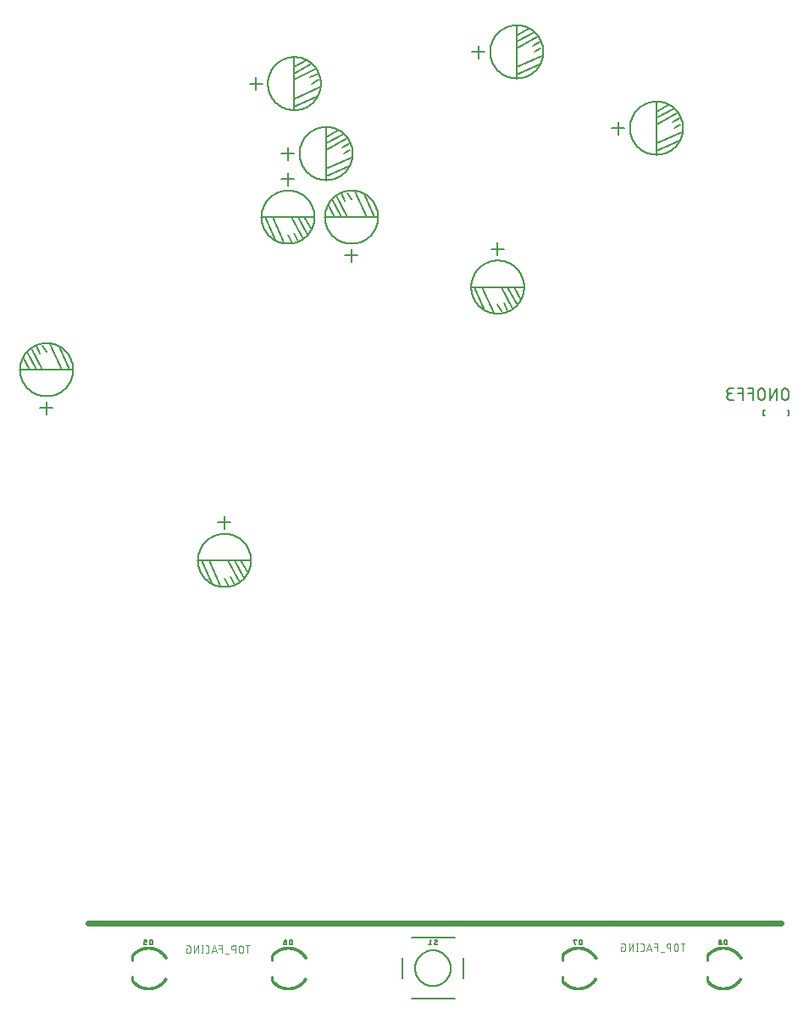
<source format=gbr>
G04 EAGLE Gerber X2 export*
%TF.Part,Single*%
%TF.FileFunction,Legend,Bot,1*%
%TF.FilePolarity,Positive*%
%TF.GenerationSoftware,Autodesk,EAGLE,9.2.2*%
%TF.CreationDate,2019-03-12T13:45:00Z*%
G75*
%MOMM*%
%FSLAX34Y34*%
%LPD*%
%INSilkscreen Bottom*%
%AMOC8*
5,1,8,0,0,1.08239X$1,22.5*%
G01*
%ADD10C,0.609600*%
%ADD11C,0.300000*%
%ADD12C,0.076200*%
%ADD13C,0.127000*%
%ADD14C,0.203200*%
%ADD15C,0.025400*%
%ADD16C,0.254000*%
%ADD17C,0.152400*%


D10*
X97787Y95000D02*
X790000Y95000D01*
D11*
X790000Y94700D02*
X96294Y94146D01*
D12*
X256894Y72469D02*
X256894Y65103D01*
X258940Y72469D02*
X254848Y72469D01*
X252112Y70423D02*
X252112Y67149D01*
X252112Y70423D02*
X252110Y70512D01*
X252104Y70601D01*
X252094Y70690D01*
X252081Y70778D01*
X252064Y70866D01*
X252042Y70953D01*
X252017Y71038D01*
X251989Y71123D01*
X251956Y71206D01*
X251920Y71288D01*
X251881Y71368D01*
X251838Y71446D01*
X251792Y71522D01*
X251742Y71597D01*
X251689Y71669D01*
X251633Y71738D01*
X251574Y71805D01*
X251513Y71870D01*
X251448Y71931D01*
X251381Y71990D01*
X251312Y72046D01*
X251240Y72099D01*
X251165Y72149D01*
X251089Y72195D01*
X251011Y72238D01*
X250931Y72277D01*
X250849Y72313D01*
X250766Y72346D01*
X250681Y72374D01*
X250596Y72399D01*
X250509Y72421D01*
X250421Y72438D01*
X250333Y72451D01*
X250244Y72461D01*
X250155Y72467D01*
X250066Y72469D01*
X249977Y72467D01*
X249888Y72461D01*
X249799Y72451D01*
X249711Y72438D01*
X249623Y72421D01*
X249536Y72399D01*
X249451Y72374D01*
X249366Y72346D01*
X249283Y72313D01*
X249201Y72277D01*
X249121Y72238D01*
X249043Y72195D01*
X248967Y72149D01*
X248892Y72099D01*
X248820Y72046D01*
X248751Y71990D01*
X248684Y71931D01*
X248619Y71870D01*
X248558Y71805D01*
X248499Y71738D01*
X248443Y71669D01*
X248390Y71597D01*
X248340Y71522D01*
X248294Y71446D01*
X248251Y71368D01*
X248212Y71288D01*
X248176Y71206D01*
X248143Y71123D01*
X248115Y71038D01*
X248090Y70953D01*
X248068Y70866D01*
X248051Y70778D01*
X248038Y70690D01*
X248028Y70601D01*
X248022Y70512D01*
X248020Y70423D01*
X248020Y67149D01*
X248022Y67060D01*
X248028Y66971D01*
X248038Y66882D01*
X248051Y66794D01*
X248068Y66706D01*
X248090Y66619D01*
X248115Y66534D01*
X248143Y66449D01*
X248176Y66366D01*
X248212Y66284D01*
X248251Y66204D01*
X248294Y66126D01*
X248340Y66050D01*
X248390Y65975D01*
X248443Y65903D01*
X248499Y65834D01*
X248558Y65767D01*
X248619Y65702D01*
X248684Y65641D01*
X248751Y65582D01*
X248820Y65526D01*
X248892Y65473D01*
X248967Y65423D01*
X249043Y65377D01*
X249121Y65334D01*
X249201Y65295D01*
X249283Y65259D01*
X249366Y65226D01*
X249451Y65198D01*
X249536Y65173D01*
X249623Y65151D01*
X249711Y65134D01*
X249799Y65121D01*
X249888Y65111D01*
X249977Y65105D01*
X250066Y65103D01*
X250155Y65105D01*
X250244Y65111D01*
X250333Y65121D01*
X250421Y65134D01*
X250509Y65151D01*
X250596Y65173D01*
X250681Y65198D01*
X250766Y65226D01*
X250849Y65259D01*
X250931Y65295D01*
X251011Y65334D01*
X251089Y65377D01*
X251165Y65423D01*
X251240Y65473D01*
X251312Y65526D01*
X251381Y65582D01*
X251448Y65641D01*
X251513Y65702D01*
X251574Y65767D01*
X251633Y65834D01*
X251689Y65903D01*
X251742Y65975D01*
X251792Y66050D01*
X251838Y66126D01*
X251881Y66204D01*
X251920Y66284D01*
X251956Y66366D01*
X251989Y66449D01*
X252017Y66534D01*
X252042Y66619D01*
X252064Y66706D01*
X252081Y66794D01*
X252094Y66882D01*
X252104Y66971D01*
X252110Y67060D01*
X252112Y67149D01*
X244436Y65103D02*
X244436Y72469D01*
X242390Y72469D01*
X242301Y72467D01*
X242212Y72461D01*
X242123Y72451D01*
X242035Y72438D01*
X241947Y72421D01*
X241860Y72399D01*
X241775Y72374D01*
X241690Y72346D01*
X241607Y72313D01*
X241525Y72277D01*
X241445Y72238D01*
X241367Y72195D01*
X241291Y72149D01*
X241216Y72099D01*
X241144Y72046D01*
X241075Y71990D01*
X241008Y71931D01*
X240943Y71870D01*
X240882Y71805D01*
X240823Y71738D01*
X240767Y71669D01*
X240714Y71597D01*
X240664Y71522D01*
X240618Y71446D01*
X240575Y71368D01*
X240536Y71288D01*
X240500Y71206D01*
X240467Y71123D01*
X240439Y71038D01*
X240414Y70953D01*
X240392Y70866D01*
X240375Y70778D01*
X240362Y70690D01*
X240352Y70601D01*
X240346Y70512D01*
X240344Y70423D01*
X240346Y70334D01*
X240352Y70245D01*
X240362Y70156D01*
X240375Y70068D01*
X240392Y69980D01*
X240414Y69893D01*
X240439Y69808D01*
X240467Y69723D01*
X240500Y69640D01*
X240536Y69558D01*
X240575Y69478D01*
X240618Y69400D01*
X240664Y69324D01*
X240714Y69249D01*
X240767Y69177D01*
X240823Y69108D01*
X240882Y69041D01*
X240943Y68976D01*
X241008Y68915D01*
X241075Y68856D01*
X241144Y68800D01*
X241216Y68747D01*
X241291Y68697D01*
X241367Y68651D01*
X241445Y68608D01*
X241525Y68569D01*
X241607Y68533D01*
X241690Y68500D01*
X241775Y68472D01*
X241860Y68447D01*
X241947Y68425D01*
X242035Y68408D01*
X242123Y68395D01*
X242212Y68385D01*
X242301Y68379D01*
X242390Y68377D01*
X244436Y68377D01*
X237804Y64285D02*
X234530Y64285D01*
X231370Y65103D02*
X231370Y72469D01*
X228097Y72469D01*
X228097Y69195D02*
X231370Y69195D01*
X225699Y65103D02*
X223244Y72469D01*
X220789Y65103D01*
X221402Y66944D02*
X225085Y66944D01*
X216361Y65103D02*
X214724Y65103D01*
X216361Y65103D02*
X216439Y65105D01*
X216517Y65110D01*
X216594Y65120D01*
X216671Y65133D01*
X216747Y65149D01*
X216822Y65169D01*
X216896Y65193D01*
X216969Y65220D01*
X217041Y65251D01*
X217111Y65285D01*
X217180Y65322D01*
X217246Y65363D01*
X217311Y65407D01*
X217373Y65453D01*
X217433Y65503D01*
X217491Y65555D01*
X217546Y65610D01*
X217598Y65668D01*
X217648Y65728D01*
X217694Y65790D01*
X217738Y65855D01*
X217779Y65922D01*
X217816Y65990D01*
X217850Y66060D01*
X217881Y66132D01*
X217908Y66205D01*
X217932Y66279D01*
X217952Y66354D01*
X217968Y66430D01*
X217981Y66507D01*
X217991Y66584D01*
X217996Y66662D01*
X217998Y66740D01*
X217998Y70832D01*
X217996Y70910D01*
X217991Y70988D01*
X217981Y71065D01*
X217968Y71142D01*
X217952Y71218D01*
X217932Y71293D01*
X217908Y71367D01*
X217881Y71440D01*
X217850Y71512D01*
X217816Y71582D01*
X217779Y71651D01*
X217738Y71717D01*
X217694Y71782D01*
X217648Y71844D01*
X217598Y71904D01*
X217546Y71962D01*
X217491Y72017D01*
X217433Y72069D01*
X217373Y72119D01*
X217311Y72165D01*
X217246Y72209D01*
X217180Y72250D01*
X217111Y72287D01*
X217041Y72321D01*
X216969Y72352D01*
X216896Y72379D01*
X216822Y72403D01*
X216747Y72423D01*
X216671Y72439D01*
X216594Y72452D01*
X216517Y72462D01*
X216439Y72467D01*
X216361Y72469D01*
X214724Y72469D01*
X211296Y72469D02*
X211296Y65103D01*
X212114Y65103D02*
X210477Y65103D01*
X210477Y72469D02*
X212114Y72469D01*
X207246Y72469D02*
X207246Y65103D01*
X203154Y65103D02*
X207246Y72469D01*
X203154Y72469D02*
X203154Y65103D01*
X196579Y69195D02*
X195351Y69195D01*
X195351Y65103D01*
X197806Y65103D01*
X197884Y65105D01*
X197962Y65110D01*
X198039Y65120D01*
X198116Y65133D01*
X198192Y65149D01*
X198267Y65169D01*
X198341Y65193D01*
X198414Y65220D01*
X198486Y65251D01*
X198556Y65285D01*
X198625Y65322D01*
X198691Y65363D01*
X198756Y65407D01*
X198818Y65453D01*
X198878Y65503D01*
X198936Y65555D01*
X198991Y65610D01*
X199043Y65668D01*
X199093Y65728D01*
X199139Y65790D01*
X199183Y65855D01*
X199224Y65922D01*
X199261Y65990D01*
X199295Y66060D01*
X199326Y66132D01*
X199353Y66205D01*
X199377Y66279D01*
X199397Y66354D01*
X199413Y66430D01*
X199426Y66507D01*
X199436Y66584D01*
X199441Y66662D01*
X199443Y66740D01*
X199443Y70832D01*
X199441Y70910D01*
X199436Y70988D01*
X199426Y71065D01*
X199413Y71142D01*
X199397Y71218D01*
X199377Y71293D01*
X199353Y71367D01*
X199326Y71440D01*
X199295Y71512D01*
X199261Y71582D01*
X199224Y71651D01*
X199183Y71717D01*
X199139Y71782D01*
X199093Y71844D01*
X199043Y71904D01*
X198991Y71962D01*
X198936Y72017D01*
X198878Y72069D01*
X198818Y72119D01*
X198756Y72165D01*
X198691Y72209D01*
X198625Y72250D01*
X198556Y72287D01*
X198486Y72321D01*
X198414Y72352D01*
X198341Y72379D01*
X198267Y72403D01*
X198192Y72423D01*
X198116Y72439D01*
X198039Y72452D01*
X197962Y72462D01*
X197884Y72467D01*
X197806Y72469D01*
X195351Y72469D01*
X691811Y74459D02*
X691811Y67093D01*
X693857Y74459D02*
X689765Y74459D01*
X687030Y72413D02*
X687030Y69139D01*
X687029Y72413D02*
X687027Y72502D01*
X687021Y72591D01*
X687011Y72680D01*
X686998Y72768D01*
X686981Y72856D01*
X686959Y72943D01*
X686934Y73028D01*
X686906Y73113D01*
X686873Y73196D01*
X686837Y73278D01*
X686798Y73358D01*
X686755Y73436D01*
X686709Y73512D01*
X686659Y73587D01*
X686606Y73659D01*
X686550Y73728D01*
X686491Y73795D01*
X686430Y73860D01*
X686365Y73921D01*
X686298Y73980D01*
X686229Y74036D01*
X686157Y74089D01*
X686082Y74139D01*
X686006Y74185D01*
X685928Y74228D01*
X685848Y74267D01*
X685766Y74303D01*
X685683Y74336D01*
X685598Y74364D01*
X685513Y74389D01*
X685426Y74411D01*
X685338Y74428D01*
X685250Y74441D01*
X685161Y74451D01*
X685072Y74457D01*
X684983Y74459D01*
X684894Y74457D01*
X684805Y74451D01*
X684716Y74441D01*
X684628Y74428D01*
X684540Y74411D01*
X684453Y74389D01*
X684368Y74364D01*
X684283Y74336D01*
X684200Y74303D01*
X684118Y74267D01*
X684038Y74228D01*
X683960Y74185D01*
X683884Y74139D01*
X683809Y74089D01*
X683737Y74036D01*
X683668Y73980D01*
X683601Y73921D01*
X683536Y73860D01*
X683475Y73795D01*
X683416Y73728D01*
X683360Y73659D01*
X683307Y73587D01*
X683257Y73512D01*
X683211Y73436D01*
X683168Y73358D01*
X683129Y73278D01*
X683093Y73196D01*
X683060Y73113D01*
X683032Y73028D01*
X683007Y72943D01*
X682985Y72856D01*
X682968Y72768D01*
X682955Y72680D01*
X682945Y72591D01*
X682939Y72502D01*
X682937Y72413D01*
X682937Y69139D01*
X682939Y69050D01*
X682945Y68961D01*
X682955Y68872D01*
X682968Y68784D01*
X682985Y68696D01*
X683007Y68609D01*
X683032Y68524D01*
X683060Y68439D01*
X683093Y68356D01*
X683129Y68274D01*
X683168Y68194D01*
X683211Y68116D01*
X683257Y68040D01*
X683307Y67965D01*
X683360Y67893D01*
X683416Y67824D01*
X683475Y67757D01*
X683536Y67692D01*
X683601Y67631D01*
X683668Y67572D01*
X683737Y67516D01*
X683809Y67463D01*
X683884Y67413D01*
X683960Y67367D01*
X684038Y67324D01*
X684118Y67285D01*
X684200Y67249D01*
X684283Y67216D01*
X684368Y67188D01*
X684453Y67163D01*
X684540Y67141D01*
X684628Y67124D01*
X684716Y67111D01*
X684805Y67101D01*
X684894Y67095D01*
X684983Y67093D01*
X685072Y67095D01*
X685161Y67101D01*
X685250Y67111D01*
X685338Y67124D01*
X685426Y67141D01*
X685513Y67163D01*
X685598Y67188D01*
X685683Y67216D01*
X685766Y67249D01*
X685848Y67285D01*
X685928Y67324D01*
X686006Y67367D01*
X686082Y67413D01*
X686157Y67463D01*
X686229Y67516D01*
X686298Y67572D01*
X686365Y67631D01*
X686430Y67692D01*
X686491Y67757D01*
X686550Y67824D01*
X686606Y67893D01*
X686659Y67965D01*
X686709Y68040D01*
X686755Y68116D01*
X686798Y68194D01*
X686837Y68274D01*
X686873Y68356D01*
X686906Y68439D01*
X686934Y68524D01*
X686959Y68609D01*
X686981Y68696D01*
X686998Y68784D01*
X687011Y68872D01*
X687021Y68961D01*
X687027Y69050D01*
X687029Y69139D01*
X679353Y67093D02*
X679353Y74459D01*
X677307Y74459D01*
X677218Y74457D01*
X677129Y74451D01*
X677040Y74441D01*
X676952Y74428D01*
X676864Y74411D01*
X676777Y74389D01*
X676692Y74364D01*
X676607Y74336D01*
X676524Y74303D01*
X676442Y74267D01*
X676362Y74228D01*
X676284Y74185D01*
X676208Y74139D01*
X676133Y74089D01*
X676061Y74036D01*
X675992Y73980D01*
X675925Y73921D01*
X675860Y73860D01*
X675799Y73795D01*
X675740Y73728D01*
X675684Y73659D01*
X675631Y73587D01*
X675581Y73512D01*
X675535Y73436D01*
X675492Y73358D01*
X675453Y73278D01*
X675417Y73196D01*
X675384Y73113D01*
X675356Y73028D01*
X675331Y72943D01*
X675309Y72856D01*
X675292Y72768D01*
X675279Y72680D01*
X675269Y72591D01*
X675263Y72502D01*
X675261Y72413D01*
X675263Y72324D01*
X675269Y72235D01*
X675279Y72146D01*
X675292Y72058D01*
X675309Y71970D01*
X675331Y71883D01*
X675356Y71798D01*
X675384Y71713D01*
X675417Y71630D01*
X675453Y71548D01*
X675492Y71468D01*
X675535Y71390D01*
X675581Y71314D01*
X675631Y71239D01*
X675684Y71167D01*
X675740Y71098D01*
X675799Y71031D01*
X675860Y70966D01*
X675925Y70905D01*
X675992Y70846D01*
X676061Y70790D01*
X676133Y70737D01*
X676208Y70687D01*
X676284Y70641D01*
X676362Y70598D01*
X676442Y70559D01*
X676524Y70523D01*
X676607Y70490D01*
X676692Y70462D01*
X676777Y70437D01*
X676864Y70415D01*
X676952Y70398D01*
X677040Y70385D01*
X677129Y70375D01*
X677218Y70369D01*
X677307Y70367D01*
X679353Y70367D01*
X672721Y66275D02*
X669448Y66275D01*
X666288Y67093D02*
X666288Y74459D01*
X663014Y74459D01*
X663014Y71185D02*
X666288Y71185D01*
X660616Y67093D02*
X658161Y74459D01*
X655706Y67093D01*
X656320Y68935D02*
X660003Y68935D01*
X651278Y67093D02*
X649641Y67093D01*
X651278Y67093D02*
X651356Y67095D01*
X651434Y67100D01*
X651511Y67110D01*
X651588Y67123D01*
X651664Y67139D01*
X651739Y67159D01*
X651813Y67183D01*
X651886Y67210D01*
X651958Y67241D01*
X652028Y67275D01*
X652097Y67312D01*
X652163Y67353D01*
X652228Y67397D01*
X652290Y67443D01*
X652350Y67493D01*
X652408Y67545D01*
X652463Y67600D01*
X652515Y67658D01*
X652565Y67718D01*
X652611Y67780D01*
X652655Y67845D01*
X652696Y67912D01*
X652733Y67980D01*
X652767Y68050D01*
X652798Y68122D01*
X652825Y68195D01*
X652849Y68269D01*
X652869Y68344D01*
X652885Y68420D01*
X652898Y68497D01*
X652908Y68574D01*
X652913Y68652D01*
X652915Y68730D01*
X652915Y72822D01*
X652913Y72900D01*
X652908Y72978D01*
X652898Y73055D01*
X652885Y73132D01*
X652869Y73208D01*
X652849Y73283D01*
X652825Y73357D01*
X652798Y73430D01*
X652767Y73502D01*
X652733Y73572D01*
X652696Y73641D01*
X652655Y73707D01*
X652611Y73772D01*
X652565Y73834D01*
X652515Y73894D01*
X652463Y73952D01*
X652408Y74007D01*
X652350Y74059D01*
X652290Y74109D01*
X652228Y74155D01*
X652163Y74199D01*
X652097Y74240D01*
X652028Y74277D01*
X651958Y74311D01*
X651886Y74342D01*
X651813Y74369D01*
X651739Y74393D01*
X651664Y74413D01*
X651588Y74429D01*
X651511Y74442D01*
X651434Y74452D01*
X651356Y74457D01*
X651278Y74459D01*
X649641Y74459D01*
X646213Y74459D02*
X646213Y67093D01*
X647031Y67093D02*
X645395Y67093D01*
X645395Y74459D02*
X647031Y74459D01*
X642163Y74459D02*
X642163Y67093D01*
X638071Y67093D02*
X642163Y74459D01*
X638071Y74459D02*
X638071Y67093D01*
X631496Y71185D02*
X630268Y71185D01*
X630268Y67093D01*
X632723Y67093D01*
X632801Y67095D01*
X632879Y67100D01*
X632956Y67110D01*
X633033Y67123D01*
X633109Y67139D01*
X633184Y67159D01*
X633258Y67183D01*
X633331Y67210D01*
X633403Y67241D01*
X633473Y67275D01*
X633542Y67312D01*
X633608Y67353D01*
X633673Y67397D01*
X633735Y67443D01*
X633795Y67493D01*
X633853Y67545D01*
X633908Y67600D01*
X633960Y67658D01*
X634010Y67718D01*
X634056Y67780D01*
X634100Y67845D01*
X634141Y67912D01*
X634178Y67980D01*
X634212Y68050D01*
X634243Y68122D01*
X634270Y68195D01*
X634294Y68269D01*
X634314Y68344D01*
X634330Y68420D01*
X634343Y68497D01*
X634353Y68574D01*
X634358Y68652D01*
X634360Y68730D01*
X634360Y72822D01*
X634358Y72900D01*
X634353Y72978D01*
X634343Y73055D01*
X634330Y73132D01*
X634314Y73208D01*
X634294Y73283D01*
X634270Y73357D01*
X634243Y73430D01*
X634212Y73502D01*
X634178Y73572D01*
X634141Y73641D01*
X634100Y73707D01*
X634056Y73772D01*
X634010Y73834D01*
X633960Y73894D01*
X633908Y73952D01*
X633853Y74007D01*
X633795Y74059D01*
X633735Y74109D01*
X633673Y74155D01*
X633608Y74199D01*
X633542Y74240D01*
X633473Y74277D01*
X633403Y74311D01*
X633331Y74342D01*
X633258Y74369D01*
X633184Y74393D01*
X633109Y74413D01*
X633033Y74429D01*
X632956Y74442D01*
X632879Y74452D01*
X632801Y74457D01*
X632723Y74459D01*
X630268Y74459D01*
D13*
X29400Y647700D02*
X29408Y648350D01*
X29432Y649000D01*
X29472Y649649D01*
X29528Y650297D01*
X29599Y650944D01*
X29687Y651588D01*
X29790Y652230D01*
X29909Y652870D01*
X30044Y653506D01*
X30194Y654139D01*
X30360Y654768D01*
X30541Y655393D01*
X30738Y656013D01*
X30949Y656628D01*
X31176Y657237D01*
X31417Y657841D01*
X31673Y658439D01*
X31944Y659030D01*
X32230Y659615D01*
X32529Y660192D01*
X32843Y660762D01*
X33170Y661324D01*
X33511Y661877D01*
X33866Y662423D01*
X34234Y662959D01*
X34615Y663486D01*
X35009Y664004D01*
X35415Y664511D01*
X35834Y665009D01*
X36265Y665496D01*
X36707Y665973D01*
X37162Y666438D01*
X37627Y666893D01*
X38104Y667335D01*
X38591Y667766D01*
X39089Y668185D01*
X39596Y668591D01*
X40114Y668985D01*
X40641Y669366D01*
X41177Y669734D01*
X41723Y670089D01*
X42276Y670430D01*
X42838Y670757D01*
X43408Y671071D01*
X43985Y671370D01*
X44570Y671656D01*
X45161Y671927D01*
X45759Y672183D01*
X46363Y672424D01*
X46972Y672651D01*
X47587Y672862D01*
X48207Y673059D01*
X48832Y673240D01*
X49461Y673406D01*
X50094Y673556D01*
X50730Y673691D01*
X51370Y673810D01*
X52012Y673913D01*
X52656Y674001D01*
X53303Y674072D01*
X53951Y674128D01*
X54600Y674168D01*
X55250Y674192D01*
X55900Y674200D01*
X56550Y674192D01*
X57200Y674168D01*
X57849Y674128D01*
X58497Y674072D01*
X59144Y674001D01*
X59788Y673913D01*
X60430Y673810D01*
X61070Y673691D01*
X61706Y673556D01*
X62339Y673406D01*
X62968Y673240D01*
X63593Y673059D01*
X64213Y672862D01*
X64828Y672651D01*
X65437Y672424D01*
X66041Y672183D01*
X66639Y671927D01*
X67230Y671656D01*
X67815Y671370D01*
X68392Y671071D01*
X68962Y670757D01*
X69524Y670430D01*
X70077Y670089D01*
X70623Y669734D01*
X71159Y669366D01*
X71686Y668985D01*
X72204Y668591D01*
X72711Y668185D01*
X73209Y667766D01*
X73696Y667335D01*
X74173Y666893D01*
X74638Y666438D01*
X75093Y665973D01*
X75535Y665496D01*
X75966Y665009D01*
X76385Y664511D01*
X76791Y664004D01*
X77185Y663486D01*
X77566Y662959D01*
X77934Y662423D01*
X78289Y661877D01*
X78630Y661324D01*
X78957Y660762D01*
X79271Y660192D01*
X79570Y659615D01*
X79856Y659030D01*
X80127Y658439D01*
X80383Y657841D01*
X80624Y657237D01*
X80851Y656628D01*
X81062Y656013D01*
X81259Y655393D01*
X81440Y654768D01*
X81606Y654139D01*
X81756Y653506D01*
X81891Y652870D01*
X82010Y652230D01*
X82113Y651588D01*
X82201Y650944D01*
X82272Y650297D01*
X82328Y649649D01*
X82368Y649000D01*
X82392Y648350D01*
X82400Y647700D01*
X82392Y647050D01*
X82368Y646400D01*
X82328Y645751D01*
X82272Y645103D01*
X82201Y644456D01*
X82113Y643812D01*
X82010Y643170D01*
X81891Y642530D01*
X81756Y641894D01*
X81606Y641261D01*
X81440Y640632D01*
X81259Y640007D01*
X81062Y639387D01*
X80851Y638772D01*
X80624Y638163D01*
X80383Y637559D01*
X80127Y636961D01*
X79856Y636370D01*
X79570Y635785D01*
X79271Y635208D01*
X78957Y634638D01*
X78630Y634076D01*
X78289Y633523D01*
X77934Y632977D01*
X77566Y632441D01*
X77185Y631914D01*
X76791Y631396D01*
X76385Y630889D01*
X75966Y630391D01*
X75535Y629904D01*
X75093Y629427D01*
X74638Y628962D01*
X74173Y628507D01*
X73696Y628065D01*
X73209Y627634D01*
X72711Y627215D01*
X72204Y626809D01*
X71686Y626415D01*
X71159Y626034D01*
X70623Y625666D01*
X70077Y625311D01*
X69524Y624970D01*
X68962Y624643D01*
X68392Y624329D01*
X67815Y624030D01*
X67230Y623744D01*
X66639Y623473D01*
X66041Y623217D01*
X65437Y622976D01*
X64828Y622749D01*
X64213Y622538D01*
X63593Y622341D01*
X62968Y622160D01*
X62339Y621994D01*
X61706Y621844D01*
X61070Y621709D01*
X60430Y621590D01*
X59788Y621487D01*
X59144Y621399D01*
X58497Y621328D01*
X57849Y621272D01*
X57200Y621232D01*
X56550Y621208D01*
X55900Y621200D01*
X55250Y621208D01*
X54600Y621232D01*
X53951Y621272D01*
X53303Y621328D01*
X52656Y621399D01*
X52012Y621487D01*
X51370Y621590D01*
X50730Y621709D01*
X50094Y621844D01*
X49461Y621994D01*
X48832Y622160D01*
X48207Y622341D01*
X47587Y622538D01*
X46972Y622749D01*
X46363Y622976D01*
X45759Y623217D01*
X45161Y623473D01*
X44570Y623744D01*
X43985Y624030D01*
X43408Y624329D01*
X42838Y624643D01*
X42276Y624970D01*
X41723Y625311D01*
X41177Y625666D01*
X40641Y626034D01*
X40114Y626415D01*
X39596Y626809D01*
X39089Y627215D01*
X38591Y627634D01*
X38104Y628065D01*
X37627Y628507D01*
X37162Y628962D01*
X36707Y629427D01*
X36265Y629904D01*
X35834Y630391D01*
X35415Y630889D01*
X35009Y631396D01*
X34615Y631914D01*
X34234Y632441D01*
X33866Y632977D01*
X33511Y633523D01*
X33170Y634076D01*
X32843Y634638D01*
X32529Y635208D01*
X32230Y635785D01*
X31944Y636370D01*
X31673Y636961D01*
X31417Y637559D01*
X31176Y638163D01*
X30949Y638772D01*
X30738Y639387D01*
X30541Y640007D01*
X30360Y640632D01*
X30194Y641261D01*
X30044Y641894D01*
X29909Y642530D01*
X29790Y643170D01*
X29687Y643812D01*
X29599Y644456D01*
X29528Y645103D01*
X29472Y645751D01*
X29432Y646400D01*
X29408Y647050D01*
X29400Y647700D01*
X55900Y609600D02*
X55900Y603250D01*
X55900Y609600D02*
X55900Y615950D01*
X55900Y609600D02*
X49550Y609600D01*
X55900Y609600D02*
X62250Y609600D01*
X39390Y647700D02*
X29230Y647700D01*
X39390Y647700D02*
X45740Y647700D01*
X52090Y647700D01*
X71140Y647700D01*
X78760Y647700D01*
X82570Y647700D01*
X78760Y647700D02*
X68600Y670560D01*
X59710Y673100D02*
X71140Y647700D01*
X49550Y663575D02*
X45740Y671830D01*
X40660Y669290D02*
X52090Y647700D01*
X45740Y647700D02*
X36215Y665480D01*
X32405Y660400D02*
X39390Y647700D01*
X55900Y665200D02*
X52090Y671830D01*
X334200Y800100D02*
X334208Y800750D01*
X334232Y801400D01*
X334272Y802049D01*
X334328Y802697D01*
X334399Y803344D01*
X334487Y803988D01*
X334590Y804630D01*
X334709Y805270D01*
X334844Y805906D01*
X334994Y806539D01*
X335160Y807168D01*
X335341Y807793D01*
X335538Y808413D01*
X335749Y809028D01*
X335976Y809637D01*
X336217Y810241D01*
X336473Y810839D01*
X336744Y811430D01*
X337030Y812015D01*
X337329Y812592D01*
X337643Y813162D01*
X337970Y813724D01*
X338311Y814277D01*
X338666Y814823D01*
X339034Y815359D01*
X339415Y815886D01*
X339809Y816404D01*
X340215Y816911D01*
X340634Y817409D01*
X341065Y817896D01*
X341507Y818373D01*
X341962Y818838D01*
X342427Y819293D01*
X342904Y819735D01*
X343391Y820166D01*
X343889Y820585D01*
X344396Y820991D01*
X344914Y821385D01*
X345441Y821766D01*
X345977Y822134D01*
X346523Y822489D01*
X347076Y822830D01*
X347638Y823157D01*
X348208Y823471D01*
X348785Y823770D01*
X349370Y824056D01*
X349961Y824327D01*
X350559Y824583D01*
X351163Y824824D01*
X351772Y825051D01*
X352387Y825262D01*
X353007Y825459D01*
X353632Y825640D01*
X354261Y825806D01*
X354894Y825956D01*
X355530Y826091D01*
X356170Y826210D01*
X356812Y826313D01*
X357456Y826401D01*
X358103Y826472D01*
X358751Y826528D01*
X359400Y826568D01*
X360050Y826592D01*
X360700Y826600D01*
X361350Y826592D01*
X362000Y826568D01*
X362649Y826528D01*
X363297Y826472D01*
X363944Y826401D01*
X364588Y826313D01*
X365230Y826210D01*
X365870Y826091D01*
X366506Y825956D01*
X367139Y825806D01*
X367768Y825640D01*
X368393Y825459D01*
X369013Y825262D01*
X369628Y825051D01*
X370237Y824824D01*
X370841Y824583D01*
X371439Y824327D01*
X372030Y824056D01*
X372615Y823770D01*
X373192Y823471D01*
X373762Y823157D01*
X374324Y822830D01*
X374877Y822489D01*
X375423Y822134D01*
X375959Y821766D01*
X376486Y821385D01*
X377004Y820991D01*
X377511Y820585D01*
X378009Y820166D01*
X378496Y819735D01*
X378973Y819293D01*
X379438Y818838D01*
X379893Y818373D01*
X380335Y817896D01*
X380766Y817409D01*
X381185Y816911D01*
X381591Y816404D01*
X381985Y815886D01*
X382366Y815359D01*
X382734Y814823D01*
X383089Y814277D01*
X383430Y813724D01*
X383757Y813162D01*
X384071Y812592D01*
X384370Y812015D01*
X384656Y811430D01*
X384927Y810839D01*
X385183Y810241D01*
X385424Y809637D01*
X385651Y809028D01*
X385862Y808413D01*
X386059Y807793D01*
X386240Y807168D01*
X386406Y806539D01*
X386556Y805906D01*
X386691Y805270D01*
X386810Y804630D01*
X386913Y803988D01*
X387001Y803344D01*
X387072Y802697D01*
X387128Y802049D01*
X387168Y801400D01*
X387192Y800750D01*
X387200Y800100D01*
X387192Y799450D01*
X387168Y798800D01*
X387128Y798151D01*
X387072Y797503D01*
X387001Y796856D01*
X386913Y796212D01*
X386810Y795570D01*
X386691Y794930D01*
X386556Y794294D01*
X386406Y793661D01*
X386240Y793032D01*
X386059Y792407D01*
X385862Y791787D01*
X385651Y791172D01*
X385424Y790563D01*
X385183Y789959D01*
X384927Y789361D01*
X384656Y788770D01*
X384370Y788185D01*
X384071Y787608D01*
X383757Y787038D01*
X383430Y786476D01*
X383089Y785923D01*
X382734Y785377D01*
X382366Y784841D01*
X381985Y784314D01*
X381591Y783796D01*
X381185Y783289D01*
X380766Y782791D01*
X380335Y782304D01*
X379893Y781827D01*
X379438Y781362D01*
X378973Y780907D01*
X378496Y780465D01*
X378009Y780034D01*
X377511Y779615D01*
X377004Y779209D01*
X376486Y778815D01*
X375959Y778434D01*
X375423Y778066D01*
X374877Y777711D01*
X374324Y777370D01*
X373762Y777043D01*
X373192Y776729D01*
X372615Y776430D01*
X372030Y776144D01*
X371439Y775873D01*
X370841Y775617D01*
X370237Y775376D01*
X369628Y775149D01*
X369013Y774938D01*
X368393Y774741D01*
X367768Y774560D01*
X367139Y774394D01*
X366506Y774244D01*
X365870Y774109D01*
X365230Y773990D01*
X364588Y773887D01*
X363944Y773799D01*
X363297Y773728D01*
X362649Y773672D01*
X362000Y773632D01*
X361350Y773608D01*
X360700Y773600D01*
X360050Y773608D01*
X359400Y773632D01*
X358751Y773672D01*
X358103Y773728D01*
X357456Y773799D01*
X356812Y773887D01*
X356170Y773990D01*
X355530Y774109D01*
X354894Y774244D01*
X354261Y774394D01*
X353632Y774560D01*
X353007Y774741D01*
X352387Y774938D01*
X351772Y775149D01*
X351163Y775376D01*
X350559Y775617D01*
X349961Y775873D01*
X349370Y776144D01*
X348785Y776430D01*
X348208Y776729D01*
X347638Y777043D01*
X347076Y777370D01*
X346523Y777711D01*
X345977Y778066D01*
X345441Y778434D01*
X344914Y778815D01*
X344396Y779209D01*
X343889Y779615D01*
X343391Y780034D01*
X342904Y780465D01*
X342427Y780907D01*
X341962Y781362D01*
X341507Y781827D01*
X341065Y782304D01*
X340634Y782791D01*
X340215Y783289D01*
X339809Y783796D01*
X339415Y784314D01*
X339034Y784841D01*
X338666Y785377D01*
X338311Y785923D01*
X337970Y786476D01*
X337643Y787038D01*
X337329Y787608D01*
X337030Y788185D01*
X336744Y788770D01*
X336473Y789361D01*
X336217Y789959D01*
X335976Y790563D01*
X335749Y791172D01*
X335538Y791787D01*
X335341Y792407D01*
X335160Y793032D01*
X334994Y793661D01*
X334844Y794294D01*
X334709Y794930D01*
X334590Y795570D01*
X334487Y796212D01*
X334399Y796856D01*
X334328Y797503D01*
X334272Y798151D01*
X334232Y798800D01*
X334208Y799450D01*
X334200Y800100D01*
X360700Y762000D02*
X360700Y755650D01*
X360700Y762000D02*
X360700Y768350D01*
X360700Y762000D02*
X354350Y762000D01*
X360700Y762000D02*
X367050Y762000D01*
X344190Y800100D02*
X334030Y800100D01*
X344190Y800100D02*
X350540Y800100D01*
X356890Y800100D01*
X375940Y800100D01*
X383560Y800100D01*
X387370Y800100D01*
X383560Y800100D02*
X373400Y822960D01*
X364510Y825500D02*
X375940Y800100D01*
X354350Y815975D02*
X350540Y824230D01*
X345460Y821690D02*
X356890Y800100D01*
X350540Y800100D02*
X341015Y817880D01*
X337205Y812800D02*
X344190Y800100D01*
X360700Y817600D02*
X356890Y824230D01*
X270700Y800100D02*
X270708Y800750D01*
X270732Y801400D01*
X270772Y802049D01*
X270828Y802697D01*
X270899Y803344D01*
X270987Y803988D01*
X271090Y804630D01*
X271209Y805270D01*
X271344Y805906D01*
X271494Y806539D01*
X271660Y807168D01*
X271841Y807793D01*
X272038Y808413D01*
X272249Y809028D01*
X272476Y809637D01*
X272717Y810241D01*
X272973Y810839D01*
X273244Y811430D01*
X273530Y812015D01*
X273829Y812592D01*
X274143Y813162D01*
X274470Y813724D01*
X274811Y814277D01*
X275166Y814823D01*
X275534Y815359D01*
X275915Y815886D01*
X276309Y816404D01*
X276715Y816911D01*
X277134Y817409D01*
X277565Y817896D01*
X278007Y818373D01*
X278462Y818838D01*
X278927Y819293D01*
X279404Y819735D01*
X279891Y820166D01*
X280389Y820585D01*
X280896Y820991D01*
X281414Y821385D01*
X281941Y821766D01*
X282477Y822134D01*
X283023Y822489D01*
X283576Y822830D01*
X284138Y823157D01*
X284708Y823471D01*
X285285Y823770D01*
X285870Y824056D01*
X286461Y824327D01*
X287059Y824583D01*
X287663Y824824D01*
X288272Y825051D01*
X288887Y825262D01*
X289507Y825459D01*
X290132Y825640D01*
X290761Y825806D01*
X291394Y825956D01*
X292030Y826091D01*
X292670Y826210D01*
X293312Y826313D01*
X293956Y826401D01*
X294603Y826472D01*
X295251Y826528D01*
X295900Y826568D01*
X296550Y826592D01*
X297200Y826600D01*
X297850Y826592D01*
X298500Y826568D01*
X299149Y826528D01*
X299797Y826472D01*
X300444Y826401D01*
X301088Y826313D01*
X301730Y826210D01*
X302370Y826091D01*
X303006Y825956D01*
X303639Y825806D01*
X304268Y825640D01*
X304893Y825459D01*
X305513Y825262D01*
X306128Y825051D01*
X306737Y824824D01*
X307341Y824583D01*
X307939Y824327D01*
X308530Y824056D01*
X309115Y823770D01*
X309692Y823471D01*
X310262Y823157D01*
X310824Y822830D01*
X311377Y822489D01*
X311923Y822134D01*
X312459Y821766D01*
X312986Y821385D01*
X313504Y820991D01*
X314011Y820585D01*
X314509Y820166D01*
X314996Y819735D01*
X315473Y819293D01*
X315938Y818838D01*
X316393Y818373D01*
X316835Y817896D01*
X317266Y817409D01*
X317685Y816911D01*
X318091Y816404D01*
X318485Y815886D01*
X318866Y815359D01*
X319234Y814823D01*
X319589Y814277D01*
X319930Y813724D01*
X320257Y813162D01*
X320571Y812592D01*
X320870Y812015D01*
X321156Y811430D01*
X321427Y810839D01*
X321683Y810241D01*
X321924Y809637D01*
X322151Y809028D01*
X322362Y808413D01*
X322559Y807793D01*
X322740Y807168D01*
X322906Y806539D01*
X323056Y805906D01*
X323191Y805270D01*
X323310Y804630D01*
X323413Y803988D01*
X323501Y803344D01*
X323572Y802697D01*
X323628Y802049D01*
X323668Y801400D01*
X323692Y800750D01*
X323700Y800100D01*
X323692Y799450D01*
X323668Y798800D01*
X323628Y798151D01*
X323572Y797503D01*
X323501Y796856D01*
X323413Y796212D01*
X323310Y795570D01*
X323191Y794930D01*
X323056Y794294D01*
X322906Y793661D01*
X322740Y793032D01*
X322559Y792407D01*
X322362Y791787D01*
X322151Y791172D01*
X321924Y790563D01*
X321683Y789959D01*
X321427Y789361D01*
X321156Y788770D01*
X320870Y788185D01*
X320571Y787608D01*
X320257Y787038D01*
X319930Y786476D01*
X319589Y785923D01*
X319234Y785377D01*
X318866Y784841D01*
X318485Y784314D01*
X318091Y783796D01*
X317685Y783289D01*
X317266Y782791D01*
X316835Y782304D01*
X316393Y781827D01*
X315938Y781362D01*
X315473Y780907D01*
X314996Y780465D01*
X314509Y780034D01*
X314011Y779615D01*
X313504Y779209D01*
X312986Y778815D01*
X312459Y778434D01*
X311923Y778066D01*
X311377Y777711D01*
X310824Y777370D01*
X310262Y777043D01*
X309692Y776729D01*
X309115Y776430D01*
X308530Y776144D01*
X307939Y775873D01*
X307341Y775617D01*
X306737Y775376D01*
X306128Y775149D01*
X305513Y774938D01*
X304893Y774741D01*
X304268Y774560D01*
X303639Y774394D01*
X303006Y774244D01*
X302370Y774109D01*
X301730Y773990D01*
X301088Y773887D01*
X300444Y773799D01*
X299797Y773728D01*
X299149Y773672D01*
X298500Y773632D01*
X297850Y773608D01*
X297200Y773600D01*
X296550Y773608D01*
X295900Y773632D01*
X295251Y773672D01*
X294603Y773728D01*
X293956Y773799D01*
X293312Y773887D01*
X292670Y773990D01*
X292030Y774109D01*
X291394Y774244D01*
X290761Y774394D01*
X290132Y774560D01*
X289507Y774741D01*
X288887Y774938D01*
X288272Y775149D01*
X287663Y775376D01*
X287059Y775617D01*
X286461Y775873D01*
X285870Y776144D01*
X285285Y776430D01*
X284708Y776729D01*
X284138Y777043D01*
X283576Y777370D01*
X283023Y777711D01*
X282477Y778066D01*
X281941Y778434D01*
X281414Y778815D01*
X280896Y779209D01*
X280389Y779615D01*
X279891Y780034D01*
X279404Y780465D01*
X278927Y780907D01*
X278462Y781362D01*
X278007Y781827D01*
X277565Y782304D01*
X277134Y782791D01*
X276715Y783289D01*
X276309Y783796D01*
X275915Y784314D01*
X275534Y784841D01*
X275166Y785377D01*
X274811Y785923D01*
X274470Y786476D01*
X274143Y787038D01*
X273829Y787608D01*
X273530Y788185D01*
X273244Y788770D01*
X272973Y789361D01*
X272717Y789959D01*
X272476Y790563D01*
X272249Y791172D01*
X272038Y791787D01*
X271841Y792407D01*
X271660Y793032D01*
X271494Y793661D01*
X271344Y794294D01*
X271209Y794930D01*
X271090Y795570D01*
X270987Y796212D01*
X270899Y796856D01*
X270828Y797503D01*
X270772Y798151D01*
X270732Y798800D01*
X270708Y799450D01*
X270700Y800100D01*
X297200Y838200D02*
X297200Y844550D01*
X297200Y838200D02*
X297200Y831850D01*
X297200Y838200D02*
X303550Y838200D01*
X297200Y838200D02*
X290850Y838200D01*
X313710Y800100D02*
X323870Y800100D01*
X313710Y800100D02*
X307360Y800100D01*
X301010Y800100D01*
X281960Y800100D01*
X274340Y800100D01*
X270530Y800100D01*
X274340Y800100D02*
X284500Y777240D01*
X293390Y774700D02*
X281960Y800100D01*
X303550Y784225D02*
X307360Y775970D01*
X312440Y778510D02*
X301010Y800100D01*
X307360Y800100D02*
X316885Y782320D01*
X320695Y787400D02*
X313710Y800100D01*
X297200Y782600D02*
X301010Y775970D01*
X308800Y863600D02*
X308808Y864250D01*
X308832Y864900D01*
X308872Y865549D01*
X308928Y866197D01*
X308999Y866844D01*
X309087Y867488D01*
X309190Y868130D01*
X309309Y868770D01*
X309444Y869406D01*
X309594Y870039D01*
X309760Y870668D01*
X309941Y871293D01*
X310138Y871913D01*
X310349Y872528D01*
X310576Y873137D01*
X310817Y873741D01*
X311073Y874339D01*
X311344Y874930D01*
X311630Y875515D01*
X311929Y876092D01*
X312243Y876662D01*
X312570Y877224D01*
X312911Y877777D01*
X313266Y878323D01*
X313634Y878859D01*
X314015Y879386D01*
X314409Y879904D01*
X314815Y880411D01*
X315234Y880909D01*
X315665Y881396D01*
X316107Y881873D01*
X316562Y882338D01*
X317027Y882793D01*
X317504Y883235D01*
X317991Y883666D01*
X318489Y884085D01*
X318996Y884491D01*
X319514Y884885D01*
X320041Y885266D01*
X320577Y885634D01*
X321123Y885989D01*
X321676Y886330D01*
X322238Y886657D01*
X322808Y886971D01*
X323385Y887270D01*
X323970Y887556D01*
X324561Y887827D01*
X325159Y888083D01*
X325763Y888324D01*
X326372Y888551D01*
X326987Y888762D01*
X327607Y888959D01*
X328232Y889140D01*
X328861Y889306D01*
X329494Y889456D01*
X330130Y889591D01*
X330770Y889710D01*
X331412Y889813D01*
X332056Y889901D01*
X332703Y889972D01*
X333351Y890028D01*
X334000Y890068D01*
X334650Y890092D01*
X335300Y890100D01*
X335950Y890092D01*
X336600Y890068D01*
X337249Y890028D01*
X337897Y889972D01*
X338544Y889901D01*
X339188Y889813D01*
X339830Y889710D01*
X340470Y889591D01*
X341106Y889456D01*
X341739Y889306D01*
X342368Y889140D01*
X342993Y888959D01*
X343613Y888762D01*
X344228Y888551D01*
X344837Y888324D01*
X345441Y888083D01*
X346039Y887827D01*
X346630Y887556D01*
X347215Y887270D01*
X347792Y886971D01*
X348362Y886657D01*
X348924Y886330D01*
X349477Y885989D01*
X350023Y885634D01*
X350559Y885266D01*
X351086Y884885D01*
X351604Y884491D01*
X352111Y884085D01*
X352609Y883666D01*
X353096Y883235D01*
X353573Y882793D01*
X354038Y882338D01*
X354493Y881873D01*
X354935Y881396D01*
X355366Y880909D01*
X355785Y880411D01*
X356191Y879904D01*
X356585Y879386D01*
X356966Y878859D01*
X357334Y878323D01*
X357689Y877777D01*
X358030Y877224D01*
X358357Y876662D01*
X358671Y876092D01*
X358970Y875515D01*
X359256Y874930D01*
X359527Y874339D01*
X359783Y873741D01*
X360024Y873137D01*
X360251Y872528D01*
X360462Y871913D01*
X360659Y871293D01*
X360840Y870668D01*
X361006Y870039D01*
X361156Y869406D01*
X361291Y868770D01*
X361410Y868130D01*
X361513Y867488D01*
X361601Y866844D01*
X361672Y866197D01*
X361728Y865549D01*
X361768Y864900D01*
X361792Y864250D01*
X361800Y863600D01*
X361792Y862950D01*
X361768Y862300D01*
X361728Y861651D01*
X361672Y861003D01*
X361601Y860356D01*
X361513Y859712D01*
X361410Y859070D01*
X361291Y858430D01*
X361156Y857794D01*
X361006Y857161D01*
X360840Y856532D01*
X360659Y855907D01*
X360462Y855287D01*
X360251Y854672D01*
X360024Y854063D01*
X359783Y853459D01*
X359527Y852861D01*
X359256Y852270D01*
X358970Y851685D01*
X358671Y851108D01*
X358357Y850538D01*
X358030Y849976D01*
X357689Y849423D01*
X357334Y848877D01*
X356966Y848341D01*
X356585Y847814D01*
X356191Y847296D01*
X355785Y846789D01*
X355366Y846291D01*
X354935Y845804D01*
X354493Y845327D01*
X354038Y844862D01*
X353573Y844407D01*
X353096Y843965D01*
X352609Y843534D01*
X352111Y843115D01*
X351604Y842709D01*
X351086Y842315D01*
X350559Y841934D01*
X350023Y841566D01*
X349477Y841211D01*
X348924Y840870D01*
X348362Y840543D01*
X347792Y840229D01*
X347215Y839930D01*
X346630Y839644D01*
X346039Y839373D01*
X345441Y839117D01*
X344837Y838876D01*
X344228Y838649D01*
X343613Y838438D01*
X342993Y838241D01*
X342368Y838060D01*
X341739Y837894D01*
X341106Y837744D01*
X340470Y837609D01*
X339830Y837490D01*
X339188Y837387D01*
X338544Y837299D01*
X337897Y837228D01*
X337249Y837172D01*
X336600Y837132D01*
X335950Y837108D01*
X335300Y837100D01*
X334650Y837108D01*
X334000Y837132D01*
X333351Y837172D01*
X332703Y837228D01*
X332056Y837299D01*
X331412Y837387D01*
X330770Y837490D01*
X330130Y837609D01*
X329494Y837744D01*
X328861Y837894D01*
X328232Y838060D01*
X327607Y838241D01*
X326987Y838438D01*
X326372Y838649D01*
X325763Y838876D01*
X325159Y839117D01*
X324561Y839373D01*
X323970Y839644D01*
X323385Y839930D01*
X322808Y840229D01*
X322238Y840543D01*
X321676Y840870D01*
X321123Y841211D01*
X320577Y841566D01*
X320041Y841934D01*
X319514Y842315D01*
X318996Y842709D01*
X318489Y843115D01*
X317991Y843534D01*
X317504Y843965D01*
X317027Y844407D01*
X316562Y844862D01*
X316107Y845327D01*
X315665Y845804D01*
X315234Y846291D01*
X314815Y846789D01*
X314409Y847296D01*
X314015Y847814D01*
X313634Y848341D01*
X313266Y848877D01*
X312911Y849423D01*
X312570Y849976D01*
X312243Y850538D01*
X311929Y851108D01*
X311630Y851685D01*
X311344Y852270D01*
X311073Y852861D01*
X310817Y853459D01*
X310576Y854063D01*
X310349Y854672D01*
X310138Y855287D01*
X309941Y855907D01*
X309760Y856532D01*
X309594Y857161D01*
X309444Y857794D01*
X309309Y858430D01*
X309190Y859070D01*
X309087Y859712D01*
X308999Y860356D01*
X308928Y861003D01*
X308872Y861651D01*
X308832Y862300D01*
X308808Y862950D01*
X308800Y863600D01*
X297200Y863600D02*
X290850Y863600D01*
X297200Y863600D02*
X303550Y863600D01*
X297200Y863600D02*
X297200Y869950D01*
X297200Y863600D02*
X297200Y857250D01*
X335300Y880110D02*
X335300Y890270D01*
X335300Y880110D02*
X335300Y873760D01*
X335300Y867410D01*
X335300Y848360D01*
X335300Y840740D01*
X335300Y836930D01*
X335300Y840740D02*
X358160Y850900D01*
X360700Y859790D02*
X335300Y848360D01*
X351175Y869950D02*
X359430Y873760D01*
X356890Y878840D02*
X335300Y867410D01*
X335300Y873760D02*
X353080Y883285D01*
X348000Y887095D02*
X335300Y880110D01*
X352800Y863600D02*
X359430Y867410D01*
X277050Y933450D02*
X277058Y934100D01*
X277082Y934750D01*
X277122Y935399D01*
X277178Y936047D01*
X277249Y936694D01*
X277337Y937338D01*
X277440Y937980D01*
X277559Y938620D01*
X277694Y939256D01*
X277844Y939889D01*
X278010Y940518D01*
X278191Y941143D01*
X278388Y941763D01*
X278599Y942378D01*
X278826Y942987D01*
X279067Y943591D01*
X279323Y944189D01*
X279594Y944780D01*
X279880Y945365D01*
X280179Y945942D01*
X280493Y946512D01*
X280820Y947074D01*
X281161Y947627D01*
X281516Y948173D01*
X281884Y948709D01*
X282265Y949236D01*
X282659Y949754D01*
X283065Y950261D01*
X283484Y950759D01*
X283915Y951246D01*
X284357Y951723D01*
X284812Y952188D01*
X285277Y952643D01*
X285754Y953085D01*
X286241Y953516D01*
X286739Y953935D01*
X287246Y954341D01*
X287764Y954735D01*
X288291Y955116D01*
X288827Y955484D01*
X289373Y955839D01*
X289926Y956180D01*
X290488Y956507D01*
X291058Y956821D01*
X291635Y957120D01*
X292220Y957406D01*
X292811Y957677D01*
X293409Y957933D01*
X294013Y958174D01*
X294622Y958401D01*
X295237Y958612D01*
X295857Y958809D01*
X296482Y958990D01*
X297111Y959156D01*
X297744Y959306D01*
X298380Y959441D01*
X299020Y959560D01*
X299662Y959663D01*
X300306Y959751D01*
X300953Y959822D01*
X301601Y959878D01*
X302250Y959918D01*
X302900Y959942D01*
X303550Y959950D01*
X304200Y959942D01*
X304850Y959918D01*
X305499Y959878D01*
X306147Y959822D01*
X306794Y959751D01*
X307438Y959663D01*
X308080Y959560D01*
X308720Y959441D01*
X309356Y959306D01*
X309989Y959156D01*
X310618Y958990D01*
X311243Y958809D01*
X311863Y958612D01*
X312478Y958401D01*
X313087Y958174D01*
X313691Y957933D01*
X314289Y957677D01*
X314880Y957406D01*
X315465Y957120D01*
X316042Y956821D01*
X316612Y956507D01*
X317174Y956180D01*
X317727Y955839D01*
X318273Y955484D01*
X318809Y955116D01*
X319336Y954735D01*
X319854Y954341D01*
X320361Y953935D01*
X320859Y953516D01*
X321346Y953085D01*
X321823Y952643D01*
X322288Y952188D01*
X322743Y951723D01*
X323185Y951246D01*
X323616Y950759D01*
X324035Y950261D01*
X324441Y949754D01*
X324835Y949236D01*
X325216Y948709D01*
X325584Y948173D01*
X325939Y947627D01*
X326280Y947074D01*
X326607Y946512D01*
X326921Y945942D01*
X327220Y945365D01*
X327506Y944780D01*
X327777Y944189D01*
X328033Y943591D01*
X328274Y942987D01*
X328501Y942378D01*
X328712Y941763D01*
X328909Y941143D01*
X329090Y940518D01*
X329256Y939889D01*
X329406Y939256D01*
X329541Y938620D01*
X329660Y937980D01*
X329763Y937338D01*
X329851Y936694D01*
X329922Y936047D01*
X329978Y935399D01*
X330018Y934750D01*
X330042Y934100D01*
X330050Y933450D01*
X330042Y932800D01*
X330018Y932150D01*
X329978Y931501D01*
X329922Y930853D01*
X329851Y930206D01*
X329763Y929562D01*
X329660Y928920D01*
X329541Y928280D01*
X329406Y927644D01*
X329256Y927011D01*
X329090Y926382D01*
X328909Y925757D01*
X328712Y925137D01*
X328501Y924522D01*
X328274Y923913D01*
X328033Y923309D01*
X327777Y922711D01*
X327506Y922120D01*
X327220Y921535D01*
X326921Y920958D01*
X326607Y920388D01*
X326280Y919826D01*
X325939Y919273D01*
X325584Y918727D01*
X325216Y918191D01*
X324835Y917664D01*
X324441Y917146D01*
X324035Y916639D01*
X323616Y916141D01*
X323185Y915654D01*
X322743Y915177D01*
X322288Y914712D01*
X321823Y914257D01*
X321346Y913815D01*
X320859Y913384D01*
X320361Y912965D01*
X319854Y912559D01*
X319336Y912165D01*
X318809Y911784D01*
X318273Y911416D01*
X317727Y911061D01*
X317174Y910720D01*
X316612Y910393D01*
X316042Y910079D01*
X315465Y909780D01*
X314880Y909494D01*
X314289Y909223D01*
X313691Y908967D01*
X313087Y908726D01*
X312478Y908499D01*
X311863Y908288D01*
X311243Y908091D01*
X310618Y907910D01*
X309989Y907744D01*
X309356Y907594D01*
X308720Y907459D01*
X308080Y907340D01*
X307438Y907237D01*
X306794Y907149D01*
X306147Y907078D01*
X305499Y907022D01*
X304850Y906982D01*
X304200Y906958D01*
X303550Y906950D01*
X302900Y906958D01*
X302250Y906982D01*
X301601Y907022D01*
X300953Y907078D01*
X300306Y907149D01*
X299662Y907237D01*
X299020Y907340D01*
X298380Y907459D01*
X297744Y907594D01*
X297111Y907744D01*
X296482Y907910D01*
X295857Y908091D01*
X295237Y908288D01*
X294622Y908499D01*
X294013Y908726D01*
X293409Y908967D01*
X292811Y909223D01*
X292220Y909494D01*
X291635Y909780D01*
X291058Y910079D01*
X290488Y910393D01*
X289926Y910720D01*
X289373Y911061D01*
X288827Y911416D01*
X288291Y911784D01*
X287764Y912165D01*
X287246Y912559D01*
X286739Y912965D01*
X286241Y913384D01*
X285754Y913815D01*
X285277Y914257D01*
X284812Y914712D01*
X284357Y915177D01*
X283915Y915654D01*
X283484Y916141D01*
X283065Y916639D01*
X282659Y917146D01*
X282265Y917664D01*
X281884Y918191D01*
X281516Y918727D01*
X281161Y919273D01*
X280820Y919826D01*
X280493Y920388D01*
X280179Y920958D01*
X279880Y921535D01*
X279594Y922120D01*
X279323Y922711D01*
X279067Y923309D01*
X278826Y923913D01*
X278599Y924522D01*
X278388Y925137D01*
X278191Y925757D01*
X278010Y926382D01*
X277844Y927011D01*
X277694Y927644D01*
X277559Y928280D01*
X277440Y928920D01*
X277337Y929562D01*
X277249Y930206D01*
X277178Y930853D01*
X277122Y931501D01*
X277082Y932150D01*
X277058Y932800D01*
X277050Y933450D01*
X265450Y933450D02*
X259100Y933450D01*
X265450Y933450D02*
X271800Y933450D01*
X265450Y933450D02*
X265450Y939800D01*
X265450Y933450D02*
X265450Y927100D01*
X303550Y949960D02*
X303550Y960120D01*
X303550Y949960D02*
X303550Y943610D01*
X303550Y937260D01*
X303550Y918210D01*
X303550Y910590D01*
X303550Y906780D01*
X303550Y910590D02*
X326410Y920750D01*
X328950Y929640D02*
X303550Y918210D01*
X319425Y939800D02*
X327680Y943610D01*
X325140Y948690D02*
X303550Y937260D01*
X303550Y943610D02*
X321330Y953135D01*
X316250Y956945D02*
X303550Y949960D01*
X321050Y933450D02*
X327680Y937260D01*
X639000Y889000D02*
X639008Y889650D01*
X639032Y890300D01*
X639072Y890949D01*
X639128Y891597D01*
X639199Y892244D01*
X639287Y892888D01*
X639390Y893530D01*
X639509Y894170D01*
X639644Y894806D01*
X639794Y895439D01*
X639960Y896068D01*
X640141Y896693D01*
X640338Y897313D01*
X640549Y897928D01*
X640776Y898537D01*
X641017Y899141D01*
X641273Y899739D01*
X641544Y900330D01*
X641830Y900915D01*
X642129Y901492D01*
X642443Y902062D01*
X642770Y902624D01*
X643111Y903177D01*
X643466Y903723D01*
X643834Y904259D01*
X644215Y904786D01*
X644609Y905304D01*
X645015Y905811D01*
X645434Y906309D01*
X645865Y906796D01*
X646307Y907273D01*
X646762Y907738D01*
X647227Y908193D01*
X647704Y908635D01*
X648191Y909066D01*
X648689Y909485D01*
X649196Y909891D01*
X649714Y910285D01*
X650241Y910666D01*
X650777Y911034D01*
X651323Y911389D01*
X651876Y911730D01*
X652438Y912057D01*
X653008Y912371D01*
X653585Y912670D01*
X654170Y912956D01*
X654761Y913227D01*
X655359Y913483D01*
X655963Y913724D01*
X656572Y913951D01*
X657187Y914162D01*
X657807Y914359D01*
X658432Y914540D01*
X659061Y914706D01*
X659694Y914856D01*
X660330Y914991D01*
X660970Y915110D01*
X661612Y915213D01*
X662256Y915301D01*
X662903Y915372D01*
X663551Y915428D01*
X664200Y915468D01*
X664850Y915492D01*
X665500Y915500D01*
X666150Y915492D01*
X666800Y915468D01*
X667449Y915428D01*
X668097Y915372D01*
X668744Y915301D01*
X669388Y915213D01*
X670030Y915110D01*
X670670Y914991D01*
X671306Y914856D01*
X671939Y914706D01*
X672568Y914540D01*
X673193Y914359D01*
X673813Y914162D01*
X674428Y913951D01*
X675037Y913724D01*
X675641Y913483D01*
X676239Y913227D01*
X676830Y912956D01*
X677415Y912670D01*
X677992Y912371D01*
X678562Y912057D01*
X679124Y911730D01*
X679677Y911389D01*
X680223Y911034D01*
X680759Y910666D01*
X681286Y910285D01*
X681804Y909891D01*
X682311Y909485D01*
X682809Y909066D01*
X683296Y908635D01*
X683773Y908193D01*
X684238Y907738D01*
X684693Y907273D01*
X685135Y906796D01*
X685566Y906309D01*
X685985Y905811D01*
X686391Y905304D01*
X686785Y904786D01*
X687166Y904259D01*
X687534Y903723D01*
X687889Y903177D01*
X688230Y902624D01*
X688557Y902062D01*
X688871Y901492D01*
X689170Y900915D01*
X689456Y900330D01*
X689727Y899739D01*
X689983Y899141D01*
X690224Y898537D01*
X690451Y897928D01*
X690662Y897313D01*
X690859Y896693D01*
X691040Y896068D01*
X691206Y895439D01*
X691356Y894806D01*
X691491Y894170D01*
X691610Y893530D01*
X691713Y892888D01*
X691801Y892244D01*
X691872Y891597D01*
X691928Y890949D01*
X691968Y890300D01*
X691992Y889650D01*
X692000Y889000D01*
X691992Y888350D01*
X691968Y887700D01*
X691928Y887051D01*
X691872Y886403D01*
X691801Y885756D01*
X691713Y885112D01*
X691610Y884470D01*
X691491Y883830D01*
X691356Y883194D01*
X691206Y882561D01*
X691040Y881932D01*
X690859Y881307D01*
X690662Y880687D01*
X690451Y880072D01*
X690224Y879463D01*
X689983Y878859D01*
X689727Y878261D01*
X689456Y877670D01*
X689170Y877085D01*
X688871Y876508D01*
X688557Y875938D01*
X688230Y875376D01*
X687889Y874823D01*
X687534Y874277D01*
X687166Y873741D01*
X686785Y873214D01*
X686391Y872696D01*
X685985Y872189D01*
X685566Y871691D01*
X685135Y871204D01*
X684693Y870727D01*
X684238Y870262D01*
X683773Y869807D01*
X683296Y869365D01*
X682809Y868934D01*
X682311Y868515D01*
X681804Y868109D01*
X681286Y867715D01*
X680759Y867334D01*
X680223Y866966D01*
X679677Y866611D01*
X679124Y866270D01*
X678562Y865943D01*
X677992Y865629D01*
X677415Y865330D01*
X676830Y865044D01*
X676239Y864773D01*
X675641Y864517D01*
X675037Y864276D01*
X674428Y864049D01*
X673813Y863838D01*
X673193Y863641D01*
X672568Y863460D01*
X671939Y863294D01*
X671306Y863144D01*
X670670Y863009D01*
X670030Y862890D01*
X669388Y862787D01*
X668744Y862699D01*
X668097Y862628D01*
X667449Y862572D01*
X666800Y862532D01*
X666150Y862508D01*
X665500Y862500D01*
X664850Y862508D01*
X664200Y862532D01*
X663551Y862572D01*
X662903Y862628D01*
X662256Y862699D01*
X661612Y862787D01*
X660970Y862890D01*
X660330Y863009D01*
X659694Y863144D01*
X659061Y863294D01*
X658432Y863460D01*
X657807Y863641D01*
X657187Y863838D01*
X656572Y864049D01*
X655963Y864276D01*
X655359Y864517D01*
X654761Y864773D01*
X654170Y865044D01*
X653585Y865330D01*
X653008Y865629D01*
X652438Y865943D01*
X651876Y866270D01*
X651323Y866611D01*
X650777Y866966D01*
X650241Y867334D01*
X649714Y867715D01*
X649196Y868109D01*
X648689Y868515D01*
X648191Y868934D01*
X647704Y869365D01*
X647227Y869807D01*
X646762Y870262D01*
X646307Y870727D01*
X645865Y871204D01*
X645434Y871691D01*
X645015Y872189D01*
X644609Y872696D01*
X644215Y873214D01*
X643834Y873741D01*
X643466Y874277D01*
X643111Y874823D01*
X642770Y875376D01*
X642443Y875938D01*
X642129Y876508D01*
X641830Y877085D01*
X641544Y877670D01*
X641273Y878261D01*
X641017Y878859D01*
X640776Y879463D01*
X640549Y880072D01*
X640338Y880687D01*
X640141Y881307D01*
X639960Y881932D01*
X639794Y882561D01*
X639644Y883194D01*
X639509Y883830D01*
X639390Y884470D01*
X639287Y885112D01*
X639199Y885756D01*
X639128Y886403D01*
X639072Y887051D01*
X639032Y887700D01*
X639008Y888350D01*
X639000Y889000D01*
X627400Y889000D02*
X621050Y889000D01*
X627400Y889000D02*
X633750Y889000D01*
X627400Y889000D02*
X627400Y895350D01*
X627400Y889000D02*
X627400Y882650D01*
X665500Y905510D02*
X665500Y915670D01*
X665500Y905510D02*
X665500Y899160D01*
X665500Y892810D01*
X665500Y873760D01*
X665500Y866140D01*
X665500Y862330D01*
X665500Y866140D02*
X688360Y876300D01*
X690900Y885190D02*
X665500Y873760D01*
X681375Y895350D02*
X689630Y899160D01*
X687090Y904240D02*
X665500Y892810D01*
X665500Y899160D02*
X683280Y908685D01*
X678200Y912495D02*
X665500Y905510D01*
X683000Y889000D02*
X689630Y892810D01*
X499300Y965200D02*
X499308Y965850D01*
X499332Y966500D01*
X499372Y967149D01*
X499428Y967797D01*
X499499Y968444D01*
X499587Y969088D01*
X499690Y969730D01*
X499809Y970370D01*
X499944Y971006D01*
X500094Y971639D01*
X500260Y972268D01*
X500441Y972893D01*
X500638Y973513D01*
X500849Y974128D01*
X501076Y974737D01*
X501317Y975341D01*
X501573Y975939D01*
X501844Y976530D01*
X502130Y977115D01*
X502429Y977692D01*
X502743Y978262D01*
X503070Y978824D01*
X503411Y979377D01*
X503766Y979923D01*
X504134Y980459D01*
X504515Y980986D01*
X504909Y981504D01*
X505315Y982011D01*
X505734Y982509D01*
X506165Y982996D01*
X506607Y983473D01*
X507062Y983938D01*
X507527Y984393D01*
X508004Y984835D01*
X508491Y985266D01*
X508989Y985685D01*
X509496Y986091D01*
X510014Y986485D01*
X510541Y986866D01*
X511077Y987234D01*
X511623Y987589D01*
X512176Y987930D01*
X512738Y988257D01*
X513308Y988571D01*
X513885Y988870D01*
X514470Y989156D01*
X515061Y989427D01*
X515659Y989683D01*
X516263Y989924D01*
X516872Y990151D01*
X517487Y990362D01*
X518107Y990559D01*
X518732Y990740D01*
X519361Y990906D01*
X519994Y991056D01*
X520630Y991191D01*
X521270Y991310D01*
X521912Y991413D01*
X522556Y991501D01*
X523203Y991572D01*
X523851Y991628D01*
X524500Y991668D01*
X525150Y991692D01*
X525800Y991700D01*
X526450Y991692D01*
X527100Y991668D01*
X527749Y991628D01*
X528397Y991572D01*
X529044Y991501D01*
X529688Y991413D01*
X530330Y991310D01*
X530970Y991191D01*
X531606Y991056D01*
X532239Y990906D01*
X532868Y990740D01*
X533493Y990559D01*
X534113Y990362D01*
X534728Y990151D01*
X535337Y989924D01*
X535941Y989683D01*
X536539Y989427D01*
X537130Y989156D01*
X537715Y988870D01*
X538292Y988571D01*
X538862Y988257D01*
X539424Y987930D01*
X539977Y987589D01*
X540523Y987234D01*
X541059Y986866D01*
X541586Y986485D01*
X542104Y986091D01*
X542611Y985685D01*
X543109Y985266D01*
X543596Y984835D01*
X544073Y984393D01*
X544538Y983938D01*
X544993Y983473D01*
X545435Y982996D01*
X545866Y982509D01*
X546285Y982011D01*
X546691Y981504D01*
X547085Y980986D01*
X547466Y980459D01*
X547834Y979923D01*
X548189Y979377D01*
X548530Y978824D01*
X548857Y978262D01*
X549171Y977692D01*
X549470Y977115D01*
X549756Y976530D01*
X550027Y975939D01*
X550283Y975341D01*
X550524Y974737D01*
X550751Y974128D01*
X550962Y973513D01*
X551159Y972893D01*
X551340Y972268D01*
X551506Y971639D01*
X551656Y971006D01*
X551791Y970370D01*
X551910Y969730D01*
X552013Y969088D01*
X552101Y968444D01*
X552172Y967797D01*
X552228Y967149D01*
X552268Y966500D01*
X552292Y965850D01*
X552300Y965200D01*
X552292Y964550D01*
X552268Y963900D01*
X552228Y963251D01*
X552172Y962603D01*
X552101Y961956D01*
X552013Y961312D01*
X551910Y960670D01*
X551791Y960030D01*
X551656Y959394D01*
X551506Y958761D01*
X551340Y958132D01*
X551159Y957507D01*
X550962Y956887D01*
X550751Y956272D01*
X550524Y955663D01*
X550283Y955059D01*
X550027Y954461D01*
X549756Y953870D01*
X549470Y953285D01*
X549171Y952708D01*
X548857Y952138D01*
X548530Y951576D01*
X548189Y951023D01*
X547834Y950477D01*
X547466Y949941D01*
X547085Y949414D01*
X546691Y948896D01*
X546285Y948389D01*
X545866Y947891D01*
X545435Y947404D01*
X544993Y946927D01*
X544538Y946462D01*
X544073Y946007D01*
X543596Y945565D01*
X543109Y945134D01*
X542611Y944715D01*
X542104Y944309D01*
X541586Y943915D01*
X541059Y943534D01*
X540523Y943166D01*
X539977Y942811D01*
X539424Y942470D01*
X538862Y942143D01*
X538292Y941829D01*
X537715Y941530D01*
X537130Y941244D01*
X536539Y940973D01*
X535941Y940717D01*
X535337Y940476D01*
X534728Y940249D01*
X534113Y940038D01*
X533493Y939841D01*
X532868Y939660D01*
X532239Y939494D01*
X531606Y939344D01*
X530970Y939209D01*
X530330Y939090D01*
X529688Y938987D01*
X529044Y938899D01*
X528397Y938828D01*
X527749Y938772D01*
X527100Y938732D01*
X526450Y938708D01*
X525800Y938700D01*
X525150Y938708D01*
X524500Y938732D01*
X523851Y938772D01*
X523203Y938828D01*
X522556Y938899D01*
X521912Y938987D01*
X521270Y939090D01*
X520630Y939209D01*
X519994Y939344D01*
X519361Y939494D01*
X518732Y939660D01*
X518107Y939841D01*
X517487Y940038D01*
X516872Y940249D01*
X516263Y940476D01*
X515659Y940717D01*
X515061Y940973D01*
X514470Y941244D01*
X513885Y941530D01*
X513308Y941829D01*
X512738Y942143D01*
X512176Y942470D01*
X511623Y942811D01*
X511077Y943166D01*
X510541Y943534D01*
X510014Y943915D01*
X509496Y944309D01*
X508989Y944715D01*
X508491Y945134D01*
X508004Y945565D01*
X507527Y946007D01*
X507062Y946462D01*
X506607Y946927D01*
X506165Y947404D01*
X505734Y947891D01*
X505315Y948389D01*
X504909Y948896D01*
X504515Y949414D01*
X504134Y949941D01*
X503766Y950477D01*
X503411Y951023D01*
X503070Y951576D01*
X502743Y952138D01*
X502429Y952708D01*
X502130Y953285D01*
X501844Y953870D01*
X501573Y954461D01*
X501317Y955059D01*
X501076Y955663D01*
X500849Y956272D01*
X500638Y956887D01*
X500441Y957507D01*
X500260Y958132D01*
X500094Y958761D01*
X499944Y959394D01*
X499809Y960030D01*
X499690Y960670D01*
X499587Y961312D01*
X499499Y961956D01*
X499428Y962603D01*
X499372Y963251D01*
X499332Y963900D01*
X499308Y964550D01*
X499300Y965200D01*
X487700Y965200D02*
X481350Y965200D01*
X487700Y965200D02*
X494050Y965200D01*
X487700Y965200D02*
X487700Y971550D01*
X487700Y965200D02*
X487700Y958850D01*
X525800Y981710D02*
X525800Y991870D01*
X525800Y981710D02*
X525800Y975360D01*
X525800Y969010D01*
X525800Y949960D01*
X525800Y942340D01*
X525800Y938530D01*
X525800Y942340D02*
X548660Y952500D01*
X551200Y961390D02*
X525800Y949960D01*
X541675Y971550D02*
X549930Y975360D01*
X547390Y980440D02*
X525800Y969010D01*
X525800Y975360D02*
X543580Y984885D01*
X538500Y988695D02*
X525800Y981710D01*
X543300Y965200D02*
X549930Y969010D01*
X207200Y457200D02*
X207208Y457850D01*
X207232Y458500D01*
X207272Y459149D01*
X207328Y459797D01*
X207399Y460444D01*
X207487Y461088D01*
X207590Y461730D01*
X207709Y462370D01*
X207844Y463006D01*
X207994Y463639D01*
X208160Y464268D01*
X208341Y464893D01*
X208538Y465513D01*
X208749Y466128D01*
X208976Y466737D01*
X209217Y467341D01*
X209473Y467939D01*
X209744Y468530D01*
X210030Y469115D01*
X210329Y469692D01*
X210643Y470262D01*
X210970Y470824D01*
X211311Y471377D01*
X211666Y471923D01*
X212034Y472459D01*
X212415Y472986D01*
X212809Y473504D01*
X213215Y474011D01*
X213634Y474509D01*
X214065Y474996D01*
X214507Y475473D01*
X214962Y475938D01*
X215427Y476393D01*
X215904Y476835D01*
X216391Y477266D01*
X216889Y477685D01*
X217396Y478091D01*
X217914Y478485D01*
X218441Y478866D01*
X218977Y479234D01*
X219523Y479589D01*
X220076Y479930D01*
X220638Y480257D01*
X221208Y480571D01*
X221785Y480870D01*
X222370Y481156D01*
X222961Y481427D01*
X223559Y481683D01*
X224163Y481924D01*
X224772Y482151D01*
X225387Y482362D01*
X226007Y482559D01*
X226632Y482740D01*
X227261Y482906D01*
X227894Y483056D01*
X228530Y483191D01*
X229170Y483310D01*
X229812Y483413D01*
X230456Y483501D01*
X231103Y483572D01*
X231751Y483628D01*
X232400Y483668D01*
X233050Y483692D01*
X233700Y483700D01*
X234350Y483692D01*
X235000Y483668D01*
X235649Y483628D01*
X236297Y483572D01*
X236944Y483501D01*
X237588Y483413D01*
X238230Y483310D01*
X238870Y483191D01*
X239506Y483056D01*
X240139Y482906D01*
X240768Y482740D01*
X241393Y482559D01*
X242013Y482362D01*
X242628Y482151D01*
X243237Y481924D01*
X243841Y481683D01*
X244439Y481427D01*
X245030Y481156D01*
X245615Y480870D01*
X246192Y480571D01*
X246762Y480257D01*
X247324Y479930D01*
X247877Y479589D01*
X248423Y479234D01*
X248959Y478866D01*
X249486Y478485D01*
X250004Y478091D01*
X250511Y477685D01*
X251009Y477266D01*
X251496Y476835D01*
X251973Y476393D01*
X252438Y475938D01*
X252893Y475473D01*
X253335Y474996D01*
X253766Y474509D01*
X254185Y474011D01*
X254591Y473504D01*
X254985Y472986D01*
X255366Y472459D01*
X255734Y471923D01*
X256089Y471377D01*
X256430Y470824D01*
X256757Y470262D01*
X257071Y469692D01*
X257370Y469115D01*
X257656Y468530D01*
X257927Y467939D01*
X258183Y467341D01*
X258424Y466737D01*
X258651Y466128D01*
X258862Y465513D01*
X259059Y464893D01*
X259240Y464268D01*
X259406Y463639D01*
X259556Y463006D01*
X259691Y462370D01*
X259810Y461730D01*
X259913Y461088D01*
X260001Y460444D01*
X260072Y459797D01*
X260128Y459149D01*
X260168Y458500D01*
X260192Y457850D01*
X260200Y457200D01*
X260192Y456550D01*
X260168Y455900D01*
X260128Y455251D01*
X260072Y454603D01*
X260001Y453956D01*
X259913Y453312D01*
X259810Y452670D01*
X259691Y452030D01*
X259556Y451394D01*
X259406Y450761D01*
X259240Y450132D01*
X259059Y449507D01*
X258862Y448887D01*
X258651Y448272D01*
X258424Y447663D01*
X258183Y447059D01*
X257927Y446461D01*
X257656Y445870D01*
X257370Y445285D01*
X257071Y444708D01*
X256757Y444138D01*
X256430Y443576D01*
X256089Y443023D01*
X255734Y442477D01*
X255366Y441941D01*
X254985Y441414D01*
X254591Y440896D01*
X254185Y440389D01*
X253766Y439891D01*
X253335Y439404D01*
X252893Y438927D01*
X252438Y438462D01*
X251973Y438007D01*
X251496Y437565D01*
X251009Y437134D01*
X250511Y436715D01*
X250004Y436309D01*
X249486Y435915D01*
X248959Y435534D01*
X248423Y435166D01*
X247877Y434811D01*
X247324Y434470D01*
X246762Y434143D01*
X246192Y433829D01*
X245615Y433530D01*
X245030Y433244D01*
X244439Y432973D01*
X243841Y432717D01*
X243237Y432476D01*
X242628Y432249D01*
X242013Y432038D01*
X241393Y431841D01*
X240768Y431660D01*
X240139Y431494D01*
X239506Y431344D01*
X238870Y431209D01*
X238230Y431090D01*
X237588Y430987D01*
X236944Y430899D01*
X236297Y430828D01*
X235649Y430772D01*
X235000Y430732D01*
X234350Y430708D01*
X233700Y430700D01*
X233050Y430708D01*
X232400Y430732D01*
X231751Y430772D01*
X231103Y430828D01*
X230456Y430899D01*
X229812Y430987D01*
X229170Y431090D01*
X228530Y431209D01*
X227894Y431344D01*
X227261Y431494D01*
X226632Y431660D01*
X226007Y431841D01*
X225387Y432038D01*
X224772Y432249D01*
X224163Y432476D01*
X223559Y432717D01*
X222961Y432973D01*
X222370Y433244D01*
X221785Y433530D01*
X221208Y433829D01*
X220638Y434143D01*
X220076Y434470D01*
X219523Y434811D01*
X218977Y435166D01*
X218441Y435534D01*
X217914Y435915D01*
X217396Y436309D01*
X216889Y436715D01*
X216391Y437134D01*
X215904Y437565D01*
X215427Y438007D01*
X214962Y438462D01*
X214507Y438927D01*
X214065Y439404D01*
X213634Y439891D01*
X213215Y440389D01*
X212809Y440896D01*
X212415Y441414D01*
X212034Y441941D01*
X211666Y442477D01*
X211311Y443023D01*
X210970Y443576D01*
X210643Y444138D01*
X210329Y444708D01*
X210030Y445285D01*
X209744Y445870D01*
X209473Y446461D01*
X209217Y447059D01*
X208976Y447663D01*
X208749Y448272D01*
X208538Y448887D01*
X208341Y449507D01*
X208160Y450132D01*
X207994Y450761D01*
X207844Y451394D01*
X207709Y452030D01*
X207590Y452670D01*
X207487Y453312D01*
X207399Y453956D01*
X207328Y454603D01*
X207272Y455251D01*
X207232Y455900D01*
X207208Y456550D01*
X207200Y457200D01*
X233700Y495300D02*
X233700Y501650D01*
X233700Y495300D02*
X233700Y488950D01*
X233700Y495300D02*
X240050Y495300D01*
X233700Y495300D02*
X227350Y495300D01*
X250210Y457200D02*
X260370Y457200D01*
X250210Y457200D02*
X243860Y457200D01*
X237510Y457200D01*
X218460Y457200D01*
X210840Y457200D01*
X207030Y457200D01*
X210840Y457200D02*
X221000Y434340D01*
X229890Y431800D02*
X218460Y457200D01*
X240050Y441325D02*
X243860Y433070D01*
X248940Y435610D02*
X237510Y457200D01*
X243860Y457200D02*
X253385Y439420D01*
X257195Y444500D02*
X250210Y457200D01*
X233700Y439700D02*
X237510Y433070D01*
D14*
X420410Y80480D02*
X463590Y80480D01*
X463590Y19520D02*
X420410Y19520D01*
X411520Y39840D02*
X411520Y59980D01*
X472480Y60280D02*
X472480Y39840D01*
X424220Y50000D02*
X424225Y50436D01*
X424241Y50872D01*
X424268Y51308D01*
X424306Y51743D01*
X424354Y52176D01*
X424412Y52609D01*
X424482Y53040D01*
X424562Y53469D01*
X424652Y53896D01*
X424753Y54320D01*
X424864Y54742D01*
X424986Y55161D01*
X425117Y55577D01*
X425259Y55990D01*
X425411Y56399D01*
X425573Y56804D01*
X425745Y57205D01*
X425927Y57602D01*
X426118Y57994D01*
X426319Y58381D01*
X426530Y58764D01*
X426750Y59141D01*
X426979Y59512D01*
X427216Y59878D01*
X427463Y60238D01*
X427719Y60592D01*
X427983Y60939D01*
X428256Y61280D01*
X428537Y61613D01*
X428826Y61940D01*
X429123Y62260D01*
X429428Y62572D01*
X429740Y62877D01*
X430060Y63174D01*
X430387Y63463D01*
X430720Y63744D01*
X431061Y64017D01*
X431408Y64281D01*
X431762Y64537D01*
X432122Y64784D01*
X432488Y65021D01*
X432859Y65250D01*
X433236Y65470D01*
X433619Y65681D01*
X434006Y65882D01*
X434398Y66073D01*
X434795Y66255D01*
X435196Y66427D01*
X435601Y66589D01*
X436010Y66741D01*
X436423Y66883D01*
X436839Y67014D01*
X437258Y67136D01*
X437680Y67247D01*
X438104Y67348D01*
X438531Y67438D01*
X438960Y67518D01*
X439391Y67588D01*
X439824Y67646D01*
X440257Y67694D01*
X440692Y67732D01*
X441128Y67759D01*
X441564Y67775D01*
X442000Y67780D01*
X442436Y67775D01*
X442872Y67759D01*
X443308Y67732D01*
X443743Y67694D01*
X444176Y67646D01*
X444609Y67588D01*
X445040Y67518D01*
X445469Y67438D01*
X445896Y67348D01*
X446320Y67247D01*
X446742Y67136D01*
X447161Y67014D01*
X447577Y66883D01*
X447990Y66741D01*
X448399Y66589D01*
X448804Y66427D01*
X449205Y66255D01*
X449602Y66073D01*
X449994Y65882D01*
X450381Y65681D01*
X450764Y65470D01*
X451141Y65250D01*
X451512Y65021D01*
X451878Y64784D01*
X452238Y64537D01*
X452592Y64281D01*
X452939Y64017D01*
X453280Y63744D01*
X453613Y63463D01*
X453940Y63174D01*
X454260Y62877D01*
X454572Y62572D01*
X454877Y62260D01*
X455174Y61940D01*
X455463Y61613D01*
X455744Y61280D01*
X456017Y60939D01*
X456281Y60592D01*
X456537Y60238D01*
X456784Y59878D01*
X457021Y59512D01*
X457250Y59141D01*
X457470Y58764D01*
X457681Y58381D01*
X457882Y57994D01*
X458073Y57602D01*
X458255Y57205D01*
X458427Y56804D01*
X458589Y56399D01*
X458741Y55990D01*
X458883Y55577D01*
X459014Y55161D01*
X459136Y54742D01*
X459247Y54320D01*
X459348Y53896D01*
X459438Y53469D01*
X459518Y53040D01*
X459588Y52609D01*
X459646Y52176D01*
X459694Y51743D01*
X459732Y51308D01*
X459759Y50872D01*
X459775Y50436D01*
X459780Y50000D01*
X459775Y49564D01*
X459759Y49128D01*
X459732Y48692D01*
X459694Y48257D01*
X459646Y47824D01*
X459588Y47391D01*
X459518Y46960D01*
X459438Y46531D01*
X459348Y46104D01*
X459247Y45680D01*
X459136Y45258D01*
X459014Y44839D01*
X458883Y44423D01*
X458741Y44010D01*
X458589Y43601D01*
X458427Y43196D01*
X458255Y42795D01*
X458073Y42398D01*
X457882Y42006D01*
X457681Y41619D01*
X457470Y41236D01*
X457250Y40859D01*
X457021Y40488D01*
X456784Y40122D01*
X456537Y39762D01*
X456281Y39408D01*
X456017Y39061D01*
X455744Y38720D01*
X455463Y38387D01*
X455174Y38060D01*
X454877Y37740D01*
X454572Y37428D01*
X454260Y37123D01*
X453940Y36826D01*
X453613Y36537D01*
X453280Y36256D01*
X452939Y35983D01*
X452592Y35719D01*
X452238Y35463D01*
X451878Y35216D01*
X451512Y34979D01*
X451141Y34750D01*
X450764Y34530D01*
X450381Y34319D01*
X449994Y34118D01*
X449602Y33927D01*
X449205Y33745D01*
X448804Y33573D01*
X448399Y33411D01*
X447990Y33259D01*
X447577Y33117D01*
X447161Y32986D01*
X446742Y32864D01*
X446320Y32753D01*
X445896Y32652D01*
X445469Y32562D01*
X445040Y32482D01*
X444609Y32412D01*
X444176Y32354D01*
X443743Y32306D01*
X443308Y32268D01*
X442872Y32241D01*
X442436Y32225D01*
X442000Y32220D01*
X441564Y32225D01*
X441128Y32241D01*
X440692Y32268D01*
X440257Y32306D01*
X439824Y32354D01*
X439391Y32412D01*
X438960Y32482D01*
X438531Y32562D01*
X438104Y32652D01*
X437680Y32753D01*
X437258Y32864D01*
X436839Y32986D01*
X436423Y33117D01*
X436010Y33259D01*
X435601Y33411D01*
X435196Y33573D01*
X434795Y33745D01*
X434398Y33927D01*
X434006Y34118D01*
X433619Y34319D01*
X433236Y34530D01*
X432859Y34750D01*
X432488Y34979D01*
X432122Y35216D01*
X431762Y35463D01*
X431408Y35719D01*
X431061Y35983D01*
X430720Y36256D01*
X430387Y36537D01*
X430060Y36826D01*
X429740Y37123D01*
X429428Y37428D01*
X429123Y37740D01*
X428826Y38060D01*
X428537Y38387D01*
X428256Y38720D01*
X427983Y39061D01*
X427719Y39408D01*
X427463Y39762D01*
X427216Y40122D01*
X426979Y40488D01*
X426750Y40859D01*
X426530Y41236D01*
X426319Y41619D01*
X426118Y42006D01*
X425927Y42398D01*
X425745Y42795D01*
X425573Y43196D01*
X425411Y43601D01*
X425259Y44010D01*
X425117Y44423D01*
X424986Y44839D01*
X424864Y45258D01*
X424753Y45680D01*
X424652Y46104D01*
X424562Y46531D01*
X424482Y46960D01*
X424412Y47391D01*
X424354Y47824D01*
X424306Y48257D01*
X424268Y48692D01*
X424241Y49128D01*
X424225Y49564D01*
X424220Y50000D01*
D13*
X444384Y73495D02*
X444319Y73497D01*
X444255Y73503D01*
X444191Y73513D01*
X444127Y73526D01*
X444065Y73544D01*
X444004Y73565D01*
X443944Y73589D01*
X443886Y73618D01*
X443829Y73650D01*
X443775Y73685D01*
X443723Y73723D01*
X443673Y73765D01*
X443626Y73809D01*
X443582Y73856D01*
X443540Y73906D01*
X443502Y73958D01*
X443467Y74012D01*
X443435Y74069D01*
X443406Y74127D01*
X443382Y74187D01*
X443361Y74248D01*
X443343Y74310D01*
X443330Y74374D01*
X443320Y74438D01*
X443314Y74502D01*
X443312Y74567D01*
X444384Y73495D02*
X444478Y73497D01*
X444572Y73503D01*
X444666Y73513D01*
X444759Y73526D01*
X444851Y73544D01*
X444943Y73565D01*
X445034Y73590D01*
X445124Y73619D01*
X445212Y73652D01*
X445299Y73688D01*
X445384Y73728D01*
X445468Y73771D01*
X445549Y73818D01*
X445629Y73868D01*
X445707Y73921D01*
X445782Y73978D01*
X445855Y74037D01*
X445925Y74100D01*
X445993Y74165D01*
X445858Y77249D02*
X445856Y77314D01*
X445850Y77378D01*
X445840Y77442D01*
X445827Y77506D01*
X445809Y77568D01*
X445788Y77629D01*
X445764Y77689D01*
X445735Y77747D01*
X445703Y77804D01*
X445668Y77858D01*
X445630Y77910D01*
X445588Y77960D01*
X445544Y78007D01*
X445497Y78051D01*
X445447Y78093D01*
X445395Y78131D01*
X445341Y78166D01*
X445284Y78198D01*
X445226Y78227D01*
X445166Y78251D01*
X445105Y78272D01*
X445043Y78290D01*
X444979Y78303D01*
X444915Y78313D01*
X444851Y78319D01*
X444786Y78321D01*
X444700Y78319D01*
X444614Y78314D01*
X444528Y78304D01*
X444443Y78291D01*
X444358Y78275D01*
X444274Y78255D01*
X444191Y78231D01*
X444109Y78204D01*
X444029Y78173D01*
X443949Y78139D01*
X443872Y78101D01*
X443796Y78060D01*
X443722Y78016D01*
X443649Y77969D01*
X443579Y77919D01*
X445322Y76311D02*
X445375Y76344D01*
X445426Y76381D01*
X445475Y76420D01*
X445522Y76462D01*
X445566Y76507D01*
X445607Y76554D01*
X445646Y76603D01*
X445682Y76655D01*
X445715Y76709D01*
X445744Y76764D01*
X445770Y76821D01*
X445793Y76880D01*
X445813Y76939D01*
X445829Y77000D01*
X445842Y77061D01*
X445851Y77124D01*
X445856Y77186D01*
X445858Y77249D01*
X443847Y75505D02*
X443794Y75472D01*
X443743Y75435D01*
X443694Y75396D01*
X443647Y75354D01*
X443603Y75309D01*
X443562Y75262D01*
X443523Y75213D01*
X443487Y75161D01*
X443454Y75107D01*
X443425Y75052D01*
X443399Y74995D01*
X443376Y74936D01*
X443356Y74877D01*
X443340Y74816D01*
X443327Y74755D01*
X443318Y74692D01*
X443313Y74630D01*
X443311Y74567D01*
X443847Y75506D02*
X445322Y76310D01*
X440689Y77249D02*
X439348Y78321D01*
X439348Y73495D01*
X438008Y73495D02*
X440689Y73495D01*
D15*
X157374Y71462D02*
X157374Y69176D01*
X157373Y69177D02*
X156914Y69168D01*
X156454Y69148D01*
X155996Y69118D01*
X155538Y69076D01*
X155082Y69024D01*
X154626Y68960D01*
X154173Y68886D01*
X153721Y68801D01*
X153272Y68705D01*
X152825Y68598D01*
X152380Y68481D01*
X151939Y68353D01*
X151501Y68214D01*
X151066Y68065D01*
X150635Y67906D01*
X150208Y67736D01*
X149785Y67557D01*
X149366Y67367D01*
X148952Y67167D01*
X148544Y66957D01*
X148140Y66737D01*
X147741Y66508D01*
X147349Y66270D01*
X146962Y66022D01*
X146581Y65765D01*
X146206Y65498D01*
X145838Y65223D01*
X145476Y64940D01*
X145122Y64647D01*
X144774Y64346D01*
X144434Y64037D01*
X144102Y63720D01*
X143777Y63395D01*
X143460Y63062D01*
X143151Y62722D01*
X142850Y62375D01*
X141094Y63838D01*
X141431Y64228D01*
X141777Y64610D01*
X142132Y64983D01*
X142496Y65347D01*
X142869Y65703D01*
X143250Y66050D01*
X143639Y66387D01*
X144036Y66715D01*
X144442Y67033D01*
X144854Y67342D01*
X145274Y67641D01*
X145701Y67929D01*
X146135Y68207D01*
X146575Y68475D01*
X147022Y68731D01*
X147474Y68978D01*
X147933Y69213D01*
X148397Y69437D01*
X148866Y69650D01*
X149340Y69851D01*
X149819Y70041D01*
X150302Y70220D01*
X150790Y70387D01*
X151281Y70542D01*
X151776Y70686D01*
X152274Y70817D01*
X152775Y70936D01*
X153279Y71044D01*
X153785Y71139D01*
X154294Y71222D01*
X154804Y71293D01*
X155316Y71352D01*
X155829Y71398D01*
X156343Y71432D01*
X156858Y71453D01*
X157373Y71463D01*
X157373Y71223D01*
X156864Y71213D01*
X156355Y71192D01*
X155847Y71158D01*
X155339Y71113D01*
X154833Y71055D01*
X154329Y70985D01*
X153826Y70903D01*
X153325Y70808D01*
X152827Y70702D01*
X152332Y70584D01*
X151839Y70454D01*
X151350Y70312D01*
X150864Y70159D01*
X150382Y69994D01*
X149905Y69817D01*
X149431Y69629D01*
X148962Y69430D01*
X148498Y69219D01*
X148040Y68998D01*
X147587Y68765D01*
X147139Y68522D01*
X146698Y68268D01*
X146262Y68004D01*
X145833Y67729D01*
X145411Y67444D01*
X144996Y67148D01*
X144588Y66843D01*
X144188Y66529D01*
X143795Y66204D01*
X143410Y65871D01*
X143033Y65528D01*
X142665Y65176D01*
X142305Y64816D01*
X141953Y64447D01*
X141611Y64070D01*
X141278Y63684D01*
X141462Y63531D01*
X141792Y63912D01*
X142130Y64285D01*
X142477Y64649D01*
X142833Y65006D01*
X143197Y65353D01*
X143570Y65692D01*
X143950Y66022D01*
X144339Y66342D01*
X144735Y66653D01*
X145138Y66955D01*
X145548Y67247D01*
X145966Y67528D01*
X146390Y67800D01*
X146820Y68062D01*
X147256Y68313D01*
X147699Y68553D01*
X148147Y68783D01*
X148600Y69002D01*
X149059Y69210D01*
X149522Y69407D01*
X149990Y69593D01*
X150463Y69768D01*
X150939Y69931D01*
X151419Y70083D01*
X151903Y70223D01*
X152390Y70351D01*
X152879Y70468D01*
X153372Y70573D01*
X153867Y70666D01*
X154364Y70747D01*
X154862Y70817D01*
X155363Y70874D01*
X155864Y70919D01*
X156367Y70952D01*
X156870Y70974D01*
X157373Y70983D01*
X157373Y70743D01*
X156876Y70734D01*
X156378Y70713D01*
X155882Y70680D01*
X155386Y70635D01*
X154891Y70578D01*
X154399Y70510D01*
X153907Y70430D01*
X153418Y70337D01*
X152931Y70234D01*
X152447Y70118D01*
X151966Y69991D01*
X151488Y69853D01*
X151014Y69703D01*
X150543Y69541D01*
X150076Y69369D01*
X149613Y69185D01*
X149155Y68990D01*
X148702Y68785D01*
X148254Y68568D01*
X147811Y68341D01*
X147374Y68103D01*
X146942Y67855D01*
X146517Y67597D01*
X146098Y67328D01*
X145686Y67050D01*
X145280Y66761D01*
X144881Y66463D01*
X144490Y66156D01*
X144106Y65839D01*
X143730Y65513D01*
X143362Y65178D01*
X143002Y64835D01*
X142650Y64483D01*
X142307Y64122D01*
X141972Y63754D01*
X141647Y63377D01*
X141831Y63223D01*
X142153Y63596D01*
X142483Y63960D01*
X142823Y64316D01*
X143170Y64664D01*
X143526Y65003D01*
X143890Y65334D01*
X144262Y65656D01*
X144641Y65969D01*
X145028Y66273D01*
X145422Y66568D01*
X145823Y66853D01*
X146230Y67128D01*
X146645Y67393D01*
X147065Y67649D01*
X147491Y67894D01*
X147923Y68129D01*
X148361Y68354D01*
X148804Y68567D01*
X149252Y68771D01*
X149704Y68963D01*
X150162Y69145D01*
X150623Y69315D01*
X151088Y69475D01*
X151557Y69623D01*
X152030Y69760D01*
X152505Y69885D01*
X152984Y69999D01*
X153465Y70102D01*
X153948Y70193D01*
X154433Y70272D01*
X154921Y70340D01*
X155409Y70396D01*
X155899Y70440D01*
X156390Y70473D01*
X156881Y70494D01*
X157373Y70503D01*
X157373Y70263D01*
X156887Y70254D01*
X156402Y70233D01*
X155917Y70201D01*
X155433Y70157D01*
X154950Y70102D01*
X154468Y70035D01*
X153989Y69956D01*
X153511Y69867D01*
X153036Y69765D01*
X152563Y69652D01*
X152093Y69528D01*
X151626Y69393D01*
X151163Y69247D01*
X150703Y69089D01*
X150247Y68921D01*
X149796Y68741D01*
X149348Y68551D01*
X148906Y68350D01*
X148468Y68139D01*
X148036Y67917D01*
X147609Y67685D01*
X147187Y67442D01*
X146772Y67190D01*
X146363Y66928D01*
X145960Y66656D01*
X145564Y66374D01*
X145175Y66083D01*
X144792Y65783D01*
X144417Y65474D01*
X144050Y65155D01*
X143690Y64829D01*
X143339Y64493D01*
X142995Y64149D01*
X142660Y63797D01*
X142333Y63437D01*
X142016Y63070D01*
X142200Y62916D01*
X142514Y63279D01*
X142837Y63635D01*
X143168Y63983D01*
X143507Y64322D01*
X143855Y64654D01*
X144210Y64977D01*
X144573Y65291D01*
X144943Y65597D01*
X145321Y65893D01*
X145706Y66181D01*
X146097Y66459D01*
X146495Y66728D01*
X146899Y66987D01*
X147310Y67236D01*
X147726Y67475D01*
X148148Y67705D01*
X148575Y67924D01*
X149007Y68133D01*
X149445Y68331D01*
X149887Y68519D01*
X150333Y68696D01*
X150783Y68863D01*
X151238Y69018D01*
X151695Y69163D01*
X152157Y69297D01*
X152621Y69419D01*
X153088Y69531D01*
X153558Y69631D01*
X154029Y69720D01*
X154503Y69797D01*
X154979Y69864D01*
X155456Y69918D01*
X155934Y69962D01*
X156413Y69993D01*
X156893Y70014D01*
X157373Y70023D01*
X157373Y69783D01*
X156899Y69774D01*
X156425Y69754D01*
X155952Y69722D01*
X155479Y69680D01*
X155008Y69625D01*
X154538Y69560D01*
X154070Y69483D01*
X153604Y69396D01*
X153140Y69297D01*
X152679Y69187D01*
X152220Y69065D01*
X151764Y68933D01*
X151312Y68790D01*
X150863Y68637D01*
X150419Y68472D01*
X149978Y68297D01*
X149541Y68111D01*
X149109Y67915D01*
X148682Y67709D01*
X148260Y67493D01*
X147843Y67266D01*
X147432Y67030D01*
X147027Y66783D01*
X146627Y66527D01*
X146234Y66262D01*
X145848Y65987D01*
X145468Y65703D01*
X145095Y65410D01*
X144729Y65108D01*
X144370Y64798D01*
X144019Y64479D01*
X143676Y64151D01*
X143341Y63816D01*
X143013Y63472D01*
X142695Y63121D01*
X142384Y62763D01*
X142569Y62609D01*
X142875Y62963D01*
X143190Y63310D01*
X143513Y63649D01*
X143844Y63981D01*
X144184Y64304D01*
X144530Y64619D01*
X144884Y64926D01*
X145246Y65224D01*
X145614Y65513D01*
X145990Y65794D01*
X146371Y66065D01*
X146760Y66327D01*
X147154Y66580D01*
X147555Y66823D01*
X147961Y67057D01*
X148372Y67280D01*
X148789Y67494D01*
X149211Y67698D01*
X149638Y67892D01*
X150069Y68075D01*
X150504Y68248D01*
X150944Y68410D01*
X151387Y68562D01*
X151834Y68703D01*
X152284Y68834D01*
X152736Y68954D01*
X153192Y69062D01*
X153650Y69160D01*
X154111Y69247D01*
X154573Y69323D01*
X155037Y69387D01*
X155503Y69441D01*
X155969Y69483D01*
X156437Y69514D01*
X156905Y69534D01*
X157373Y69543D01*
X157373Y69303D01*
X156911Y69294D01*
X156448Y69274D01*
X155987Y69244D01*
X155526Y69202D01*
X155066Y69149D01*
X154608Y69085D01*
X154151Y69010D01*
X153697Y68925D01*
X153244Y68828D01*
X152794Y68721D01*
X152347Y68602D01*
X151903Y68474D01*
X151462Y68334D01*
X151024Y68184D01*
X150590Y68024D01*
X150160Y67853D01*
X149734Y67672D01*
X149313Y67481D01*
X148896Y67279D01*
X148485Y67068D01*
X148078Y66847D01*
X147677Y66617D01*
X147282Y66377D01*
X146892Y66127D01*
X146509Y65868D01*
X146131Y65600D01*
X145761Y65323D01*
X145397Y65037D01*
X145040Y64743D01*
X144690Y64440D01*
X144348Y64129D01*
X144013Y63810D01*
X143686Y63483D01*
X143367Y63148D01*
X143056Y62805D01*
X142753Y62455D01*
X176377Y60211D02*
X174359Y59135D01*
X174360Y59136D02*
X174133Y59542D01*
X173897Y59943D01*
X173651Y60338D01*
X173395Y60727D01*
X173130Y61109D01*
X172856Y61485D01*
X172573Y61855D01*
X172281Y62217D01*
X171980Y62572D01*
X171671Y62919D01*
X171353Y63259D01*
X171028Y63592D01*
X170694Y63916D01*
X170352Y64232D01*
X170003Y64540D01*
X169647Y64839D01*
X169283Y65129D01*
X168913Y65410D01*
X168536Y65683D01*
X168152Y65946D01*
X167762Y66200D01*
X167366Y66444D01*
X166964Y66678D01*
X166557Y66903D01*
X166144Y67118D01*
X165726Y67323D01*
X165303Y67517D01*
X164876Y67701D01*
X164444Y67875D01*
X164009Y68038D01*
X163569Y68191D01*
X163126Y68333D01*
X162680Y68464D01*
X162230Y68584D01*
X161778Y68694D01*
X161323Y68792D01*
X160866Y68879D01*
X160407Y68955D01*
X159946Y69020D01*
X159484Y69074D01*
X159021Y69117D01*
X158557Y69148D01*
X158092Y69168D01*
X157627Y69177D01*
X157626Y71462D01*
X157627Y71463D01*
X158148Y71453D01*
X158669Y71431D01*
X159189Y71396D01*
X159709Y71349D01*
X160226Y71289D01*
X160743Y71216D01*
X161257Y71131D01*
X161770Y71034D01*
X162279Y70924D01*
X162786Y70802D01*
X163290Y70667D01*
X163790Y70520D01*
X164287Y70361D01*
X164780Y70190D01*
X165268Y70008D01*
X165752Y69813D01*
X166231Y69607D01*
X166704Y69389D01*
X167173Y69159D01*
X167635Y68919D01*
X168092Y68667D01*
X168542Y68404D01*
X168986Y68130D01*
X169423Y67846D01*
X169853Y67551D01*
X170276Y67246D01*
X170691Y66930D01*
X171098Y66605D01*
X171498Y66270D01*
X171889Y65925D01*
X172271Y65570D01*
X172645Y65207D01*
X173010Y64835D01*
X173366Y64453D01*
X173712Y64064D01*
X174049Y63666D01*
X174376Y63260D01*
X174694Y62846D01*
X175000Y62424D01*
X175297Y61995D01*
X175583Y61559D01*
X175859Y61117D01*
X176123Y60667D01*
X176377Y60212D01*
X176165Y60099D01*
X175914Y60549D01*
X175653Y60993D01*
X175380Y61431D01*
X175097Y61862D01*
X174804Y62286D01*
X174501Y62703D01*
X174187Y63112D01*
X173864Y63513D01*
X173531Y63907D01*
X173188Y64292D01*
X172836Y64669D01*
X172475Y65037D01*
X172106Y65397D01*
X171727Y65747D01*
X171341Y66088D01*
X170946Y66419D01*
X170543Y66741D01*
X170133Y67053D01*
X169715Y67355D01*
X169290Y67647D01*
X168857Y67928D01*
X168419Y68198D01*
X167973Y68458D01*
X167522Y68707D01*
X167065Y68945D01*
X166602Y69172D01*
X166133Y69387D01*
X165660Y69591D01*
X165181Y69784D01*
X164699Y69964D01*
X164212Y70133D01*
X163721Y70291D01*
X163226Y70436D01*
X162728Y70569D01*
X162227Y70690D01*
X161723Y70798D01*
X161216Y70895D01*
X160708Y70979D01*
X160197Y71051D01*
X159685Y71110D01*
X159172Y71157D01*
X158657Y71191D01*
X158142Y71213D01*
X157627Y71223D01*
X157627Y70983D01*
X158136Y70973D01*
X158645Y70952D01*
X159154Y70918D01*
X159661Y70871D01*
X160168Y70813D01*
X160672Y70742D01*
X161175Y70658D01*
X161676Y70563D01*
X162174Y70456D01*
X162669Y70336D01*
X163162Y70204D01*
X163651Y70061D01*
X164136Y69906D01*
X164618Y69739D01*
X165095Y69560D01*
X165568Y69370D01*
X166036Y69168D01*
X166499Y68955D01*
X166957Y68731D01*
X167409Y68496D01*
X167855Y68249D01*
X168295Y67993D01*
X168729Y67725D01*
X169156Y67447D01*
X169576Y67159D01*
X169990Y66860D01*
X170395Y66552D01*
X170794Y66234D01*
X171184Y65906D01*
X171566Y65569D01*
X171940Y65223D01*
X172306Y64868D01*
X172662Y64504D01*
X173010Y64131D01*
X173349Y63750D01*
X173678Y63361D01*
X173998Y62964D01*
X174308Y62560D01*
X174608Y62148D01*
X174898Y61729D01*
X175178Y61303D01*
X175447Y60870D01*
X175706Y60431D01*
X175954Y59986D01*
X175742Y59873D01*
X175497Y60313D01*
X175241Y60747D01*
X174975Y61175D01*
X174698Y61596D01*
X174411Y62010D01*
X174115Y62417D01*
X173808Y62817D01*
X173492Y63209D01*
X173167Y63594D01*
X172832Y63970D01*
X172488Y64338D01*
X172136Y64698D01*
X171775Y65049D01*
X171405Y65392D01*
X171027Y65725D01*
X170641Y66049D01*
X170248Y66363D01*
X169846Y66668D01*
X169438Y66963D01*
X169023Y67248D01*
X168600Y67522D01*
X168172Y67787D01*
X167737Y68041D01*
X167295Y68284D01*
X166849Y68516D01*
X166396Y68738D01*
X165938Y68949D01*
X165476Y69148D01*
X165009Y69336D01*
X164537Y69513D01*
X164061Y69678D01*
X163581Y69831D01*
X163098Y69973D01*
X162611Y70103D01*
X162121Y70221D01*
X161629Y70328D01*
X161134Y70422D01*
X160637Y70504D01*
X160138Y70574D01*
X159638Y70632D01*
X159136Y70678D01*
X158634Y70712D01*
X158130Y70733D01*
X157627Y70743D01*
X157627Y70503D01*
X158124Y70493D01*
X158622Y70472D01*
X159119Y70439D01*
X159614Y70394D01*
X160109Y70336D01*
X160602Y70267D01*
X161093Y70186D01*
X161582Y70092D01*
X162069Y69987D01*
X162553Y69870D01*
X163034Y69742D01*
X163511Y69602D01*
X163986Y69450D01*
X164456Y69287D01*
X164922Y69112D01*
X165384Y68926D01*
X165841Y68729D01*
X166293Y68521D01*
X166741Y68302D01*
X167182Y68072D01*
X167618Y67832D01*
X168048Y67581D01*
X168472Y67320D01*
X168889Y67048D01*
X169300Y66766D01*
X169703Y66475D01*
X170100Y66174D01*
X170489Y65863D01*
X170870Y65543D01*
X171244Y65214D01*
X171609Y64876D01*
X171966Y64529D01*
X172314Y64173D01*
X172654Y63809D01*
X172985Y63437D01*
X173307Y63057D01*
X173619Y62669D01*
X173922Y62274D01*
X174215Y61872D01*
X174498Y61463D01*
X174772Y61046D01*
X175035Y60624D01*
X175288Y60195D01*
X175530Y59760D01*
X175318Y59647D01*
X175079Y60077D01*
X174829Y60501D01*
X174569Y60918D01*
X174299Y61329D01*
X174019Y61734D01*
X173729Y62132D01*
X173430Y62522D01*
X173121Y62905D01*
X172803Y63280D01*
X172476Y63648D01*
X172141Y64008D01*
X171796Y64359D01*
X171443Y64702D01*
X171082Y65036D01*
X170713Y65361D01*
X170336Y65678D01*
X169952Y65985D01*
X169560Y66282D01*
X169161Y66570D01*
X168756Y66849D01*
X168343Y67117D01*
X167925Y67375D01*
X167500Y67623D01*
X167069Y67861D01*
X166633Y68088D01*
X166191Y68304D01*
X165744Y68510D01*
X165292Y68704D01*
X164836Y68888D01*
X164375Y69061D01*
X163910Y69222D01*
X163442Y69372D01*
X162970Y69511D01*
X162494Y69638D01*
X162016Y69753D01*
X161535Y69857D01*
X161052Y69949D01*
X160567Y70029D01*
X160079Y70098D01*
X159591Y70155D01*
X159101Y70200D01*
X158610Y70233D01*
X158118Y70254D01*
X157627Y70263D01*
X157627Y70023D01*
X158113Y70014D01*
X158598Y69993D01*
X159083Y69960D01*
X159567Y69916D01*
X160050Y69860D01*
X160531Y69792D01*
X161011Y69713D01*
X161488Y69622D01*
X161963Y69519D01*
X162436Y69405D01*
X162906Y69279D01*
X163372Y69142D01*
X163835Y68994D01*
X164294Y68835D01*
X164749Y68664D01*
X165200Y68483D01*
X165646Y68290D01*
X166088Y68087D01*
X166525Y67873D01*
X166956Y67649D01*
X167381Y67414D01*
X167801Y67169D01*
X168215Y66914D01*
X168622Y66649D01*
X169023Y66374D01*
X169417Y66090D01*
X169804Y65796D01*
X170184Y65492D01*
X170556Y65180D01*
X170921Y64858D01*
X171278Y64528D01*
X171626Y64189D01*
X171967Y63842D01*
X172298Y63487D01*
X172621Y63124D01*
X172935Y62753D01*
X173240Y62374D01*
X173536Y61989D01*
X173822Y61596D01*
X174099Y61196D01*
X174366Y60790D01*
X174623Y60377D01*
X174870Y59959D01*
X175106Y59534D01*
X174895Y59421D01*
X174661Y59841D01*
X174417Y60254D01*
X174163Y60662D01*
X173899Y61063D01*
X173626Y61458D01*
X173343Y61846D01*
X173051Y62227D01*
X172750Y62601D01*
X172439Y62967D01*
X172120Y63326D01*
X171793Y63677D01*
X171456Y64020D01*
X171112Y64354D01*
X170760Y64681D01*
X170400Y64998D01*
X170032Y65307D01*
X169657Y65606D01*
X169274Y65897D01*
X168885Y66178D01*
X168489Y66450D01*
X168086Y66711D01*
X167678Y66964D01*
X167263Y67206D01*
X166843Y67437D01*
X166417Y67659D01*
X165985Y67870D01*
X165549Y68071D01*
X165108Y68261D01*
X164663Y68440D01*
X164213Y68609D01*
X163759Y68766D01*
X163302Y68913D01*
X162841Y69048D01*
X162378Y69172D01*
X161911Y69285D01*
X161441Y69386D01*
X160970Y69476D01*
X160496Y69555D01*
X160021Y69622D01*
X159544Y69677D01*
X159065Y69721D01*
X158586Y69753D01*
X158107Y69774D01*
X157627Y69783D01*
X157627Y69543D01*
X158101Y69534D01*
X158575Y69513D01*
X159048Y69482D01*
X159520Y69438D01*
X159991Y69383D01*
X160461Y69317D01*
X160929Y69240D01*
X161395Y69151D01*
X161858Y69051D01*
X162319Y68939D01*
X162777Y68817D01*
X163232Y68683D01*
X163684Y68538D01*
X164132Y68383D01*
X164576Y68217D01*
X165016Y68039D01*
X165452Y67852D01*
X165883Y67653D01*
X166309Y67445D01*
X166729Y67226D01*
X167145Y66997D01*
X167554Y66758D01*
X167958Y66509D01*
X168355Y66250D01*
X168747Y65982D01*
X169131Y65704D01*
X169509Y65417D01*
X169879Y65121D01*
X170243Y64817D01*
X170598Y64503D01*
X170946Y64181D01*
X171287Y63850D01*
X171619Y63512D01*
X171942Y63165D01*
X172258Y62811D01*
X172564Y62449D01*
X172862Y62079D01*
X173150Y61703D01*
X173430Y61320D01*
X173700Y60930D01*
X173960Y60534D01*
X174211Y60131D01*
X174452Y59722D01*
X174683Y59308D01*
X174471Y59195D01*
X174243Y59604D01*
X174005Y60008D01*
X173757Y60405D01*
X173500Y60797D01*
X173233Y61182D01*
X172958Y61560D01*
X172672Y61932D01*
X172379Y62297D01*
X172076Y62654D01*
X171764Y63004D01*
X171445Y63346D01*
X171117Y63681D01*
X170781Y64007D01*
X170437Y64325D01*
X170086Y64635D01*
X169727Y64936D01*
X169361Y65228D01*
X168988Y65512D01*
X168608Y65786D01*
X168222Y66051D01*
X167829Y66306D01*
X167431Y66552D01*
X167026Y66788D01*
X166616Y67014D01*
X166201Y67230D01*
X165780Y67437D01*
X165354Y67632D01*
X164924Y67818D01*
X164490Y67993D01*
X164051Y68157D01*
X163609Y68311D01*
X163163Y68453D01*
X162713Y68585D01*
X162261Y68706D01*
X161806Y68816D01*
X161348Y68915D01*
X160888Y69003D01*
X160426Y69080D01*
X159962Y69145D01*
X159497Y69199D01*
X159030Y69242D01*
X158563Y69274D01*
X158095Y69294D01*
X157627Y69303D01*
X141199Y36039D02*
X142944Y37516D01*
X142943Y37516D02*
X143253Y37164D01*
X143571Y36819D01*
X143897Y36483D01*
X144231Y36155D01*
X144573Y35835D01*
X144923Y35523D01*
X145281Y35220D01*
X145646Y34926D01*
X146017Y34641D01*
X146396Y34365D01*
X146782Y34098D01*
X147173Y33841D01*
X147571Y33593D01*
X147975Y33356D01*
X148385Y33128D01*
X148800Y32910D01*
X149220Y32703D01*
X149645Y32506D01*
X150075Y32319D01*
X150509Y32143D01*
X150947Y31977D01*
X151390Y31823D01*
X151836Y31679D01*
X152285Y31546D01*
X152737Y31424D01*
X153193Y31313D01*
X153651Y31213D01*
X154111Y31125D01*
X154573Y31048D01*
X155037Y30982D01*
X155502Y30927D01*
X155969Y30884D01*
X156437Y30853D01*
X156905Y30832D01*
X157373Y30823D01*
X157374Y28538D01*
X157373Y28537D01*
X156848Y28547D01*
X156323Y28569D01*
X155799Y28605D01*
X155276Y28653D01*
X154754Y28713D01*
X154234Y28787D01*
X153716Y28873D01*
X153200Y28972D01*
X152687Y29084D01*
X152176Y29208D01*
X151669Y29344D01*
X151165Y29493D01*
X150665Y29654D01*
X150169Y29828D01*
X149678Y30013D01*
X149191Y30211D01*
X148709Y30420D01*
X148232Y30641D01*
X147761Y30874D01*
X147296Y31118D01*
X146837Y31373D01*
X146384Y31640D01*
X145938Y31917D01*
X145499Y32206D01*
X145067Y32505D01*
X144643Y32814D01*
X144226Y33134D01*
X143817Y33464D01*
X143417Y33804D01*
X143024Y34153D01*
X142641Y34512D01*
X142266Y34881D01*
X141901Y35258D01*
X141545Y35644D01*
X141198Y36039D01*
X141381Y36194D01*
X141724Y35804D01*
X142076Y35422D01*
X142438Y35049D01*
X142808Y34685D01*
X143187Y34330D01*
X143575Y33984D01*
X143971Y33648D01*
X144375Y33322D01*
X144787Y33006D01*
X145207Y32700D01*
X145634Y32404D01*
X146068Y32119D01*
X146509Y31845D01*
X146957Y31581D01*
X147410Y31329D01*
X147870Y31087D01*
X148336Y30857D01*
X148807Y30639D01*
X149284Y30432D01*
X149765Y30237D01*
X150251Y30053D01*
X150741Y29882D01*
X151235Y29723D01*
X151733Y29575D01*
X152235Y29440D01*
X152740Y29318D01*
X153247Y29207D01*
X153757Y29110D01*
X154270Y29024D01*
X154784Y28952D01*
X155300Y28891D01*
X155817Y28844D01*
X156335Y28809D01*
X156854Y28787D01*
X157373Y28777D01*
X157373Y29017D01*
X156860Y29027D01*
X156347Y29049D01*
X155835Y29083D01*
X155324Y29130D01*
X154814Y29190D01*
X154305Y29262D01*
X153799Y29346D01*
X153295Y29443D01*
X152793Y29552D01*
X152294Y29673D01*
X151798Y29807D01*
X151306Y29952D01*
X150817Y30110D01*
X150333Y30279D01*
X149852Y30460D01*
X149376Y30653D01*
X148905Y30858D01*
X148440Y31074D01*
X147979Y31301D01*
X147525Y31540D01*
X147076Y31789D01*
X146634Y32050D01*
X146198Y32321D01*
X145768Y32603D01*
X145346Y32895D01*
X144931Y33198D01*
X144524Y33510D01*
X144125Y33833D01*
X143733Y34165D01*
X143350Y34506D01*
X142975Y34857D01*
X142609Y35217D01*
X142251Y35586D01*
X141903Y35963D01*
X141565Y36349D01*
X141748Y36504D01*
X142083Y36123D01*
X142427Y35750D01*
X142780Y35385D01*
X143142Y35030D01*
X143512Y34683D01*
X143891Y34345D01*
X144278Y34017D01*
X144673Y33698D01*
X145076Y33389D01*
X145486Y33090D01*
X145903Y32802D01*
X146327Y32523D01*
X146758Y32255D01*
X147195Y31998D01*
X147639Y31751D01*
X148088Y31515D01*
X148543Y31290D01*
X149004Y31077D01*
X149469Y30875D01*
X149939Y30684D01*
X150414Y30505D01*
X150893Y30337D01*
X151376Y30182D01*
X151863Y30038D01*
X152353Y29906D01*
X152846Y29786D01*
X153342Y29678D01*
X153840Y29582D01*
X154341Y29499D01*
X154843Y29428D01*
X155347Y29369D01*
X155853Y29323D01*
X156359Y29288D01*
X156866Y29267D01*
X157373Y29257D01*
X157373Y29497D01*
X156872Y29507D01*
X156371Y29528D01*
X155871Y29562D01*
X155371Y29608D01*
X154873Y29666D01*
X154376Y29736D01*
X153882Y29819D01*
X153389Y29913D01*
X152899Y30020D01*
X152412Y30138D01*
X151928Y30269D01*
X151447Y30411D01*
X150969Y30565D01*
X150496Y30730D01*
X150027Y30908D01*
X149562Y31096D01*
X149102Y31296D01*
X148647Y31507D01*
X148197Y31729D01*
X147753Y31962D01*
X147315Y32206D01*
X146883Y32460D01*
X146457Y32725D01*
X146038Y33000D01*
X145625Y33286D01*
X145220Y33581D01*
X144822Y33886D01*
X144432Y34201D01*
X144049Y34526D01*
X143675Y34859D01*
X143309Y35202D01*
X142951Y35554D01*
X142602Y35914D01*
X142262Y36282D01*
X141931Y36659D01*
X142114Y36814D01*
X142441Y36442D01*
X142777Y36078D01*
X143122Y35722D01*
X143476Y35374D01*
X143838Y35036D01*
X144208Y34706D01*
X144586Y34386D01*
X144971Y34075D01*
X145364Y33773D01*
X145765Y33481D01*
X146172Y33199D01*
X146587Y32927D01*
X147007Y32665D01*
X147434Y32414D01*
X147868Y32173D01*
X148306Y31943D01*
X148751Y31723D01*
X149200Y31515D01*
X149655Y31317D01*
X150114Y31131D01*
X150578Y30956D01*
X151045Y30793D01*
X151517Y30640D01*
X151992Y30500D01*
X152471Y30371D01*
X152952Y30254D01*
X153437Y30149D01*
X153923Y30055D01*
X154412Y29974D01*
X154903Y29904D01*
X155395Y29847D01*
X155888Y29801D01*
X156383Y29768D01*
X156878Y29747D01*
X157373Y29737D01*
X157373Y29977D01*
X156884Y29986D01*
X156395Y30008D01*
X155906Y30041D01*
X155419Y30085D01*
X154932Y30142D01*
X154448Y30211D01*
X153965Y30292D01*
X153484Y30384D01*
X153005Y30488D01*
X152530Y30604D01*
X152057Y30731D01*
X151587Y30870D01*
X151121Y31020D01*
X150659Y31182D01*
X150201Y31355D01*
X149748Y31539D01*
X149299Y31734D01*
X148854Y31940D01*
X148415Y32157D01*
X147982Y32384D01*
X147554Y32622D01*
X147132Y32870D01*
X146716Y33129D01*
X146307Y33398D01*
X145904Y33676D01*
X145509Y33965D01*
X145120Y34263D01*
X144739Y34570D01*
X144366Y34887D01*
X144000Y35212D01*
X143643Y35547D01*
X143293Y35890D01*
X142953Y36242D01*
X142621Y36601D01*
X142297Y36969D01*
X142481Y37124D01*
X142800Y36761D01*
X143128Y36405D01*
X143465Y36058D01*
X143810Y35719D01*
X144163Y35389D01*
X144524Y35067D01*
X144893Y34754D01*
X145269Y34451D01*
X145653Y34156D01*
X146044Y33872D01*
X146442Y33596D01*
X146846Y33331D01*
X147257Y33075D01*
X147673Y32830D01*
X148096Y32595D01*
X148524Y32370D01*
X148958Y32156D01*
X149397Y31953D01*
X149840Y31760D01*
X150289Y31578D01*
X150741Y31407D01*
X151198Y31248D01*
X151658Y31099D01*
X152122Y30962D01*
X152589Y30836D01*
X153059Y30722D01*
X153531Y30619D01*
X154006Y30528D01*
X154483Y30448D01*
X154962Y30380D01*
X155442Y30324D01*
X155924Y30280D01*
X156407Y30247D01*
X156890Y30226D01*
X157373Y30217D01*
X157373Y30457D01*
X156896Y30466D01*
X156419Y30487D01*
X155942Y30519D01*
X155466Y30563D01*
X154992Y30619D01*
X154519Y30686D01*
X154048Y30764D01*
X153579Y30854D01*
X153112Y30956D01*
X152648Y31069D01*
X152186Y31193D01*
X151728Y31329D01*
X151274Y31475D01*
X150823Y31633D01*
X150376Y31802D01*
X149933Y31981D01*
X149495Y32172D01*
X149062Y32373D01*
X148633Y32584D01*
X148210Y32806D01*
X147793Y33038D01*
X147381Y33281D01*
X146976Y33533D01*
X146576Y33795D01*
X146183Y34067D01*
X145797Y34348D01*
X145418Y34639D01*
X145047Y34939D01*
X144682Y35248D01*
X144325Y35565D01*
X143977Y35892D01*
X143636Y36226D01*
X143303Y36569D01*
X142979Y36920D01*
X142664Y37279D01*
X142847Y37434D01*
X143159Y37080D01*
X143479Y36733D01*
X143807Y36395D01*
X144143Y36064D01*
X144488Y35742D01*
X144840Y35428D01*
X145200Y35123D01*
X145567Y34827D01*
X145942Y34540D01*
X146323Y34262D01*
X146711Y33994D01*
X147105Y33735D01*
X147506Y33486D01*
X147912Y33246D01*
X148325Y33017D01*
X148742Y32798D01*
X149165Y32589D01*
X149593Y32391D01*
X150026Y32203D01*
X150463Y32025D01*
X150904Y31859D01*
X151350Y31703D01*
X151799Y31558D01*
X152251Y31424D01*
X152707Y31302D01*
X153165Y31190D01*
X153626Y31090D01*
X154089Y31001D01*
X154554Y30923D01*
X155021Y30857D01*
X155490Y30802D01*
X155960Y30759D01*
X156430Y30727D01*
X156902Y30706D01*
X157373Y30697D01*
X157627Y28538D02*
X157627Y30824D01*
X157627Y30823D02*
X158090Y30832D01*
X158553Y30852D01*
X159015Y30883D01*
X159476Y30925D01*
X159936Y30978D01*
X160395Y31043D01*
X160852Y31118D01*
X161307Y31204D01*
X161760Y31302D01*
X162210Y31410D01*
X162657Y31529D01*
X163102Y31659D01*
X163543Y31800D01*
X163981Y31951D01*
X164415Y32113D01*
X164845Y32285D01*
X165270Y32467D01*
X165691Y32660D01*
X166108Y32863D01*
X166519Y33076D01*
X166925Y33298D01*
X167326Y33531D01*
X167720Y33773D01*
X168109Y34024D01*
X168492Y34285D01*
X168868Y34555D01*
X169238Y34834D01*
X169601Y35122D01*
X169956Y35418D01*
X170305Y35723D01*
X170646Y36037D01*
X170979Y36358D01*
X171305Y36688D01*
X171622Y37025D01*
X171931Y37370D01*
X172232Y37722D01*
X172524Y38081D01*
X172808Y38447D01*
X173082Y38820D01*
X173347Y39200D01*
X173604Y39585D01*
X173850Y39977D01*
X174088Y40375D01*
X176072Y39241D01*
X175807Y38795D01*
X175531Y38356D01*
X175244Y37923D01*
X174947Y37498D01*
X174639Y37079D01*
X174322Y36669D01*
X173995Y36266D01*
X173658Y35871D01*
X173311Y35485D01*
X172956Y35107D01*
X172591Y34737D01*
X172218Y34377D01*
X171836Y34026D01*
X171445Y33684D01*
X171046Y33351D01*
X170640Y33029D01*
X170226Y32716D01*
X169804Y32413D01*
X169375Y32121D01*
X168939Y31839D01*
X168497Y31568D01*
X168048Y31307D01*
X167593Y31058D01*
X167132Y30819D01*
X166665Y30592D01*
X166194Y30376D01*
X165717Y30172D01*
X165235Y29979D01*
X164748Y29798D01*
X164258Y29628D01*
X163763Y29471D01*
X163265Y29325D01*
X162763Y29192D01*
X162259Y29071D01*
X161751Y28962D01*
X161241Y28865D01*
X160729Y28781D01*
X160215Y28709D01*
X159700Y28650D01*
X159183Y28603D01*
X158665Y28569D01*
X158146Y28547D01*
X157627Y28537D01*
X157627Y28777D01*
X158140Y28787D01*
X158653Y28808D01*
X159165Y28842D01*
X159676Y28889D01*
X160186Y28948D01*
X160694Y29019D01*
X161200Y29102D01*
X161705Y29197D01*
X162206Y29305D01*
X162705Y29425D01*
X163201Y29557D01*
X163694Y29701D01*
X164183Y29856D01*
X164668Y30024D01*
X165149Y30203D01*
X165625Y30393D01*
X166097Y30596D01*
X166563Y30809D01*
X167025Y31034D01*
X167480Y31270D01*
X167930Y31516D01*
X168374Y31774D01*
X168811Y32042D01*
X169242Y32321D01*
X169666Y32610D01*
X170083Y32909D01*
X170493Y33218D01*
X170895Y33537D01*
X171289Y33866D01*
X171675Y34204D01*
X172053Y34551D01*
X172422Y34907D01*
X172782Y35273D01*
X173134Y35646D01*
X173476Y36028D01*
X173809Y36419D01*
X174133Y36817D01*
X174447Y37223D01*
X174751Y37636D01*
X175045Y38057D01*
X175328Y38485D01*
X175602Y38919D01*
X175864Y39360D01*
X175656Y39479D01*
X175396Y39043D01*
X175126Y38614D01*
X174846Y38191D01*
X174555Y37775D01*
X174255Y37367D01*
X173944Y36965D01*
X173624Y36572D01*
X173295Y36186D01*
X172957Y35808D01*
X172609Y35439D01*
X172253Y35078D01*
X171888Y34725D01*
X171514Y34382D01*
X171132Y34048D01*
X170743Y33723D01*
X170346Y33408D01*
X169941Y33102D01*
X169529Y32806D01*
X169109Y32521D01*
X168684Y32245D01*
X168251Y31980D01*
X167812Y31725D01*
X167368Y31481D01*
X166917Y31248D01*
X166461Y31026D01*
X166000Y30815D01*
X165533Y30615D01*
X165063Y30427D01*
X164587Y30250D01*
X164108Y30084D01*
X163624Y29930D01*
X163137Y29788D01*
X162647Y29658D01*
X162154Y29539D01*
X161658Y29433D01*
X161160Y29338D01*
X160659Y29256D01*
X160157Y29186D01*
X159653Y29128D01*
X159148Y29082D01*
X158641Y29048D01*
X158135Y29027D01*
X157627Y29017D01*
X157627Y29257D01*
X158129Y29267D01*
X158630Y29288D01*
X159130Y29321D01*
X159629Y29366D01*
X160127Y29424D01*
X160624Y29493D01*
X161119Y29575D01*
X161611Y29668D01*
X162101Y29774D01*
X162589Y29891D01*
X163074Y30020D01*
X163555Y30160D01*
X164033Y30312D01*
X164507Y30476D01*
X164976Y30651D01*
X165442Y30837D01*
X165903Y31035D01*
X166359Y31243D01*
X166809Y31463D01*
X167255Y31693D01*
X167694Y31934D01*
X168128Y32186D01*
X168556Y32448D01*
X168977Y32720D01*
X169391Y33003D01*
X169798Y33295D01*
X170198Y33597D01*
X170591Y33909D01*
X170976Y34230D01*
X171353Y34560D01*
X171723Y34900D01*
X172083Y35248D01*
X172436Y35605D01*
X172779Y35970D01*
X173114Y36343D01*
X173439Y36724D01*
X173756Y37114D01*
X174062Y37510D01*
X174359Y37914D01*
X174647Y38325D01*
X174924Y38743D01*
X175191Y39167D01*
X175447Y39598D01*
X175239Y39717D01*
X174985Y39291D01*
X174721Y38872D01*
X174447Y38459D01*
X174164Y38053D01*
X173870Y37654D01*
X173567Y37262D01*
X173254Y36877D01*
X172933Y36500D01*
X172602Y36131D01*
X172262Y35771D01*
X171914Y35418D01*
X171557Y35074D01*
X171193Y34739D01*
X170820Y34412D01*
X170439Y34095D01*
X170051Y33787D01*
X169656Y33488D01*
X169253Y33199D01*
X168844Y32920D01*
X168428Y32651D01*
X168005Y32392D01*
X167576Y32143D01*
X167142Y31905D01*
X166702Y31677D01*
X166256Y31460D01*
X165806Y31254D01*
X165350Y31059D01*
X164890Y30875D01*
X164426Y30702D01*
X163958Y30540D01*
X163485Y30390D01*
X163010Y30251D01*
X162531Y30124D01*
X162049Y30008D01*
X161565Y29904D01*
X161078Y29811D01*
X160589Y29731D01*
X160098Y29662D01*
X159606Y29605D01*
X159112Y29560D01*
X158618Y29527D01*
X158123Y29506D01*
X157627Y29497D01*
X157627Y29737D01*
X158117Y29746D01*
X158606Y29767D01*
X159095Y29800D01*
X159582Y29844D01*
X160069Y29900D01*
X160554Y29968D01*
X161037Y30048D01*
X161518Y30139D01*
X161997Y30242D01*
X162473Y30356D01*
X162946Y30482D01*
X163416Y30620D01*
X163883Y30768D01*
X164345Y30928D01*
X164804Y31099D01*
X165259Y31281D01*
X165709Y31474D01*
X166154Y31678D01*
X166594Y31892D01*
X167029Y32117D01*
X167459Y32352D01*
X167882Y32598D01*
X168300Y32854D01*
X168711Y33120D01*
X169115Y33396D01*
X169513Y33681D01*
X169904Y33976D01*
X170287Y34281D01*
X170664Y34594D01*
X171032Y34917D01*
X171392Y35248D01*
X171745Y35588D01*
X172089Y35937D01*
X172425Y36293D01*
X172751Y36658D01*
X173069Y37030D01*
X173378Y37410D01*
X173678Y37797D01*
X173968Y38192D01*
X174248Y38593D01*
X174519Y39001D01*
X174780Y39416D01*
X175031Y39836D01*
X174822Y39955D01*
X174574Y39540D01*
X174317Y39130D01*
X174049Y38727D01*
X173772Y38331D01*
X173485Y37941D01*
X173189Y37558D01*
X172884Y37183D01*
X172570Y36815D01*
X172247Y36455D01*
X171916Y36103D01*
X171576Y35758D01*
X171227Y35422D01*
X170871Y35095D01*
X170507Y34776D01*
X170136Y34467D01*
X169757Y34166D01*
X169371Y33874D01*
X168978Y33592D01*
X168578Y33320D01*
X168172Y33057D01*
X167759Y32804D01*
X167341Y32561D01*
X166916Y32329D01*
X166487Y32107D01*
X166052Y31895D01*
X165612Y31693D01*
X165167Y31503D01*
X164718Y31323D01*
X164265Y31154D01*
X163808Y30996D01*
X163347Y30849D01*
X162882Y30714D01*
X162415Y30589D01*
X161944Y30476D01*
X161471Y30375D01*
X160996Y30284D01*
X160519Y30206D01*
X160040Y30139D01*
X159559Y30083D01*
X159077Y30039D01*
X158594Y30007D01*
X158111Y29986D01*
X157627Y29977D01*
X157627Y30217D01*
X158105Y30226D01*
X158583Y30247D01*
X159060Y30278D01*
X159536Y30322D01*
X160010Y30377D01*
X160484Y30443D01*
X160955Y30521D01*
X161425Y30610D01*
X161892Y30710D01*
X162357Y30822D01*
X162818Y30945D01*
X163277Y31079D01*
X163733Y31224D01*
X164184Y31380D01*
X164632Y31547D01*
X165076Y31725D01*
X165515Y31913D01*
X165950Y32112D01*
X166379Y32321D01*
X166804Y32541D01*
X167223Y32771D01*
X167636Y33010D01*
X168044Y33260D01*
X168445Y33520D01*
X168840Y33789D01*
X169228Y34068D01*
X169609Y34355D01*
X169984Y34653D01*
X170351Y34959D01*
X170711Y35273D01*
X171062Y35597D01*
X171406Y35929D01*
X171742Y36269D01*
X172070Y36617D01*
X172389Y36972D01*
X172699Y37336D01*
X173001Y37707D01*
X173293Y38085D01*
X173576Y38470D01*
X173850Y38861D01*
X174114Y39259D01*
X174369Y39664D01*
X174614Y40074D01*
X174405Y40193D01*
X174164Y39788D01*
X173912Y39389D01*
X173651Y38995D01*
X173381Y38608D01*
X173101Y38228D01*
X172812Y37855D01*
X172514Y37489D01*
X172208Y37130D01*
X171892Y36778D01*
X171569Y36435D01*
X171237Y36099D01*
X170897Y35771D01*
X170550Y35452D01*
X170195Y35141D01*
X169832Y34838D01*
X169462Y34545D01*
X169086Y34261D01*
X168702Y33985D01*
X168312Y33720D01*
X167916Y33463D01*
X167513Y33216D01*
X167105Y32980D01*
X166691Y32753D01*
X166272Y32536D01*
X165847Y32329D01*
X165418Y32132D01*
X164984Y31946D01*
X164546Y31771D01*
X164104Y31606D01*
X163658Y31452D01*
X163208Y31309D01*
X162755Y31176D01*
X162298Y31055D01*
X161840Y30945D01*
X161378Y30845D01*
X160914Y30757D01*
X160449Y30681D01*
X159981Y30615D01*
X159512Y30561D01*
X159042Y30518D01*
X158571Y30486D01*
X158099Y30466D01*
X157627Y30457D01*
X157627Y30697D01*
X158094Y30706D01*
X158559Y30726D01*
X159024Y30757D01*
X159489Y30800D01*
X159952Y30853D01*
X160413Y30918D01*
X160873Y30994D01*
X161331Y31081D01*
X161787Y31179D01*
X162240Y31288D01*
X162691Y31408D01*
X163138Y31539D01*
X163583Y31680D01*
X164023Y31832D01*
X164460Y31995D01*
X164893Y32168D01*
X165321Y32352D01*
X165745Y32546D01*
X166164Y32750D01*
X166578Y32964D01*
X166987Y33189D01*
X167390Y33423D01*
X167788Y33666D01*
X168179Y33919D01*
X168564Y34182D01*
X168943Y34454D01*
X169315Y34735D01*
X169680Y35024D01*
X170038Y35323D01*
X170389Y35630D01*
X170732Y35945D01*
X171068Y36269D01*
X171396Y36601D01*
X171715Y36940D01*
X172026Y37287D01*
X172329Y37641D01*
X172623Y38003D01*
X172909Y38372D01*
X173185Y38747D01*
X173452Y39129D01*
X173710Y39518D01*
X173958Y39912D01*
X174197Y40313D01*
D16*
X141752Y57874D02*
X141752Y62954D01*
X141752Y41618D02*
X141752Y37046D01*
D13*
X161675Y73495D02*
X161675Y78321D01*
X160335Y78321D01*
X160265Y78319D01*
X160195Y78314D01*
X160125Y78304D01*
X160056Y78292D01*
X159988Y78275D01*
X159921Y78255D01*
X159854Y78232D01*
X159790Y78205D01*
X159726Y78175D01*
X159665Y78141D01*
X159605Y78105D01*
X159547Y78065D01*
X159491Y78022D01*
X159438Y77977D01*
X159387Y77928D01*
X159338Y77877D01*
X159293Y77824D01*
X159250Y77768D01*
X159210Y77710D01*
X159174Y77651D01*
X159140Y77589D01*
X159110Y77525D01*
X159083Y77461D01*
X159060Y77394D01*
X159040Y77327D01*
X159023Y77259D01*
X159011Y77190D01*
X159001Y77120D01*
X158996Y77050D01*
X158994Y76980D01*
X158994Y74836D01*
X158996Y74766D01*
X159001Y74696D01*
X159011Y74626D01*
X159023Y74557D01*
X159040Y74489D01*
X159060Y74422D01*
X159083Y74355D01*
X159110Y74291D01*
X159140Y74227D01*
X159174Y74166D01*
X159210Y74106D01*
X159250Y74048D01*
X159293Y73992D01*
X159338Y73939D01*
X159387Y73888D01*
X159438Y73839D01*
X159491Y73794D01*
X159547Y73751D01*
X159605Y73711D01*
X159665Y73675D01*
X159726Y73641D01*
X159790Y73611D01*
X159854Y73584D01*
X159921Y73561D01*
X159988Y73541D01*
X160056Y73524D01*
X160125Y73512D01*
X160195Y73502D01*
X160265Y73497D01*
X160335Y73495D01*
X161675Y73495D01*
X156006Y73495D02*
X154397Y73495D01*
X154332Y73497D01*
X154268Y73503D01*
X154204Y73513D01*
X154140Y73526D01*
X154078Y73544D01*
X154017Y73565D01*
X153957Y73589D01*
X153899Y73618D01*
X153842Y73650D01*
X153788Y73685D01*
X153736Y73723D01*
X153686Y73765D01*
X153639Y73809D01*
X153595Y73856D01*
X153553Y73906D01*
X153515Y73958D01*
X153480Y74012D01*
X153448Y74069D01*
X153419Y74127D01*
X153395Y74187D01*
X153374Y74248D01*
X153356Y74310D01*
X153343Y74374D01*
X153333Y74438D01*
X153327Y74502D01*
X153325Y74567D01*
X153325Y75104D01*
X153327Y75169D01*
X153333Y75233D01*
X153343Y75297D01*
X153356Y75361D01*
X153374Y75423D01*
X153395Y75484D01*
X153419Y75544D01*
X153448Y75602D01*
X153480Y75659D01*
X153515Y75713D01*
X153553Y75765D01*
X153595Y75815D01*
X153639Y75862D01*
X153686Y75906D01*
X153736Y75948D01*
X153788Y75986D01*
X153842Y76021D01*
X153899Y76053D01*
X153957Y76082D01*
X154017Y76106D01*
X154078Y76127D01*
X154140Y76145D01*
X154204Y76158D01*
X154268Y76168D01*
X154332Y76174D01*
X154397Y76176D01*
X156006Y76176D01*
X156006Y78321D01*
X153325Y78321D01*
D15*
X297074Y71462D02*
X297074Y69176D01*
X297073Y69177D02*
X296614Y69168D01*
X296154Y69148D01*
X295696Y69118D01*
X295238Y69076D01*
X294782Y69024D01*
X294326Y68960D01*
X293873Y68886D01*
X293421Y68801D01*
X292972Y68705D01*
X292525Y68598D01*
X292080Y68481D01*
X291639Y68353D01*
X291201Y68214D01*
X290766Y68065D01*
X290335Y67906D01*
X289908Y67736D01*
X289485Y67557D01*
X289066Y67367D01*
X288652Y67167D01*
X288244Y66957D01*
X287840Y66737D01*
X287441Y66508D01*
X287049Y66270D01*
X286662Y66022D01*
X286281Y65765D01*
X285906Y65498D01*
X285538Y65223D01*
X285176Y64940D01*
X284822Y64647D01*
X284474Y64346D01*
X284134Y64037D01*
X283802Y63720D01*
X283477Y63395D01*
X283160Y63062D01*
X282851Y62722D01*
X282550Y62375D01*
X280794Y63838D01*
X281131Y64228D01*
X281477Y64610D01*
X281832Y64983D01*
X282196Y65347D01*
X282569Y65703D01*
X282950Y66050D01*
X283339Y66387D01*
X283736Y66715D01*
X284142Y67033D01*
X284554Y67342D01*
X284974Y67641D01*
X285401Y67929D01*
X285835Y68207D01*
X286275Y68475D01*
X286722Y68731D01*
X287174Y68978D01*
X287633Y69213D01*
X288097Y69437D01*
X288566Y69650D01*
X289040Y69851D01*
X289519Y70041D01*
X290002Y70220D01*
X290490Y70387D01*
X290981Y70542D01*
X291476Y70686D01*
X291974Y70817D01*
X292475Y70936D01*
X292979Y71044D01*
X293485Y71139D01*
X293994Y71222D01*
X294504Y71293D01*
X295016Y71352D01*
X295529Y71398D01*
X296043Y71432D01*
X296558Y71453D01*
X297073Y71463D01*
X297073Y71223D01*
X296564Y71213D01*
X296055Y71192D01*
X295547Y71158D01*
X295039Y71113D01*
X294533Y71055D01*
X294029Y70985D01*
X293526Y70903D01*
X293025Y70808D01*
X292527Y70702D01*
X292032Y70584D01*
X291539Y70454D01*
X291050Y70312D01*
X290564Y70159D01*
X290082Y69994D01*
X289605Y69817D01*
X289131Y69629D01*
X288662Y69430D01*
X288198Y69219D01*
X287740Y68998D01*
X287287Y68765D01*
X286839Y68522D01*
X286398Y68268D01*
X285962Y68004D01*
X285533Y67729D01*
X285111Y67444D01*
X284696Y67148D01*
X284288Y66843D01*
X283888Y66529D01*
X283495Y66204D01*
X283110Y65871D01*
X282733Y65528D01*
X282365Y65176D01*
X282005Y64816D01*
X281653Y64447D01*
X281311Y64070D01*
X280978Y63684D01*
X281162Y63531D01*
X281492Y63912D01*
X281830Y64285D01*
X282177Y64649D01*
X282533Y65006D01*
X282897Y65353D01*
X283270Y65692D01*
X283650Y66022D01*
X284039Y66342D01*
X284435Y66653D01*
X284838Y66955D01*
X285248Y67247D01*
X285666Y67528D01*
X286090Y67800D01*
X286520Y68062D01*
X286956Y68313D01*
X287399Y68553D01*
X287847Y68783D01*
X288300Y69002D01*
X288759Y69210D01*
X289222Y69407D01*
X289690Y69593D01*
X290163Y69768D01*
X290639Y69931D01*
X291119Y70083D01*
X291603Y70223D01*
X292090Y70351D01*
X292579Y70468D01*
X293072Y70573D01*
X293567Y70666D01*
X294064Y70747D01*
X294562Y70817D01*
X295063Y70874D01*
X295564Y70919D01*
X296067Y70952D01*
X296570Y70974D01*
X297073Y70983D01*
X297073Y70743D01*
X296576Y70734D01*
X296078Y70713D01*
X295582Y70680D01*
X295086Y70635D01*
X294591Y70578D01*
X294099Y70510D01*
X293607Y70430D01*
X293118Y70337D01*
X292631Y70234D01*
X292147Y70118D01*
X291666Y69991D01*
X291188Y69853D01*
X290714Y69703D01*
X290243Y69541D01*
X289776Y69369D01*
X289313Y69185D01*
X288855Y68990D01*
X288402Y68785D01*
X287954Y68568D01*
X287511Y68341D01*
X287074Y68103D01*
X286642Y67855D01*
X286217Y67597D01*
X285798Y67328D01*
X285386Y67050D01*
X284980Y66761D01*
X284581Y66463D01*
X284190Y66156D01*
X283806Y65839D01*
X283430Y65513D01*
X283062Y65178D01*
X282702Y64835D01*
X282350Y64483D01*
X282007Y64122D01*
X281672Y63754D01*
X281347Y63377D01*
X281531Y63223D01*
X281853Y63596D01*
X282183Y63960D01*
X282523Y64316D01*
X282870Y64664D01*
X283226Y65003D01*
X283590Y65334D01*
X283962Y65656D01*
X284341Y65969D01*
X284728Y66273D01*
X285122Y66568D01*
X285523Y66853D01*
X285930Y67128D01*
X286345Y67393D01*
X286765Y67649D01*
X287191Y67894D01*
X287623Y68129D01*
X288061Y68354D01*
X288504Y68567D01*
X288952Y68771D01*
X289404Y68963D01*
X289862Y69145D01*
X290323Y69315D01*
X290788Y69475D01*
X291257Y69623D01*
X291730Y69760D01*
X292205Y69885D01*
X292684Y69999D01*
X293165Y70102D01*
X293648Y70193D01*
X294133Y70272D01*
X294621Y70340D01*
X295109Y70396D01*
X295599Y70440D01*
X296090Y70473D01*
X296581Y70494D01*
X297073Y70503D01*
X297073Y70263D01*
X296587Y70254D01*
X296102Y70233D01*
X295617Y70201D01*
X295133Y70157D01*
X294650Y70102D01*
X294168Y70035D01*
X293689Y69956D01*
X293211Y69867D01*
X292736Y69765D01*
X292263Y69652D01*
X291793Y69528D01*
X291326Y69393D01*
X290863Y69247D01*
X290403Y69089D01*
X289947Y68921D01*
X289496Y68741D01*
X289048Y68551D01*
X288606Y68350D01*
X288168Y68139D01*
X287736Y67917D01*
X287309Y67685D01*
X286887Y67442D01*
X286472Y67190D01*
X286063Y66928D01*
X285660Y66656D01*
X285264Y66374D01*
X284875Y66083D01*
X284492Y65783D01*
X284117Y65474D01*
X283750Y65155D01*
X283390Y64829D01*
X283039Y64493D01*
X282695Y64149D01*
X282360Y63797D01*
X282033Y63437D01*
X281716Y63070D01*
X281900Y62916D01*
X282214Y63279D01*
X282537Y63635D01*
X282868Y63983D01*
X283207Y64322D01*
X283555Y64654D01*
X283910Y64977D01*
X284273Y65291D01*
X284643Y65597D01*
X285021Y65893D01*
X285406Y66181D01*
X285797Y66459D01*
X286195Y66728D01*
X286599Y66987D01*
X287010Y67236D01*
X287426Y67475D01*
X287848Y67705D01*
X288275Y67924D01*
X288707Y68133D01*
X289145Y68331D01*
X289587Y68519D01*
X290033Y68696D01*
X290483Y68863D01*
X290938Y69018D01*
X291395Y69163D01*
X291857Y69297D01*
X292321Y69419D01*
X292788Y69531D01*
X293258Y69631D01*
X293729Y69720D01*
X294203Y69797D01*
X294679Y69864D01*
X295156Y69918D01*
X295634Y69962D01*
X296113Y69993D01*
X296593Y70014D01*
X297073Y70023D01*
X297073Y69783D01*
X296599Y69774D01*
X296125Y69754D01*
X295652Y69722D01*
X295179Y69680D01*
X294708Y69625D01*
X294238Y69560D01*
X293770Y69483D01*
X293304Y69396D01*
X292840Y69297D01*
X292379Y69187D01*
X291920Y69065D01*
X291464Y68933D01*
X291012Y68790D01*
X290563Y68637D01*
X290119Y68472D01*
X289678Y68297D01*
X289241Y68111D01*
X288809Y67915D01*
X288382Y67709D01*
X287960Y67493D01*
X287543Y67266D01*
X287132Y67030D01*
X286727Y66783D01*
X286327Y66527D01*
X285934Y66262D01*
X285548Y65987D01*
X285168Y65703D01*
X284795Y65410D01*
X284429Y65108D01*
X284070Y64798D01*
X283719Y64479D01*
X283376Y64151D01*
X283041Y63816D01*
X282713Y63472D01*
X282395Y63121D01*
X282084Y62763D01*
X282269Y62609D01*
X282575Y62963D01*
X282890Y63310D01*
X283213Y63649D01*
X283544Y63981D01*
X283884Y64304D01*
X284230Y64619D01*
X284584Y64926D01*
X284946Y65224D01*
X285314Y65513D01*
X285690Y65794D01*
X286071Y66065D01*
X286460Y66327D01*
X286854Y66580D01*
X287255Y66823D01*
X287661Y67057D01*
X288072Y67280D01*
X288489Y67494D01*
X288911Y67698D01*
X289338Y67892D01*
X289769Y68075D01*
X290204Y68248D01*
X290644Y68410D01*
X291087Y68562D01*
X291534Y68703D01*
X291984Y68834D01*
X292436Y68954D01*
X292892Y69062D01*
X293350Y69160D01*
X293811Y69247D01*
X294273Y69323D01*
X294737Y69387D01*
X295203Y69441D01*
X295669Y69483D01*
X296137Y69514D01*
X296605Y69534D01*
X297073Y69543D01*
X297073Y69303D01*
X296611Y69294D01*
X296148Y69274D01*
X295687Y69244D01*
X295226Y69202D01*
X294766Y69149D01*
X294308Y69085D01*
X293851Y69010D01*
X293397Y68925D01*
X292944Y68828D01*
X292494Y68721D01*
X292047Y68602D01*
X291603Y68474D01*
X291162Y68334D01*
X290724Y68184D01*
X290290Y68024D01*
X289860Y67853D01*
X289434Y67672D01*
X289013Y67481D01*
X288596Y67279D01*
X288185Y67068D01*
X287778Y66847D01*
X287377Y66617D01*
X286982Y66377D01*
X286592Y66127D01*
X286209Y65868D01*
X285831Y65600D01*
X285461Y65323D01*
X285097Y65037D01*
X284740Y64743D01*
X284390Y64440D01*
X284048Y64129D01*
X283713Y63810D01*
X283386Y63483D01*
X283067Y63148D01*
X282756Y62805D01*
X282453Y62455D01*
X316077Y60211D02*
X314059Y59135D01*
X314060Y59136D02*
X313833Y59542D01*
X313597Y59943D01*
X313351Y60338D01*
X313095Y60727D01*
X312830Y61109D01*
X312556Y61485D01*
X312273Y61855D01*
X311981Y62217D01*
X311680Y62572D01*
X311371Y62919D01*
X311053Y63259D01*
X310728Y63592D01*
X310394Y63916D01*
X310052Y64232D01*
X309703Y64540D01*
X309347Y64839D01*
X308983Y65129D01*
X308613Y65410D01*
X308236Y65683D01*
X307852Y65946D01*
X307462Y66200D01*
X307066Y66444D01*
X306664Y66678D01*
X306257Y66903D01*
X305844Y67118D01*
X305426Y67323D01*
X305003Y67517D01*
X304576Y67701D01*
X304144Y67875D01*
X303709Y68038D01*
X303269Y68191D01*
X302826Y68333D01*
X302380Y68464D01*
X301930Y68584D01*
X301478Y68694D01*
X301023Y68792D01*
X300566Y68879D01*
X300107Y68955D01*
X299646Y69020D01*
X299184Y69074D01*
X298721Y69117D01*
X298257Y69148D01*
X297792Y69168D01*
X297327Y69177D01*
X297326Y71462D01*
X297327Y71463D01*
X297848Y71453D01*
X298369Y71431D01*
X298889Y71396D01*
X299409Y71349D01*
X299926Y71289D01*
X300443Y71216D01*
X300957Y71131D01*
X301470Y71034D01*
X301979Y70924D01*
X302486Y70802D01*
X302990Y70667D01*
X303490Y70520D01*
X303987Y70361D01*
X304480Y70190D01*
X304968Y70008D01*
X305452Y69813D01*
X305931Y69607D01*
X306404Y69389D01*
X306873Y69159D01*
X307335Y68919D01*
X307792Y68667D01*
X308242Y68404D01*
X308686Y68130D01*
X309123Y67846D01*
X309553Y67551D01*
X309976Y67246D01*
X310391Y66930D01*
X310798Y66605D01*
X311198Y66270D01*
X311589Y65925D01*
X311971Y65570D01*
X312345Y65207D01*
X312710Y64835D01*
X313066Y64453D01*
X313412Y64064D01*
X313749Y63666D01*
X314076Y63260D01*
X314394Y62846D01*
X314700Y62424D01*
X314997Y61995D01*
X315283Y61559D01*
X315559Y61117D01*
X315823Y60667D01*
X316077Y60212D01*
X315865Y60099D01*
X315614Y60549D01*
X315353Y60993D01*
X315080Y61431D01*
X314797Y61862D01*
X314504Y62286D01*
X314201Y62703D01*
X313887Y63112D01*
X313564Y63513D01*
X313231Y63907D01*
X312888Y64292D01*
X312536Y64669D01*
X312175Y65037D01*
X311806Y65397D01*
X311427Y65747D01*
X311041Y66088D01*
X310646Y66419D01*
X310243Y66741D01*
X309833Y67053D01*
X309415Y67355D01*
X308990Y67647D01*
X308557Y67928D01*
X308119Y68198D01*
X307673Y68458D01*
X307222Y68707D01*
X306765Y68945D01*
X306302Y69172D01*
X305833Y69387D01*
X305360Y69591D01*
X304881Y69784D01*
X304399Y69964D01*
X303912Y70133D01*
X303421Y70291D01*
X302926Y70436D01*
X302428Y70569D01*
X301927Y70690D01*
X301423Y70798D01*
X300916Y70895D01*
X300408Y70979D01*
X299897Y71051D01*
X299385Y71110D01*
X298872Y71157D01*
X298357Y71191D01*
X297842Y71213D01*
X297327Y71223D01*
X297327Y70983D01*
X297836Y70973D01*
X298345Y70952D01*
X298854Y70918D01*
X299361Y70871D01*
X299868Y70813D01*
X300372Y70742D01*
X300875Y70658D01*
X301376Y70563D01*
X301874Y70456D01*
X302369Y70336D01*
X302862Y70204D01*
X303351Y70061D01*
X303836Y69906D01*
X304318Y69739D01*
X304795Y69560D01*
X305268Y69370D01*
X305736Y69168D01*
X306199Y68955D01*
X306657Y68731D01*
X307109Y68496D01*
X307555Y68249D01*
X307995Y67993D01*
X308429Y67725D01*
X308856Y67447D01*
X309276Y67159D01*
X309690Y66860D01*
X310095Y66552D01*
X310494Y66234D01*
X310884Y65906D01*
X311266Y65569D01*
X311640Y65223D01*
X312006Y64868D01*
X312362Y64504D01*
X312710Y64131D01*
X313049Y63750D01*
X313378Y63361D01*
X313698Y62964D01*
X314008Y62560D01*
X314308Y62148D01*
X314598Y61729D01*
X314878Y61303D01*
X315147Y60870D01*
X315406Y60431D01*
X315654Y59986D01*
X315442Y59873D01*
X315197Y60313D01*
X314941Y60747D01*
X314675Y61175D01*
X314398Y61596D01*
X314111Y62010D01*
X313815Y62417D01*
X313508Y62817D01*
X313192Y63209D01*
X312867Y63594D01*
X312532Y63970D01*
X312188Y64338D01*
X311836Y64698D01*
X311475Y65049D01*
X311105Y65392D01*
X310727Y65725D01*
X310341Y66049D01*
X309948Y66363D01*
X309546Y66668D01*
X309138Y66963D01*
X308723Y67248D01*
X308300Y67522D01*
X307872Y67787D01*
X307437Y68041D01*
X306995Y68284D01*
X306549Y68516D01*
X306096Y68738D01*
X305638Y68949D01*
X305176Y69148D01*
X304709Y69336D01*
X304237Y69513D01*
X303761Y69678D01*
X303281Y69831D01*
X302798Y69973D01*
X302311Y70103D01*
X301821Y70221D01*
X301329Y70328D01*
X300834Y70422D01*
X300337Y70504D01*
X299838Y70574D01*
X299338Y70632D01*
X298836Y70678D01*
X298334Y70712D01*
X297830Y70733D01*
X297327Y70743D01*
X297327Y70503D01*
X297824Y70493D01*
X298322Y70472D01*
X298819Y70439D01*
X299314Y70394D01*
X299809Y70336D01*
X300302Y70267D01*
X300793Y70186D01*
X301282Y70092D01*
X301769Y69987D01*
X302253Y69870D01*
X302734Y69742D01*
X303211Y69602D01*
X303686Y69450D01*
X304156Y69287D01*
X304622Y69112D01*
X305084Y68926D01*
X305541Y68729D01*
X305993Y68521D01*
X306441Y68302D01*
X306882Y68072D01*
X307318Y67832D01*
X307748Y67581D01*
X308172Y67320D01*
X308589Y67048D01*
X309000Y66766D01*
X309403Y66475D01*
X309800Y66174D01*
X310189Y65863D01*
X310570Y65543D01*
X310944Y65214D01*
X311309Y64876D01*
X311666Y64529D01*
X312014Y64173D01*
X312354Y63809D01*
X312685Y63437D01*
X313007Y63057D01*
X313319Y62669D01*
X313622Y62274D01*
X313915Y61872D01*
X314198Y61463D01*
X314472Y61046D01*
X314735Y60624D01*
X314988Y60195D01*
X315230Y59760D01*
X315018Y59647D01*
X314779Y60077D01*
X314529Y60501D01*
X314269Y60918D01*
X313999Y61329D01*
X313719Y61734D01*
X313429Y62132D01*
X313130Y62522D01*
X312821Y62905D01*
X312503Y63280D01*
X312176Y63648D01*
X311841Y64008D01*
X311496Y64359D01*
X311143Y64702D01*
X310782Y65036D01*
X310413Y65361D01*
X310036Y65678D01*
X309652Y65985D01*
X309260Y66282D01*
X308861Y66570D01*
X308456Y66849D01*
X308043Y67117D01*
X307625Y67375D01*
X307200Y67623D01*
X306769Y67861D01*
X306333Y68088D01*
X305891Y68304D01*
X305444Y68510D01*
X304992Y68704D01*
X304536Y68888D01*
X304075Y69061D01*
X303610Y69222D01*
X303142Y69372D01*
X302670Y69511D01*
X302194Y69638D01*
X301716Y69753D01*
X301235Y69857D01*
X300752Y69949D01*
X300267Y70029D01*
X299779Y70098D01*
X299291Y70155D01*
X298801Y70200D01*
X298310Y70233D01*
X297818Y70254D01*
X297327Y70263D01*
X297327Y70023D01*
X297813Y70014D01*
X298298Y69993D01*
X298783Y69960D01*
X299267Y69916D01*
X299750Y69860D01*
X300231Y69792D01*
X300711Y69713D01*
X301188Y69622D01*
X301663Y69519D01*
X302136Y69405D01*
X302606Y69279D01*
X303072Y69142D01*
X303535Y68994D01*
X303994Y68835D01*
X304449Y68664D01*
X304900Y68483D01*
X305346Y68290D01*
X305788Y68087D01*
X306225Y67873D01*
X306656Y67649D01*
X307081Y67414D01*
X307501Y67169D01*
X307915Y66914D01*
X308322Y66649D01*
X308723Y66374D01*
X309117Y66090D01*
X309504Y65796D01*
X309884Y65492D01*
X310256Y65180D01*
X310621Y64858D01*
X310978Y64528D01*
X311326Y64189D01*
X311667Y63842D01*
X311998Y63487D01*
X312321Y63124D01*
X312635Y62753D01*
X312940Y62374D01*
X313236Y61989D01*
X313522Y61596D01*
X313799Y61196D01*
X314066Y60790D01*
X314323Y60377D01*
X314570Y59959D01*
X314806Y59534D01*
X314595Y59421D01*
X314361Y59841D01*
X314117Y60254D01*
X313863Y60662D01*
X313599Y61063D01*
X313326Y61458D01*
X313043Y61846D01*
X312751Y62227D01*
X312450Y62601D01*
X312139Y62967D01*
X311820Y63326D01*
X311493Y63677D01*
X311156Y64020D01*
X310812Y64354D01*
X310460Y64681D01*
X310100Y64998D01*
X309732Y65307D01*
X309357Y65606D01*
X308974Y65897D01*
X308585Y66178D01*
X308189Y66450D01*
X307786Y66711D01*
X307378Y66964D01*
X306963Y67206D01*
X306543Y67437D01*
X306117Y67659D01*
X305685Y67870D01*
X305249Y68071D01*
X304808Y68261D01*
X304363Y68440D01*
X303913Y68609D01*
X303459Y68766D01*
X303002Y68913D01*
X302541Y69048D01*
X302078Y69172D01*
X301611Y69285D01*
X301141Y69386D01*
X300670Y69476D01*
X300196Y69555D01*
X299721Y69622D01*
X299244Y69677D01*
X298765Y69721D01*
X298286Y69753D01*
X297807Y69774D01*
X297327Y69783D01*
X297327Y69543D01*
X297801Y69534D01*
X298275Y69513D01*
X298748Y69482D01*
X299220Y69438D01*
X299691Y69383D01*
X300161Y69317D01*
X300629Y69240D01*
X301095Y69151D01*
X301558Y69051D01*
X302019Y68939D01*
X302477Y68817D01*
X302932Y68683D01*
X303384Y68538D01*
X303832Y68383D01*
X304276Y68217D01*
X304716Y68039D01*
X305152Y67852D01*
X305583Y67653D01*
X306009Y67445D01*
X306429Y67226D01*
X306845Y66997D01*
X307254Y66758D01*
X307658Y66509D01*
X308055Y66250D01*
X308447Y65982D01*
X308831Y65704D01*
X309209Y65417D01*
X309579Y65121D01*
X309943Y64817D01*
X310298Y64503D01*
X310646Y64181D01*
X310987Y63850D01*
X311319Y63512D01*
X311642Y63165D01*
X311958Y62811D01*
X312264Y62449D01*
X312562Y62079D01*
X312850Y61703D01*
X313130Y61320D01*
X313400Y60930D01*
X313660Y60534D01*
X313911Y60131D01*
X314152Y59722D01*
X314383Y59308D01*
X314171Y59195D01*
X313943Y59604D01*
X313705Y60008D01*
X313457Y60405D01*
X313200Y60797D01*
X312933Y61182D01*
X312658Y61560D01*
X312372Y61932D01*
X312079Y62297D01*
X311776Y62654D01*
X311464Y63004D01*
X311145Y63346D01*
X310817Y63681D01*
X310481Y64007D01*
X310137Y64325D01*
X309786Y64635D01*
X309427Y64936D01*
X309061Y65228D01*
X308688Y65512D01*
X308308Y65786D01*
X307922Y66051D01*
X307529Y66306D01*
X307131Y66552D01*
X306726Y66788D01*
X306316Y67014D01*
X305901Y67230D01*
X305480Y67437D01*
X305054Y67632D01*
X304624Y67818D01*
X304190Y67993D01*
X303751Y68157D01*
X303309Y68311D01*
X302863Y68453D01*
X302413Y68585D01*
X301961Y68706D01*
X301506Y68816D01*
X301048Y68915D01*
X300588Y69003D01*
X300126Y69080D01*
X299662Y69145D01*
X299197Y69199D01*
X298730Y69242D01*
X298263Y69274D01*
X297795Y69294D01*
X297327Y69303D01*
X280899Y36039D02*
X282644Y37516D01*
X282643Y37516D02*
X282953Y37164D01*
X283271Y36819D01*
X283597Y36483D01*
X283931Y36155D01*
X284273Y35835D01*
X284623Y35523D01*
X284981Y35220D01*
X285346Y34926D01*
X285717Y34641D01*
X286096Y34365D01*
X286482Y34098D01*
X286873Y33841D01*
X287271Y33593D01*
X287675Y33356D01*
X288085Y33128D01*
X288500Y32910D01*
X288920Y32703D01*
X289345Y32506D01*
X289775Y32319D01*
X290209Y32143D01*
X290647Y31977D01*
X291090Y31823D01*
X291536Y31679D01*
X291985Y31546D01*
X292437Y31424D01*
X292893Y31313D01*
X293351Y31213D01*
X293811Y31125D01*
X294273Y31048D01*
X294737Y30982D01*
X295202Y30927D01*
X295669Y30884D01*
X296137Y30853D01*
X296605Y30832D01*
X297073Y30823D01*
X297074Y28538D01*
X297073Y28537D01*
X296548Y28547D01*
X296023Y28569D01*
X295499Y28605D01*
X294976Y28653D01*
X294454Y28713D01*
X293934Y28787D01*
X293416Y28873D01*
X292900Y28972D01*
X292387Y29084D01*
X291876Y29208D01*
X291369Y29344D01*
X290865Y29493D01*
X290365Y29654D01*
X289869Y29828D01*
X289378Y30013D01*
X288891Y30211D01*
X288409Y30420D01*
X287932Y30641D01*
X287461Y30874D01*
X286996Y31118D01*
X286537Y31373D01*
X286084Y31640D01*
X285638Y31917D01*
X285199Y32206D01*
X284767Y32505D01*
X284343Y32814D01*
X283926Y33134D01*
X283517Y33464D01*
X283117Y33804D01*
X282724Y34153D01*
X282341Y34512D01*
X281966Y34881D01*
X281601Y35258D01*
X281245Y35644D01*
X280898Y36039D01*
X281081Y36194D01*
X281424Y35804D01*
X281776Y35422D01*
X282138Y35049D01*
X282508Y34685D01*
X282887Y34330D01*
X283275Y33984D01*
X283671Y33648D01*
X284075Y33322D01*
X284487Y33006D01*
X284907Y32700D01*
X285334Y32404D01*
X285768Y32119D01*
X286209Y31845D01*
X286657Y31581D01*
X287110Y31329D01*
X287570Y31087D01*
X288036Y30857D01*
X288507Y30639D01*
X288984Y30432D01*
X289465Y30237D01*
X289951Y30053D01*
X290441Y29882D01*
X290935Y29723D01*
X291433Y29575D01*
X291935Y29440D01*
X292440Y29318D01*
X292947Y29207D01*
X293457Y29110D01*
X293970Y29024D01*
X294484Y28952D01*
X295000Y28891D01*
X295517Y28844D01*
X296035Y28809D01*
X296554Y28787D01*
X297073Y28777D01*
X297073Y29017D01*
X296560Y29027D01*
X296047Y29049D01*
X295535Y29083D01*
X295024Y29130D01*
X294514Y29190D01*
X294005Y29262D01*
X293499Y29346D01*
X292995Y29443D01*
X292493Y29552D01*
X291994Y29673D01*
X291498Y29807D01*
X291006Y29952D01*
X290517Y30110D01*
X290033Y30279D01*
X289552Y30460D01*
X289076Y30653D01*
X288605Y30858D01*
X288140Y31074D01*
X287679Y31301D01*
X287225Y31540D01*
X286776Y31789D01*
X286334Y32050D01*
X285898Y32321D01*
X285468Y32603D01*
X285046Y32895D01*
X284631Y33198D01*
X284224Y33510D01*
X283825Y33833D01*
X283433Y34165D01*
X283050Y34506D01*
X282675Y34857D01*
X282309Y35217D01*
X281951Y35586D01*
X281603Y35963D01*
X281265Y36349D01*
X281448Y36504D01*
X281783Y36123D01*
X282127Y35750D01*
X282480Y35385D01*
X282842Y35030D01*
X283212Y34683D01*
X283591Y34345D01*
X283978Y34017D01*
X284373Y33698D01*
X284776Y33389D01*
X285186Y33090D01*
X285603Y32802D01*
X286027Y32523D01*
X286458Y32255D01*
X286895Y31998D01*
X287339Y31751D01*
X287788Y31515D01*
X288243Y31290D01*
X288704Y31077D01*
X289169Y30875D01*
X289639Y30684D01*
X290114Y30505D01*
X290593Y30337D01*
X291076Y30182D01*
X291563Y30038D01*
X292053Y29906D01*
X292546Y29786D01*
X293042Y29678D01*
X293540Y29582D01*
X294041Y29499D01*
X294543Y29428D01*
X295047Y29369D01*
X295553Y29323D01*
X296059Y29288D01*
X296566Y29267D01*
X297073Y29257D01*
X297073Y29497D01*
X296572Y29507D01*
X296071Y29528D01*
X295571Y29562D01*
X295071Y29608D01*
X294573Y29666D01*
X294076Y29736D01*
X293582Y29819D01*
X293089Y29913D01*
X292599Y30020D01*
X292112Y30138D01*
X291628Y30269D01*
X291147Y30411D01*
X290669Y30565D01*
X290196Y30730D01*
X289727Y30908D01*
X289262Y31096D01*
X288802Y31296D01*
X288347Y31507D01*
X287897Y31729D01*
X287453Y31962D01*
X287015Y32206D01*
X286583Y32460D01*
X286157Y32725D01*
X285738Y33000D01*
X285325Y33286D01*
X284920Y33581D01*
X284522Y33886D01*
X284132Y34201D01*
X283749Y34526D01*
X283375Y34859D01*
X283009Y35202D01*
X282651Y35554D01*
X282302Y35914D01*
X281962Y36282D01*
X281631Y36659D01*
X281814Y36814D01*
X282141Y36442D01*
X282477Y36078D01*
X282822Y35722D01*
X283176Y35374D01*
X283538Y35036D01*
X283908Y34706D01*
X284286Y34386D01*
X284671Y34075D01*
X285064Y33773D01*
X285465Y33481D01*
X285872Y33199D01*
X286287Y32927D01*
X286707Y32665D01*
X287134Y32414D01*
X287568Y32173D01*
X288006Y31943D01*
X288451Y31723D01*
X288900Y31515D01*
X289355Y31317D01*
X289814Y31131D01*
X290278Y30956D01*
X290745Y30793D01*
X291217Y30640D01*
X291692Y30500D01*
X292171Y30371D01*
X292652Y30254D01*
X293137Y30149D01*
X293623Y30055D01*
X294112Y29974D01*
X294603Y29904D01*
X295095Y29847D01*
X295588Y29801D01*
X296083Y29768D01*
X296578Y29747D01*
X297073Y29737D01*
X297073Y29977D01*
X296584Y29986D01*
X296095Y30008D01*
X295606Y30041D01*
X295119Y30085D01*
X294632Y30142D01*
X294148Y30211D01*
X293665Y30292D01*
X293184Y30384D01*
X292705Y30488D01*
X292230Y30604D01*
X291757Y30731D01*
X291287Y30870D01*
X290821Y31020D01*
X290359Y31182D01*
X289901Y31355D01*
X289448Y31539D01*
X288999Y31734D01*
X288554Y31940D01*
X288115Y32157D01*
X287682Y32384D01*
X287254Y32622D01*
X286832Y32870D01*
X286416Y33129D01*
X286007Y33398D01*
X285604Y33676D01*
X285209Y33965D01*
X284820Y34263D01*
X284439Y34570D01*
X284066Y34887D01*
X283700Y35212D01*
X283343Y35547D01*
X282993Y35890D01*
X282653Y36242D01*
X282321Y36601D01*
X281997Y36969D01*
X282181Y37124D01*
X282500Y36761D01*
X282828Y36405D01*
X283165Y36058D01*
X283510Y35719D01*
X283863Y35389D01*
X284224Y35067D01*
X284593Y34754D01*
X284969Y34451D01*
X285353Y34156D01*
X285744Y33872D01*
X286142Y33596D01*
X286546Y33331D01*
X286957Y33075D01*
X287373Y32830D01*
X287796Y32595D01*
X288224Y32370D01*
X288658Y32156D01*
X289097Y31953D01*
X289540Y31760D01*
X289989Y31578D01*
X290441Y31407D01*
X290898Y31248D01*
X291358Y31099D01*
X291822Y30962D01*
X292289Y30836D01*
X292759Y30722D01*
X293231Y30619D01*
X293706Y30528D01*
X294183Y30448D01*
X294662Y30380D01*
X295142Y30324D01*
X295624Y30280D01*
X296107Y30247D01*
X296590Y30226D01*
X297073Y30217D01*
X297073Y30457D01*
X296596Y30466D01*
X296119Y30487D01*
X295642Y30519D01*
X295166Y30563D01*
X294692Y30619D01*
X294219Y30686D01*
X293748Y30764D01*
X293279Y30854D01*
X292812Y30956D01*
X292348Y31069D01*
X291886Y31193D01*
X291428Y31329D01*
X290974Y31475D01*
X290523Y31633D01*
X290076Y31802D01*
X289633Y31981D01*
X289195Y32172D01*
X288762Y32373D01*
X288333Y32584D01*
X287910Y32806D01*
X287493Y33038D01*
X287081Y33281D01*
X286676Y33533D01*
X286276Y33795D01*
X285883Y34067D01*
X285497Y34348D01*
X285118Y34639D01*
X284747Y34939D01*
X284382Y35248D01*
X284025Y35565D01*
X283677Y35892D01*
X283336Y36226D01*
X283003Y36569D01*
X282679Y36920D01*
X282364Y37279D01*
X282547Y37434D01*
X282859Y37080D01*
X283179Y36733D01*
X283507Y36395D01*
X283843Y36064D01*
X284188Y35742D01*
X284540Y35428D01*
X284900Y35123D01*
X285267Y34827D01*
X285642Y34540D01*
X286023Y34262D01*
X286411Y33994D01*
X286805Y33735D01*
X287206Y33486D01*
X287612Y33246D01*
X288025Y33017D01*
X288442Y32798D01*
X288865Y32589D01*
X289293Y32391D01*
X289726Y32203D01*
X290163Y32025D01*
X290604Y31859D01*
X291050Y31703D01*
X291499Y31558D01*
X291951Y31424D01*
X292407Y31302D01*
X292865Y31190D01*
X293326Y31090D01*
X293789Y31001D01*
X294254Y30923D01*
X294721Y30857D01*
X295190Y30802D01*
X295660Y30759D01*
X296130Y30727D01*
X296602Y30706D01*
X297073Y30697D01*
X297327Y28538D02*
X297327Y30824D01*
X297327Y30823D02*
X297790Y30832D01*
X298253Y30852D01*
X298715Y30883D01*
X299176Y30925D01*
X299636Y30978D01*
X300095Y31043D01*
X300552Y31118D01*
X301007Y31204D01*
X301460Y31302D01*
X301910Y31410D01*
X302357Y31529D01*
X302802Y31659D01*
X303243Y31800D01*
X303681Y31951D01*
X304115Y32113D01*
X304545Y32285D01*
X304970Y32467D01*
X305391Y32660D01*
X305808Y32863D01*
X306219Y33076D01*
X306625Y33298D01*
X307026Y33531D01*
X307420Y33773D01*
X307809Y34024D01*
X308192Y34285D01*
X308568Y34555D01*
X308938Y34834D01*
X309301Y35122D01*
X309656Y35418D01*
X310005Y35723D01*
X310346Y36037D01*
X310679Y36358D01*
X311005Y36688D01*
X311322Y37025D01*
X311631Y37370D01*
X311932Y37722D01*
X312224Y38081D01*
X312508Y38447D01*
X312782Y38820D01*
X313047Y39200D01*
X313304Y39585D01*
X313550Y39977D01*
X313788Y40375D01*
X315772Y39241D01*
X315507Y38795D01*
X315231Y38356D01*
X314944Y37923D01*
X314647Y37498D01*
X314339Y37079D01*
X314022Y36669D01*
X313695Y36266D01*
X313358Y35871D01*
X313011Y35485D01*
X312656Y35107D01*
X312291Y34737D01*
X311918Y34377D01*
X311536Y34026D01*
X311145Y33684D01*
X310746Y33351D01*
X310340Y33029D01*
X309926Y32716D01*
X309504Y32413D01*
X309075Y32121D01*
X308639Y31839D01*
X308197Y31568D01*
X307748Y31307D01*
X307293Y31058D01*
X306832Y30819D01*
X306365Y30592D01*
X305894Y30376D01*
X305417Y30172D01*
X304935Y29979D01*
X304448Y29798D01*
X303958Y29628D01*
X303463Y29471D01*
X302965Y29325D01*
X302463Y29192D01*
X301959Y29071D01*
X301451Y28962D01*
X300941Y28865D01*
X300429Y28781D01*
X299915Y28709D01*
X299400Y28650D01*
X298883Y28603D01*
X298365Y28569D01*
X297846Y28547D01*
X297327Y28537D01*
X297327Y28777D01*
X297840Y28787D01*
X298353Y28808D01*
X298865Y28842D01*
X299376Y28889D01*
X299886Y28948D01*
X300394Y29019D01*
X300900Y29102D01*
X301405Y29197D01*
X301906Y29305D01*
X302405Y29425D01*
X302901Y29557D01*
X303394Y29701D01*
X303883Y29856D01*
X304368Y30024D01*
X304849Y30203D01*
X305325Y30393D01*
X305797Y30596D01*
X306263Y30809D01*
X306725Y31034D01*
X307180Y31270D01*
X307630Y31516D01*
X308074Y31774D01*
X308511Y32042D01*
X308942Y32321D01*
X309366Y32610D01*
X309783Y32909D01*
X310193Y33218D01*
X310595Y33537D01*
X310989Y33866D01*
X311375Y34204D01*
X311753Y34551D01*
X312122Y34907D01*
X312482Y35273D01*
X312834Y35646D01*
X313176Y36028D01*
X313509Y36419D01*
X313833Y36817D01*
X314147Y37223D01*
X314451Y37636D01*
X314745Y38057D01*
X315028Y38485D01*
X315302Y38919D01*
X315564Y39360D01*
X315356Y39479D01*
X315096Y39043D01*
X314826Y38614D01*
X314546Y38191D01*
X314255Y37775D01*
X313955Y37367D01*
X313644Y36965D01*
X313324Y36572D01*
X312995Y36186D01*
X312657Y35808D01*
X312309Y35439D01*
X311953Y35078D01*
X311588Y34725D01*
X311214Y34382D01*
X310832Y34048D01*
X310443Y33723D01*
X310046Y33408D01*
X309641Y33102D01*
X309229Y32806D01*
X308809Y32521D01*
X308384Y32245D01*
X307951Y31980D01*
X307512Y31725D01*
X307068Y31481D01*
X306617Y31248D01*
X306161Y31026D01*
X305700Y30815D01*
X305233Y30615D01*
X304763Y30427D01*
X304287Y30250D01*
X303808Y30084D01*
X303324Y29930D01*
X302837Y29788D01*
X302347Y29658D01*
X301854Y29539D01*
X301358Y29433D01*
X300860Y29338D01*
X300359Y29256D01*
X299857Y29186D01*
X299353Y29128D01*
X298848Y29082D01*
X298341Y29048D01*
X297835Y29027D01*
X297327Y29017D01*
X297327Y29257D01*
X297829Y29267D01*
X298330Y29288D01*
X298830Y29321D01*
X299329Y29366D01*
X299827Y29424D01*
X300324Y29493D01*
X300819Y29575D01*
X301311Y29668D01*
X301801Y29774D01*
X302289Y29891D01*
X302774Y30020D01*
X303255Y30160D01*
X303733Y30312D01*
X304207Y30476D01*
X304676Y30651D01*
X305142Y30837D01*
X305603Y31035D01*
X306059Y31243D01*
X306509Y31463D01*
X306955Y31693D01*
X307394Y31934D01*
X307828Y32186D01*
X308256Y32448D01*
X308677Y32720D01*
X309091Y33003D01*
X309498Y33295D01*
X309898Y33597D01*
X310291Y33909D01*
X310676Y34230D01*
X311053Y34560D01*
X311423Y34900D01*
X311783Y35248D01*
X312136Y35605D01*
X312479Y35970D01*
X312814Y36343D01*
X313139Y36724D01*
X313456Y37114D01*
X313762Y37510D01*
X314059Y37914D01*
X314347Y38325D01*
X314624Y38743D01*
X314891Y39167D01*
X315147Y39598D01*
X314939Y39717D01*
X314685Y39291D01*
X314421Y38872D01*
X314147Y38459D01*
X313864Y38053D01*
X313570Y37654D01*
X313267Y37262D01*
X312954Y36877D01*
X312633Y36500D01*
X312302Y36131D01*
X311962Y35771D01*
X311614Y35418D01*
X311257Y35074D01*
X310893Y34739D01*
X310520Y34412D01*
X310139Y34095D01*
X309751Y33787D01*
X309356Y33488D01*
X308953Y33199D01*
X308544Y32920D01*
X308128Y32651D01*
X307705Y32392D01*
X307276Y32143D01*
X306842Y31905D01*
X306402Y31677D01*
X305956Y31460D01*
X305506Y31254D01*
X305050Y31059D01*
X304590Y30875D01*
X304126Y30702D01*
X303658Y30540D01*
X303185Y30390D01*
X302710Y30251D01*
X302231Y30124D01*
X301749Y30008D01*
X301265Y29904D01*
X300778Y29811D01*
X300289Y29731D01*
X299798Y29662D01*
X299306Y29605D01*
X298812Y29560D01*
X298318Y29527D01*
X297823Y29506D01*
X297327Y29497D01*
X297327Y29737D01*
X297817Y29746D01*
X298306Y29767D01*
X298795Y29800D01*
X299282Y29844D01*
X299769Y29900D01*
X300254Y29968D01*
X300737Y30048D01*
X301218Y30139D01*
X301697Y30242D01*
X302173Y30356D01*
X302646Y30482D01*
X303116Y30620D01*
X303583Y30768D01*
X304045Y30928D01*
X304504Y31099D01*
X304959Y31281D01*
X305409Y31474D01*
X305854Y31678D01*
X306294Y31892D01*
X306729Y32117D01*
X307159Y32352D01*
X307582Y32598D01*
X308000Y32854D01*
X308411Y33120D01*
X308815Y33396D01*
X309213Y33681D01*
X309604Y33976D01*
X309987Y34281D01*
X310364Y34594D01*
X310732Y34917D01*
X311092Y35248D01*
X311445Y35588D01*
X311789Y35937D01*
X312125Y36293D01*
X312451Y36658D01*
X312769Y37030D01*
X313078Y37410D01*
X313378Y37797D01*
X313668Y38192D01*
X313948Y38593D01*
X314219Y39001D01*
X314480Y39416D01*
X314731Y39836D01*
X314522Y39955D01*
X314274Y39540D01*
X314017Y39130D01*
X313749Y38727D01*
X313472Y38331D01*
X313185Y37941D01*
X312889Y37558D01*
X312584Y37183D01*
X312270Y36815D01*
X311947Y36455D01*
X311616Y36103D01*
X311276Y35758D01*
X310927Y35422D01*
X310571Y35095D01*
X310207Y34776D01*
X309836Y34467D01*
X309457Y34166D01*
X309071Y33874D01*
X308678Y33592D01*
X308278Y33320D01*
X307872Y33057D01*
X307459Y32804D01*
X307041Y32561D01*
X306616Y32329D01*
X306187Y32107D01*
X305752Y31895D01*
X305312Y31693D01*
X304867Y31503D01*
X304418Y31323D01*
X303965Y31154D01*
X303508Y30996D01*
X303047Y30849D01*
X302582Y30714D01*
X302115Y30589D01*
X301644Y30476D01*
X301171Y30375D01*
X300696Y30284D01*
X300219Y30206D01*
X299740Y30139D01*
X299259Y30083D01*
X298777Y30039D01*
X298294Y30007D01*
X297811Y29986D01*
X297327Y29977D01*
X297327Y30217D01*
X297805Y30226D01*
X298283Y30247D01*
X298760Y30278D01*
X299236Y30322D01*
X299710Y30377D01*
X300184Y30443D01*
X300655Y30521D01*
X301125Y30610D01*
X301592Y30710D01*
X302057Y30822D01*
X302518Y30945D01*
X302977Y31079D01*
X303433Y31224D01*
X303884Y31380D01*
X304332Y31547D01*
X304776Y31725D01*
X305215Y31913D01*
X305650Y32112D01*
X306079Y32321D01*
X306504Y32541D01*
X306923Y32771D01*
X307336Y33010D01*
X307744Y33260D01*
X308145Y33520D01*
X308540Y33789D01*
X308928Y34068D01*
X309309Y34355D01*
X309684Y34653D01*
X310051Y34959D01*
X310411Y35273D01*
X310762Y35597D01*
X311106Y35929D01*
X311442Y36269D01*
X311770Y36617D01*
X312089Y36972D01*
X312399Y37336D01*
X312701Y37707D01*
X312993Y38085D01*
X313276Y38470D01*
X313550Y38861D01*
X313814Y39259D01*
X314069Y39664D01*
X314314Y40074D01*
X314105Y40193D01*
X313864Y39788D01*
X313612Y39389D01*
X313351Y38995D01*
X313081Y38608D01*
X312801Y38228D01*
X312512Y37855D01*
X312214Y37489D01*
X311908Y37130D01*
X311592Y36778D01*
X311269Y36435D01*
X310937Y36099D01*
X310597Y35771D01*
X310250Y35452D01*
X309895Y35141D01*
X309532Y34838D01*
X309162Y34545D01*
X308786Y34261D01*
X308402Y33985D01*
X308012Y33720D01*
X307616Y33463D01*
X307213Y33216D01*
X306805Y32980D01*
X306391Y32753D01*
X305972Y32536D01*
X305547Y32329D01*
X305118Y32132D01*
X304684Y31946D01*
X304246Y31771D01*
X303804Y31606D01*
X303358Y31452D01*
X302908Y31309D01*
X302455Y31176D01*
X301998Y31055D01*
X301540Y30945D01*
X301078Y30845D01*
X300614Y30757D01*
X300149Y30681D01*
X299681Y30615D01*
X299212Y30561D01*
X298742Y30518D01*
X298271Y30486D01*
X297799Y30466D01*
X297327Y30457D01*
X297327Y30697D01*
X297794Y30706D01*
X298259Y30726D01*
X298724Y30757D01*
X299189Y30800D01*
X299652Y30853D01*
X300113Y30918D01*
X300573Y30994D01*
X301031Y31081D01*
X301487Y31179D01*
X301940Y31288D01*
X302391Y31408D01*
X302838Y31539D01*
X303283Y31680D01*
X303723Y31832D01*
X304160Y31995D01*
X304593Y32168D01*
X305021Y32352D01*
X305445Y32546D01*
X305864Y32750D01*
X306278Y32964D01*
X306687Y33189D01*
X307090Y33423D01*
X307488Y33666D01*
X307879Y33919D01*
X308264Y34182D01*
X308643Y34454D01*
X309015Y34735D01*
X309380Y35024D01*
X309738Y35323D01*
X310089Y35630D01*
X310432Y35945D01*
X310768Y36269D01*
X311096Y36601D01*
X311415Y36940D01*
X311726Y37287D01*
X312029Y37641D01*
X312323Y38003D01*
X312609Y38372D01*
X312885Y38747D01*
X313152Y39129D01*
X313410Y39518D01*
X313658Y39912D01*
X313897Y40313D01*
D16*
X281452Y57874D02*
X281452Y62954D01*
X281452Y41618D02*
X281452Y37046D01*
D13*
X301375Y73495D02*
X301375Y78321D01*
X300035Y78321D01*
X299965Y78319D01*
X299895Y78314D01*
X299825Y78304D01*
X299756Y78292D01*
X299688Y78275D01*
X299621Y78255D01*
X299554Y78232D01*
X299490Y78205D01*
X299426Y78175D01*
X299365Y78141D01*
X299305Y78105D01*
X299247Y78065D01*
X299191Y78022D01*
X299138Y77977D01*
X299087Y77928D01*
X299038Y77877D01*
X298993Y77824D01*
X298950Y77768D01*
X298910Y77710D01*
X298874Y77651D01*
X298840Y77589D01*
X298810Y77525D01*
X298783Y77461D01*
X298760Y77394D01*
X298740Y77327D01*
X298723Y77259D01*
X298711Y77190D01*
X298701Y77120D01*
X298696Y77050D01*
X298694Y76980D01*
X298694Y74836D01*
X298696Y74766D01*
X298701Y74696D01*
X298711Y74626D01*
X298723Y74557D01*
X298740Y74489D01*
X298760Y74422D01*
X298783Y74355D01*
X298810Y74291D01*
X298840Y74227D01*
X298874Y74166D01*
X298910Y74106D01*
X298950Y74048D01*
X298993Y73992D01*
X299038Y73939D01*
X299087Y73888D01*
X299138Y73839D01*
X299191Y73794D01*
X299247Y73751D01*
X299305Y73711D01*
X299365Y73675D01*
X299426Y73641D01*
X299490Y73611D01*
X299554Y73584D01*
X299621Y73561D01*
X299688Y73541D01*
X299756Y73524D01*
X299825Y73512D01*
X299895Y73502D01*
X299965Y73497D01*
X300035Y73495D01*
X301375Y73495D01*
X295706Y76176D02*
X294097Y76176D01*
X294032Y76174D01*
X293968Y76168D01*
X293904Y76158D01*
X293840Y76145D01*
X293778Y76127D01*
X293717Y76106D01*
X293657Y76082D01*
X293599Y76053D01*
X293542Y76021D01*
X293488Y75986D01*
X293436Y75948D01*
X293386Y75906D01*
X293339Y75862D01*
X293295Y75815D01*
X293253Y75765D01*
X293215Y75713D01*
X293180Y75659D01*
X293148Y75602D01*
X293119Y75544D01*
X293095Y75484D01*
X293074Y75423D01*
X293056Y75361D01*
X293043Y75297D01*
X293033Y75233D01*
X293027Y75169D01*
X293025Y75104D01*
X293025Y74836D01*
X293024Y74836D02*
X293026Y74765D01*
X293032Y74693D01*
X293041Y74623D01*
X293054Y74553D01*
X293071Y74483D01*
X293092Y74415D01*
X293116Y74348D01*
X293144Y74282D01*
X293175Y74218D01*
X293210Y74155D01*
X293248Y74095D01*
X293289Y74036D01*
X293333Y73980D01*
X293380Y73926D01*
X293429Y73875D01*
X293482Y73827D01*
X293537Y73781D01*
X293594Y73739D01*
X293654Y73699D01*
X293715Y73663D01*
X293779Y73630D01*
X293844Y73601D01*
X293910Y73575D01*
X293978Y73552D01*
X294047Y73533D01*
X294117Y73518D01*
X294187Y73507D01*
X294258Y73499D01*
X294329Y73495D01*
X294401Y73495D01*
X294472Y73499D01*
X294543Y73507D01*
X294613Y73518D01*
X294683Y73533D01*
X294752Y73552D01*
X294820Y73575D01*
X294886Y73601D01*
X294951Y73630D01*
X295015Y73663D01*
X295076Y73699D01*
X295136Y73739D01*
X295193Y73781D01*
X295248Y73827D01*
X295301Y73875D01*
X295350Y73926D01*
X295397Y73980D01*
X295441Y74036D01*
X295482Y74095D01*
X295520Y74155D01*
X295555Y74218D01*
X295586Y74282D01*
X295614Y74348D01*
X295638Y74415D01*
X295659Y74483D01*
X295676Y74553D01*
X295689Y74623D01*
X295698Y74693D01*
X295704Y74765D01*
X295706Y74836D01*
X295706Y76176D01*
X295704Y76267D01*
X295698Y76358D01*
X295689Y76448D01*
X295675Y76539D01*
X295658Y76628D01*
X295637Y76716D01*
X295612Y76804D01*
X295583Y76891D01*
X295551Y76976D01*
X295516Y77060D01*
X295476Y77142D01*
X295434Y77222D01*
X295388Y77301D01*
X295338Y77377D01*
X295286Y77451D01*
X295230Y77524D01*
X295171Y77593D01*
X295110Y77660D01*
X295045Y77725D01*
X294978Y77786D01*
X294909Y77845D01*
X294836Y77901D01*
X294762Y77953D01*
X294686Y78003D01*
X294607Y78049D01*
X294527Y78091D01*
X294445Y78131D01*
X294361Y78166D01*
X294276Y78198D01*
X294189Y78227D01*
X294101Y78252D01*
X294013Y78273D01*
X293924Y78290D01*
X293833Y78304D01*
X293743Y78313D01*
X293652Y78319D01*
X293561Y78321D01*
D15*
X586874Y71462D02*
X586874Y69176D01*
X586873Y69177D02*
X586414Y69168D01*
X585954Y69148D01*
X585496Y69118D01*
X585038Y69076D01*
X584582Y69024D01*
X584126Y68960D01*
X583673Y68886D01*
X583221Y68801D01*
X582772Y68705D01*
X582325Y68598D01*
X581880Y68481D01*
X581439Y68353D01*
X581001Y68214D01*
X580566Y68065D01*
X580135Y67906D01*
X579708Y67736D01*
X579285Y67557D01*
X578866Y67367D01*
X578452Y67167D01*
X578044Y66957D01*
X577640Y66737D01*
X577241Y66508D01*
X576849Y66270D01*
X576462Y66022D01*
X576081Y65765D01*
X575706Y65498D01*
X575338Y65223D01*
X574976Y64940D01*
X574622Y64647D01*
X574274Y64346D01*
X573934Y64037D01*
X573602Y63720D01*
X573277Y63395D01*
X572960Y63062D01*
X572651Y62722D01*
X572350Y62375D01*
X570594Y63838D01*
X570931Y64228D01*
X571277Y64610D01*
X571632Y64983D01*
X571996Y65347D01*
X572369Y65703D01*
X572750Y66050D01*
X573139Y66387D01*
X573536Y66715D01*
X573942Y67033D01*
X574354Y67342D01*
X574774Y67641D01*
X575201Y67929D01*
X575635Y68207D01*
X576075Y68475D01*
X576522Y68731D01*
X576974Y68978D01*
X577433Y69213D01*
X577897Y69437D01*
X578366Y69650D01*
X578840Y69851D01*
X579319Y70041D01*
X579802Y70220D01*
X580290Y70387D01*
X580781Y70542D01*
X581276Y70686D01*
X581774Y70817D01*
X582275Y70936D01*
X582779Y71044D01*
X583285Y71139D01*
X583794Y71222D01*
X584304Y71293D01*
X584816Y71352D01*
X585329Y71398D01*
X585843Y71432D01*
X586358Y71453D01*
X586873Y71463D01*
X586873Y71223D01*
X586364Y71213D01*
X585855Y71192D01*
X585347Y71158D01*
X584839Y71113D01*
X584333Y71055D01*
X583829Y70985D01*
X583326Y70903D01*
X582825Y70808D01*
X582327Y70702D01*
X581832Y70584D01*
X581339Y70454D01*
X580850Y70312D01*
X580364Y70159D01*
X579882Y69994D01*
X579405Y69817D01*
X578931Y69629D01*
X578462Y69430D01*
X577998Y69219D01*
X577540Y68998D01*
X577087Y68765D01*
X576639Y68522D01*
X576198Y68268D01*
X575762Y68004D01*
X575333Y67729D01*
X574911Y67444D01*
X574496Y67148D01*
X574088Y66843D01*
X573688Y66529D01*
X573295Y66204D01*
X572910Y65871D01*
X572533Y65528D01*
X572165Y65176D01*
X571805Y64816D01*
X571453Y64447D01*
X571111Y64070D01*
X570778Y63684D01*
X570962Y63531D01*
X571292Y63912D01*
X571630Y64285D01*
X571977Y64649D01*
X572333Y65006D01*
X572697Y65353D01*
X573070Y65692D01*
X573450Y66022D01*
X573839Y66342D01*
X574235Y66653D01*
X574638Y66955D01*
X575048Y67247D01*
X575466Y67528D01*
X575890Y67800D01*
X576320Y68062D01*
X576756Y68313D01*
X577199Y68553D01*
X577647Y68783D01*
X578100Y69002D01*
X578559Y69210D01*
X579022Y69407D01*
X579490Y69593D01*
X579963Y69768D01*
X580439Y69931D01*
X580919Y70083D01*
X581403Y70223D01*
X581890Y70351D01*
X582379Y70468D01*
X582872Y70573D01*
X583367Y70666D01*
X583864Y70747D01*
X584362Y70817D01*
X584863Y70874D01*
X585364Y70919D01*
X585867Y70952D01*
X586370Y70974D01*
X586873Y70983D01*
X586873Y70743D01*
X586376Y70734D01*
X585878Y70713D01*
X585382Y70680D01*
X584886Y70635D01*
X584391Y70578D01*
X583899Y70510D01*
X583407Y70430D01*
X582918Y70337D01*
X582431Y70234D01*
X581947Y70118D01*
X581466Y69991D01*
X580988Y69853D01*
X580514Y69703D01*
X580043Y69541D01*
X579576Y69369D01*
X579113Y69185D01*
X578655Y68990D01*
X578202Y68785D01*
X577754Y68568D01*
X577311Y68341D01*
X576874Y68103D01*
X576442Y67855D01*
X576017Y67597D01*
X575598Y67328D01*
X575186Y67050D01*
X574780Y66761D01*
X574381Y66463D01*
X573990Y66156D01*
X573606Y65839D01*
X573230Y65513D01*
X572862Y65178D01*
X572502Y64835D01*
X572150Y64483D01*
X571807Y64122D01*
X571472Y63754D01*
X571147Y63377D01*
X571331Y63223D01*
X571653Y63596D01*
X571983Y63960D01*
X572323Y64316D01*
X572670Y64664D01*
X573026Y65003D01*
X573390Y65334D01*
X573762Y65656D01*
X574141Y65969D01*
X574528Y66273D01*
X574922Y66568D01*
X575323Y66853D01*
X575730Y67128D01*
X576145Y67393D01*
X576565Y67649D01*
X576991Y67894D01*
X577423Y68129D01*
X577861Y68354D01*
X578304Y68567D01*
X578752Y68771D01*
X579204Y68963D01*
X579662Y69145D01*
X580123Y69315D01*
X580588Y69475D01*
X581057Y69623D01*
X581530Y69760D01*
X582005Y69885D01*
X582484Y69999D01*
X582965Y70102D01*
X583448Y70193D01*
X583933Y70272D01*
X584421Y70340D01*
X584909Y70396D01*
X585399Y70440D01*
X585890Y70473D01*
X586381Y70494D01*
X586873Y70503D01*
X586873Y70263D01*
X586387Y70254D01*
X585902Y70233D01*
X585417Y70201D01*
X584933Y70157D01*
X584450Y70102D01*
X583968Y70035D01*
X583489Y69956D01*
X583011Y69867D01*
X582536Y69765D01*
X582063Y69652D01*
X581593Y69528D01*
X581126Y69393D01*
X580663Y69247D01*
X580203Y69089D01*
X579747Y68921D01*
X579296Y68741D01*
X578848Y68551D01*
X578406Y68350D01*
X577968Y68139D01*
X577536Y67917D01*
X577109Y67685D01*
X576687Y67442D01*
X576272Y67190D01*
X575863Y66928D01*
X575460Y66656D01*
X575064Y66374D01*
X574675Y66083D01*
X574292Y65783D01*
X573917Y65474D01*
X573550Y65155D01*
X573190Y64829D01*
X572839Y64493D01*
X572495Y64149D01*
X572160Y63797D01*
X571833Y63437D01*
X571516Y63070D01*
X571700Y62916D01*
X572014Y63279D01*
X572337Y63635D01*
X572668Y63983D01*
X573007Y64322D01*
X573355Y64654D01*
X573710Y64977D01*
X574073Y65291D01*
X574443Y65597D01*
X574821Y65893D01*
X575206Y66181D01*
X575597Y66459D01*
X575995Y66728D01*
X576399Y66987D01*
X576810Y67236D01*
X577226Y67475D01*
X577648Y67705D01*
X578075Y67924D01*
X578507Y68133D01*
X578945Y68331D01*
X579387Y68519D01*
X579833Y68696D01*
X580283Y68863D01*
X580738Y69018D01*
X581195Y69163D01*
X581657Y69297D01*
X582121Y69419D01*
X582588Y69531D01*
X583058Y69631D01*
X583529Y69720D01*
X584003Y69797D01*
X584479Y69864D01*
X584956Y69918D01*
X585434Y69962D01*
X585913Y69993D01*
X586393Y70014D01*
X586873Y70023D01*
X586873Y69783D01*
X586399Y69774D01*
X585925Y69754D01*
X585452Y69722D01*
X584979Y69680D01*
X584508Y69625D01*
X584038Y69560D01*
X583570Y69483D01*
X583104Y69396D01*
X582640Y69297D01*
X582179Y69187D01*
X581720Y69065D01*
X581264Y68933D01*
X580812Y68790D01*
X580363Y68637D01*
X579919Y68472D01*
X579478Y68297D01*
X579041Y68111D01*
X578609Y67915D01*
X578182Y67709D01*
X577760Y67493D01*
X577343Y67266D01*
X576932Y67030D01*
X576527Y66783D01*
X576127Y66527D01*
X575734Y66262D01*
X575348Y65987D01*
X574968Y65703D01*
X574595Y65410D01*
X574229Y65108D01*
X573870Y64798D01*
X573519Y64479D01*
X573176Y64151D01*
X572841Y63816D01*
X572513Y63472D01*
X572195Y63121D01*
X571884Y62763D01*
X572069Y62609D01*
X572375Y62963D01*
X572690Y63310D01*
X573013Y63649D01*
X573344Y63981D01*
X573684Y64304D01*
X574030Y64619D01*
X574384Y64926D01*
X574746Y65224D01*
X575114Y65513D01*
X575490Y65794D01*
X575871Y66065D01*
X576260Y66327D01*
X576654Y66580D01*
X577055Y66823D01*
X577461Y67057D01*
X577872Y67280D01*
X578289Y67494D01*
X578711Y67698D01*
X579138Y67892D01*
X579569Y68075D01*
X580004Y68248D01*
X580444Y68410D01*
X580887Y68562D01*
X581334Y68703D01*
X581784Y68834D01*
X582236Y68954D01*
X582692Y69062D01*
X583150Y69160D01*
X583611Y69247D01*
X584073Y69323D01*
X584537Y69387D01*
X585003Y69441D01*
X585469Y69483D01*
X585937Y69514D01*
X586405Y69534D01*
X586873Y69543D01*
X586873Y69303D01*
X586411Y69294D01*
X585948Y69274D01*
X585487Y69244D01*
X585026Y69202D01*
X584566Y69149D01*
X584108Y69085D01*
X583651Y69010D01*
X583197Y68925D01*
X582744Y68828D01*
X582294Y68721D01*
X581847Y68602D01*
X581403Y68474D01*
X580962Y68334D01*
X580524Y68184D01*
X580090Y68024D01*
X579660Y67853D01*
X579234Y67672D01*
X578813Y67481D01*
X578396Y67279D01*
X577985Y67068D01*
X577578Y66847D01*
X577177Y66617D01*
X576782Y66377D01*
X576392Y66127D01*
X576009Y65868D01*
X575631Y65600D01*
X575261Y65323D01*
X574897Y65037D01*
X574540Y64743D01*
X574190Y64440D01*
X573848Y64129D01*
X573513Y63810D01*
X573186Y63483D01*
X572867Y63148D01*
X572556Y62805D01*
X572253Y62455D01*
X605877Y60211D02*
X603859Y59135D01*
X603860Y59136D02*
X603633Y59542D01*
X603397Y59943D01*
X603151Y60338D01*
X602895Y60727D01*
X602630Y61109D01*
X602356Y61485D01*
X602073Y61855D01*
X601781Y62217D01*
X601480Y62572D01*
X601171Y62919D01*
X600853Y63259D01*
X600528Y63592D01*
X600194Y63916D01*
X599852Y64232D01*
X599503Y64540D01*
X599147Y64839D01*
X598783Y65129D01*
X598413Y65410D01*
X598036Y65683D01*
X597652Y65946D01*
X597262Y66200D01*
X596866Y66444D01*
X596464Y66678D01*
X596057Y66903D01*
X595644Y67118D01*
X595226Y67323D01*
X594803Y67517D01*
X594376Y67701D01*
X593944Y67875D01*
X593509Y68038D01*
X593069Y68191D01*
X592626Y68333D01*
X592180Y68464D01*
X591730Y68584D01*
X591278Y68694D01*
X590823Y68792D01*
X590366Y68879D01*
X589907Y68955D01*
X589446Y69020D01*
X588984Y69074D01*
X588521Y69117D01*
X588057Y69148D01*
X587592Y69168D01*
X587127Y69177D01*
X587126Y71462D01*
X587127Y71463D01*
X587648Y71453D01*
X588169Y71431D01*
X588689Y71396D01*
X589209Y71349D01*
X589726Y71289D01*
X590243Y71216D01*
X590757Y71131D01*
X591270Y71034D01*
X591779Y70924D01*
X592286Y70802D01*
X592790Y70667D01*
X593290Y70520D01*
X593787Y70361D01*
X594280Y70190D01*
X594768Y70008D01*
X595252Y69813D01*
X595731Y69607D01*
X596204Y69389D01*
X596673Y69159D01*
X597135Y68919D01*
X597592Y68667D01*
X598042Y68404D01*
X598486Y68130D01*
X598923Y67846D01*
X599353Y67551D01*
X599776Y67246D01*
X600191Y66930D01*
X600598Y66605D01*
X600998Y66270D01*
X601389Y65925D01*
X601771Y65570D01*
X602145Y65207D01*
X602510Y64835D01*
X602866Y64453D01*
X603212Y64064D01*
X603549Y63666D01*
X603876Y63260D01*
X604194Y62846D01*
X604500Y62424D01*
X604797Y61995D01*
X605083Y61559D01*
X605359Y61117D01*
X605623Y60667D01*
X605877Y60212D01*
X605665Y60099D01*
X605414Y60549D01*
X605153Y60993D01*
X604880Y61431D01*
X604597Y61862D01*
X604304Y62286D01*
X604001Y62703D01*
X603687Y63112D01*
X603364Y63513D01*
X603031Y63907D01*
X602688Y64292D01*
X602336Y64669D01*
X601975Y65037D01*
X601606Y65397D01*
X601227Y65747D01*
X600841Y66088D01*
X600446Y66419D01*
X600043Y66741D01*
X599633Y67053D01*
X599215Y67355D01*
X598790Y67647D01*
X598357Y67928D01*
X597919Y68198D01*
X597473Y68458D01*
X597022Y68707D01*
X596565Y68945D01*
X596102Y69172D01*
X595633Y69387D01*
X595160Y69591D01*
X594681Y69784D01*
X594199Y69964D01*
X593712Y70133D01*
X593221Y70291D01*
X592726Y70436D01*
X592228Y70569D01*
X591727Y70690D01*
X591223Y70798D01*
X590716Y70895D01*
X590208Y70979D01*
X589697Y71051D01*
X589185Y71110D01*
X588672Y71157D01*
X588157Y71191D01*
X587642Y71213D01*
X587127Y71223D01*
X587127Y70983D01*
X587636Y70973D01*
X588145Y70952D01*
X588654Y70918D01*
X589161Y70871D01*
X589668Y70813D01*
X590172Y70742D01*
X590675Y70658D01*
X591176Y70563D01*
X591674Y70456D01*
X592169Y70336D01*
X592662Y70204D01*
X593151Y70061D01*
X593636Y69906D01*
X594118Y69739D01*
X594595Y69560D01*
X595068Y69370D01*
X595536Y69168D01*
X595999Y68955D01*
X596457Y68731D01*
X596909Y68496D01*
X597355Y68249D01*
X597795Y67993D01*
X598229Y67725D01*
X598656Y67447D01*
X599076Y67159D01*
X599490Y66860D01*
X599895Y66552D01*
X600294Y66234D01*
X600684Y65906D01*
X601066Y65569D01*
X601440Y65223D01*
X601806Y64868D01*
X602162Y64504D01*
X602510Y64131D01*
X602849Y63750D01*
X603178Y63361D01*
X603498Y62964D01*
X603808Y62560D01*
X604108Y62148D01*
X604398Y61729D01*
X604678Y61303D01*
X604947Y60870D01*
X605206Y60431D01*
X605454Y59986D01*
X605242Y59873D01*
X604997Y60313D01*
X604741Y60747D01*
X604475Y61175D01*
X604198Y61596D01*
X603911Y62010D01*
X603615Y62417D01*
X603308Y62817D01*
X602992Y63209D01*
X602667Y63594D01*
X602332Y63970D01*
X601988Y64338D01*
X601636Y64698D01*
X601275Y65049D01*
X600905Y65392D01*
X600527Y65725D01*
X600141Y66049D01*
X599748Y66363D01*
X599346Y66668D01*
X598938Y66963D01*
X598523Y67248D01*
X598100Y67522D01*
X597672Y67787D01*
X597237Y68041D01*
X596795Y68284D01*
X596349Y68516D01*
X595896Y68738D01*
X595438Y68949D01*
X594976Y69148D01*
X594509Y69336D01*
X594037Y69513D01*
X593561Y69678D01*
X593081Y69831D01*
X592598Y69973D01*
X592111Y70103D01*
X591621Y70221D01*
X591129Y70328D01*
X590634Y70422D01*
X590137Y70504D01*
X589638Y70574D01*
X589138Y70632D01*
X588636Y70678D01*
X588134Y70712D01*
X587630Y70733D01*
X587127Y70743D01*
X587127Y70503D01*
X587624Y70493D01*
X588122Y70472D01*
X588619Y70439D01*
X589114Y70394D01*
X589609Y70336D01*
X590102Y70267D01*
X590593Y70186D01*
X591082Y70092D01*
X591569Y69987D01*
X592053Y69870D01*
X592534Y69742D01*
X593011Y69602D01*
X593486Y69450D01*
X593956Y69287D01*
X594422Y69112D01*
X594884Y68926D01*
X595341Y68729D01*
X595793Y68521D01*
X596241Y68302D01*
X596682Y68072D01*
X597118Y67832D01*
X597548Y67581D01*
X597972Y67320D01*
X598389Y67048D01*
X598800Y66766D01*
X599203Y66475D01*
X599600Y66174D01*
X599989Y65863D01*
X600370Y65543D01*
X600744Y65214D01*
X601109Y64876D01*
X601466Y64529D01*
X601814Y64173D01*
X602154Y63809D01*
X602485Y63437D01*
X602807Y63057D01*
X603119Y62669D01*
X603422Y62274D01*
X603715Y61872D01*
X603998Y61463D01*
X604272Y61046D01*
X604535Y60624D01*
X604788Y60195D01*
X605030Y59760D01*
X604818Y59647D01*
X604579Y60077D01*
X604329Y60501D01*
X604069Y60918D01*
X603799Y61329D01*
X603519Y61734D01*
X603229Y62132D01*
X602930Y62522D01*
X602621Y62905D01*
X602303Y63280D01*
X601976Y63648D01*
X601641Y64008D01*
X601296Y64359D01*
X600943Y64702D01*
X600582Y65036D01*
X600213Y65361D01*
X599836Y65678D01*
X599452Y65985D01*
X599060Y66282D01*
X598661Y66570D01*
X598256Y66849D01*
X597843Y67117D01*
X597425Y67375D01*
X597000Y67623D01*
X596569Y67861D01*
X596133Y68088D01*
X595691Y68304D01*
X595244Y68510D01*
X594792Y68704D01*
X594336Y68888D01*
X593875Y69061D01*
X593410Y69222D01*
X592942Y69372D01*
X592470Y69511D01*
X591994Y69638D01*
X591516Y69753D01*
X591035Y69857D01*
X590552Y69949D01*
X590067Y70029D01*
X589579Y70098D01*
X589091Y70155D01*
X588601Y70200D01*
X588110Y70233D01*
X587618Y70254D01*
X587127Y70263D01*
X587127Y70023D01*
X587613Y70014D01*
X588098Y69993D01*
X588583Y69960D01*
X589067Y69916D01*
X589550Y69860D01*
X590031Y69792D01*
X590511Y69713D01*
X590988Y69622D01*
X591463Y69519D01*
X591936Y69405D01*
X592406Y69279D01*
X592872Y69142D01*
X593335Y68994D01*
X593794Y68835D01*
X594249Y68664D01*
X594700Y68483D01*
X595146Y68290D01*
X595588Y68087D01*
X596025Y67873D01*
X596456Y67649D01*
X596881Y67414D01*
X597301Y67169D01*
X597715Y66914D01*
X598122Y66649D01*
X598523Y66374D01*
X598917Y66090D01*
X599304Y65796D01*
X599684Y65492D01*
X600056Y65180D01*
X600421Y64858D01*
X600778Y64528D01*
X601126Y64189D01*
X601467Y63842D01*
X601798Y63487D01*
X602121Y63124D01*
X602435Y62753D01*
X602740Y62374D01*
X603036Y61989D01*
X603322Y61596D01*
X603599Y61196D01*
X603866Y60790D01*
X604123Y60377D01*
X604370Y59959D01*
X604606Y59534D01*
X604395Y59421D01*
X604161Y59841D01*
X603917Y60254D01*
X603663Y60662D01*
X603399Y61063D01*
X603126Y61458D01*
X602843Y61846D01*
X602551Y62227D01*
X602250Y62601D01*
X601939Y62967D01*
X601620Y63326D01*
X601293Y63677D01*
X600956Y64020D01*
X600612Y64354D01*
X600260Y64681D01*
X599900Y64998D01*
X599532Y65307D01*
X599157Y65606D01*
X598774Y65897D01*
X598385Y66178D01*
X597989Y66450D01*
X597586Y66711D01*
X597178Y66964D01*
X596763Y67206D01*
X596343Y67437D01*
X595917Y67659D01*
X595485Y67870D01*
X595049Y68071D01*
X594608Y68261D01*
X594163Y68440D01*
X593713Y68609D01*
X593259Y68766D01*
X592802Y68913D01*
X592341Y69048D01*
X591878Y69172D01*
X591411Y69285D01*
X590941Y69386D01*
X590470Y69476D01*
X589996Y69555D01*
X589521Y69622D01*
X589044Y69677D01*
X588565Y69721D01*
X588086Y69753D01*
X587607Y69774D01*
X587127Y69783D01*
X587127Y69543D01*
X587601Y69534D01*
X588075Y69513D01*
X588548Y69482D01*
X589020Y69438D01*
X589491Y69383D01*
X589961Y69317D01*
X590429Y69240D01*
X590895Y69151D01*
X591358Y69051D01*
X591819Y68939D01*
X592277Y68817D01*
X592732Y68683D01*
X593184Y68538D01*
X593632Y68383D01*
X594076Y68217D01*
X594516Y68039D01*
X594952Y67852D01*
X595383Y67653D01*
X595809Y67445D01*
X596229Y67226D01*
X596645Y66997D01*
X597054Y66758D01*
X597458Y66509D01*
X597855Y66250D01*
X598247Y65982D01*
X598631Y65704D01*
X599009Y65417D01*
X599379Y65121D01*
X599743Y64817D01*
X600098Y64503D01*
X600446Y64181D01*
X600787Y63850D01*
X601119Y63512D01*
X601442Y63165D01*
X601758Y62811D01*
X602064Y62449D01*
X602362Y62079D01*
X602650Y61703D01*
X602930Y61320D01*
X603200Y60930D01*
X603460Y60534D01*
X603711Y60131D01*
X603952Y59722D01*
X604183Y59308D01*
X603971Y59195D01*
X603743Y59604D01*
X603505Y60008D01*
X603257Y60405D01*
X603000Y60797D01*
X602733Y61182D01*
X602458Y61560D01*
X602172Y61932D01*
X601879Y62297D01*
X601576Y62654D01*
X601264Y63004D01*
X600945Y63346D01*
X600617Y63681D01*
X600281Y64007D01*
X599937Y64325D01*
X599586Y64635D01*
X599227Y64936D01*
X598861Y65228D01*
X598488Y65512D01*
X598108Y65786D01*
X597722Y66051D01*
X597329Y66306D01*
X596931Y66552D01*
X596526Y66788D01*
X596116Y67014D01*
X595701Y67230D01*
X595280Y67437D01*
X594854Y67632D01*
X594424Y67818D01*
X593990Y67993D01*
X593551Y68157D01*
X593109Y68311D01*
X592663Y68453D01*
X592213Y68585D01*
X591761Y68706D01*
X591306Y68816D01*
X590848Y68915D01*
X590388Y69003D01*
X589926Y69080D01*
X589462Y69145D01*
X588997Y69199D01*
X588530Y69242D01*
X588063Y69274D01*
X587595Y69294D01*
X587127Y69303D01*
X570699Y36039D02*
X572444Y37516D01*
X572443Y37516D02*
X572753Y37164D01*
X573071Y36819D01*
X573397Y36483D01*
X573731Y36155D01*
X574073Y35835D01*
X574423Y35523D01*
X574781Y35220D01*
X575146Y34926D01*
X575517Y34641D01*
X575896Y34365D01*
X576282Y34098D01*
X576673Y33841D01*
X577071Y33593D01*
X577475Y33356D01*
X577885Y33128D01*
X578300Y32910D01*
X578720Y32703D01*
X579145Y32506D01*
X579575Y32319D01*
X580009Y32143D01*
X580447Y31977D01*
X580890Y31823D01*
X581336Y31679D01*
X581785Y31546D01*
X582237Y31424D01*
X582693Y31313D01*
X583151Y31213D01*
X583611Y31125D01*
X584073Y31048D01*
X584537Y30982D01*
X585002Y30927D01*
X585469Y30884D01*
X585937Y30853D01*
X586405Y30832D01*
X586873Y30823D01*
X586874Y28538D01*
X586873Y28537D01*
X586348Y28547D01*
X585823Y28569D01*
X585299Y28605D01*
X584776Y28653D01*
X584254Y28713D01*
X583734Y28787D01*
X583216Y28873D01*
X582700Y28972D01*
X582187Y29084D01*
X581676Y29208D01*
X581169Y29344D01*
X580665Y29493D01*
X580165Y29654D01*
X579669Y29828D01*
X579178Y30013D01*
X578691Y30211D01*
X578209Y30420D01*
X577732Y30641D01*
X577261Y30874D01*
X576796Y31118D01*
X576337Y31373D01*
X575884Y31640D01*
X575438Y31917D01*
X574999Y32206D01*
X574567Y32505D01*
X574143Y32814D01*
X573726Y33134D01*
X573317Y33464D01*
X572917Y33804D01*
X572524Y34153D01*
X572141Y34512D01*
X571766Y34881D01*
X571401Y35258D01*
X571045Y35644D01*
X570698Y36039D01*
X570881Y36194D01*
X571224Y35804D01*
X571576Y35422D01*
X571938Y35049D01*
X572308Y34685D01*
X572687Y34330D01*
X573075Y33984D01*
X573471Y33648D01*
X573875Y33322D01*
X574287Y33006D01*
X574707Y32700D01*
X575134Y32404D01*
X575568Y32119D01*
X576009Y31845D01*
X576457Y31581D01*
X576910Y31329D01*
X577370Y31087D01*
X577836Y30857D01*
X578307Y30639D01*
X578784Y30432D01*
X579265Y30237D01*
X579751Y30053D01*
X580241Y29882D01*
X580735Y29723D01*
X581233Y29575D01*
X581735Y29440D01*
X582240Y29318D01*
X582747Y29207D01*
X583257Y29110D01*
X583770Y29024D01*
X584284Y28952D01*
X584800Y28891D01*
X585317Y28844D01*
X585835Y28809D01*
X586354Y28787D01*
X586873Y28777D01*
X586873Y29017D01*
X586360Y29027D01*
X585847Y29049D01*
X585335Y29083D01*
X584824Y29130D01*
X584314Y29190D01*
X583805Y29262D01*
X583299Y29346D01*
X582795Y29443D01*
X582293Y29552D01*
X581794Y29673D01*
X581298Y29807D01*
X580806Y29952D01*
X580317Y30110D01*
X579833Y30279D01*
X579352Y30460D01*
X578876Y30653D01*
X578405Y30858D01*
X577940Y31074D01*
X577479Y31301D01*
X577025Y31540D01*
X576576Y31789D01*
X576134Y32050D01*
X575698Y32321D01*
X575268Y32603D01*
X574846Y32895D01*
X574431Y33198D01*
X574024Y33510D01*
X573625Y33833D01*
X573233Y34165D01*
X572850Y34506D01*
X572475Y34857D01*
X572109Y35217D01*
X571751Y35586D01*
X571403Y35963D01*
X571065Y36349D01*
X571248Y36504D01*
X571583Y36123D01*
X571927Y35750D01*
X572280Y35385D01*
X572642Y35030D01*
X573012Y34683D01*
X573391Y34345D01*
X573778Y34017D01*
X574173Y33698D01*
X574576Y33389D01*
X574986Y33090D01*
X575403Y32802D01*
X575827Y32523D01*
X576258Y32255D01*
X576695Y31998D01*
X577139Y31751D01*
X577588Y31515D01*
X578043Y31290D01*
X578504Y31077D01*
X578969Y30875D01*
X579439Y30684D01*
X579914Y30505D01*
X580393Y30337D01*
X580876Y30182D01*
X581363Y30038D01*
X581853Y29906D01*
X582346Y29786D01*
X582842Y29678D01*
X583340Y29582D01*
X583841Y29499D01*
X584343Y29428D01*
X584847Y29369D01*
X585353Y29323D01*
X585859Y29288D01*
X586366Y29267D01*
X586873Y29257D01*
X586873Y29497D01*
X586372Y29507D01*
X585871Y29528D01*
X585371Y29562D01*
X584871Y29608D01*
X584373Y29666D01*
X583876Y29736D01*
X583382Y29819D01*
X582889Y29913D01*
X582399Y30020D01*
X581912Y30138D01*
X581428Y30269D01*
X580947Y30411D01*
X580469Y30565D01*
X579996Y30730D01*
X579527Y30908D01*
X579062Y31096D01*
X578602Y31296D01*
X578147Y31507D01*
X577697Y31729D01*
X577253Y31962D01*
X576815Y32206D01*
X576383Y32460D01*
X575957Y32725D01*
X575538Y33000D01*
X575125Y33286D01*
X574720Y33581D01*
X574322Y33886D01*
X573932Y34201D01*
X573549Y34526D01*
X573175Y34859D01*
X572809Y35202D01*
X572451Y35554D01*
X572102Y35914D01*
X571762Y36282D01*
X571431Y36659D01*
X571614Y36814D01*
X571941Y36442D01*
X572277Y36078D01*
X572622Y35722D01*
X572976Y35374D01*
X573338Y35036D01*
X573708Y34706D01*
X574086Y34386D01*
X574471Y34075D01*
X574864Y33773D01*
X575265Y33481D01*
X575672Y33199D01*
X576087Y32927D01*
X576507Y32665D01*
X576934Y32414D01*
X577368Y32173D01*
X577806Y31943D01*
X578251Y31723D01*
X578700Y31515D01*
X579155Y31317D01*
X579614Y31131D01*
X580078Y30956D01*
X580545Y30793D01*
X581017Y30640D01*
X581492Y30500D01*
X581971Y30371D01*
X582452Y30254D01*
X582937Y30149D01*
X583423Y30055D01*
X583912Y29974D01*
X584403Y29904D01*
X584895Y29847D01*
X585388Y29801D01*
X585883Y29768D01*
X586378Y29747D01*
X586873Y29737D01*
X586873Y29977D01*
X586384Y29986D01*
X585895Y30008D01*
X585406Y30041D01*
X584919Y30085D01*
X584432Y30142D01*
X583948Y30211D01*
X583465Y30292D01*
X582984Y30384D01*
X582505Y30488D01*
X582030Y30604D01*
X581557Y30731D01*
X581087Y30870D01*
X580621Y31020D01*
X580159Y31182D01*
X579701Y31355D01*
X579248Y31539D01*
X578799Y31734D01*
X578354Y31940D01*
X577915Y32157D01*
X577482Y32384D01*
X577054Y32622D01*
X576632Y32870D01*
X576216Y33129D01*
X575807Y33398D01*
X575404Y33676D01*
X575009Y33965D01*
X574620Y34263D01*
X574239Y34570D01*
X573866Y34887D01*
X573500Y35212D01*
X573143Y35547D01*
X572793Y35890D01*
X572453Y36242D01*
X572121Y36601D01*
X571797Y36969D01*
X571981Y37124D01*
X572300Y36761D01*
X572628Y36405D01*
X572965Y36058D01*
X573310Y35719D01*
X573663Y35389D01*
X574024Y35067D01*
X574393Y34754D01*
X574769Y34451D01*
X575153Y34156D01*
X575544Y33872D01*
X575942Y33596D01*
X576346Y33331D01*
X576757Y33075D01*
X577173Y32830D01*
X577596Y32595D01*
X578024Y32370D01*
X578458Y32156D01*
X578897Y31953D01*
X579340Y31760D01*
X579789Y31578D01*
X580241Y31407D01*
X580698Y31248D01*
X581158Y31099D01*
X581622Y30962D01*
X582089Y30836D01*
X582559Y30722D01*
X583031Y30619D01*
X583506Y30528D01*
X583983Y30448D01*
X584462Y30380D01*
X584942Y30324D01*
X585424Y30280D01*
X585907Y30247D01*
X586390Y30226D01*
X586873Y30217D01*
X586873Y30457D01*
X586396Y30466D01*
X585919Y30487D01*
X585442Y30519D01*
X584966Y30563D01*
X584492Y30619D01*
X584019Y30686D01*
X583548Y30764D01*
X583079Y30854D01*
X582612Y30956D01*
X582148Y31069D01*
X581686Y31193D01*
X581228Y31329D01*
X580774Y31475D01*
X580323Y31633D01*
X579876Y31802D01*
X579433Y31981D01*
X578995Y32172D01*
X578562Y32373D01*
X578133Y32584D01*
X577710Y32806D01*
X577293Y33038D01*
X576881Y33281D01*
X576476Y33533D01*
X576076Y33795D01*
X575683Y34067D01*
X575297Y34348D01*
X574918Y34639D01*
X574547Y34939D01*
X574182Y35248D01*
X573825Y35565D01*
X573477Y35892D01*
X573136Y36226D01*
X572803Y36569D01*
X572479Y36920D01*
X572164Y37279D01*
X572347Y37434D01*
X572659Y37080D01*
X572979Y36733D01*
X573307Y36395D01*
X573643Y36064D01*
X573988Y35742D01*
X574340Y35428D01*
X574700Y35123D01*
X575067Y34827D01*
X575442Y34540D01*
X575823Y34262D01*
X576211Y33994D01*
X576605Y33735D01*
X577006Y33486D01*
X577412Y33246D01*
X577825Y33017D01*
X578242Y32798D01*
X578665Y32589D01*
X579093Y32391D01*
X579526Y32203D01*
X579963Y32025D01*
X580404Y31859D01*
X580850Y31703D01*
X581299Y31558D01*
X581751Y31424D01*
X582207Y31302D01*
X582665Y31190D01*
X583126Y31090D01*
X583589Y31001D01*
X584054Y30923D01*
X584521Y30857D01*
X584990Y30802D01*
X585460Y30759D01*
X585930Y30727D01*
X586402Y30706D01*
X586873Y30697D01*
X587127Y28538D02*
X587127Y30824D01*
X587127Y30823D02*
X587590Y30832D01*
X588053Y30852D01*
X588515Y30883D01*
X588976Y30925D01*
X589436Y30978D01*
X589895Y31043D01*
X590352Y31118D01*
X590807Y31204D01*
X591260Y31302D01*
X591710Y31410D01*
X592157Y31529D01*
X592602Y31659D01*
X593043Y31800D01*
X593481Y31951D01*
X593915Y32113D01*
X594345Y32285D01*
X594770Y32467D01*
X595191Y32660D01*
X595608Y32863D01*
X596019Y33076D01*
X596425Y33298D01*
X596826Y33531D01*
X597220Y33773D01*
X597609Y34024D01*
X597992Y34285D01*
X598368Y34555D01*
X598738Y34834D01*
X599101Y35122D01*
X599456Y35418D01*
X599805Y35723D01*
X600146Y36037D01*
X600479Y36358D01*
X600805Y36688D01*
X601122Y37025D01*
X601431Y37370D01*
X601732Y37722D01*
X602024Y38081D01*
X602308Y38447D01*
X602582Y38820D01*
X602847Y39200D01*
X603104Y39585D01*
X603350Y39977D01*
X603588Y40375D01*
X605572Y39241D01*
X605307Y38795D01*
X605031Y38356D01*
X604744Y37923D01*
X604447Y37498D01*
X604139Y37079D01*
X603822Y36669D01*
X603495Y36266D01*
X603158Y35871D01*
X602811Y35485D01*
X602456Y35107D01*
X602091Y34737D01*
X601718Y34377D01*
X601336Y34026D01*
X600945Y33684D01*
X600546Y33351D01*
X600140Y33029D01*
X599726Y32716D01*
X599304Y32413D01*
X598875Y32121D01*
X598439Y31839D01*
X597997Y31568D01*
X597548Y31307D01*
X597093Y31058D01*
X596632Y30819D01*
X596165Y30592D01*
X595694Y30376D01*
X595217Y30172D01*
X594735Y29979D01*
X594248Y29798D01*
X593758Y29628D01*
X593263Y29471D01*
X592765Y29325D01*
X592263Y29192D01*
X591759Y29071D01*
X591251Y28962D01*
X590741Y28865D01*
X590229Y28781D01*
X589715Y28709D01*
X589200Y28650D01*
X588683Y28603D01*
X588165Y28569D01*
X587646Y28547D01*
X587127Y28537D01*
X587127Y28777D01*
X587640Y28787D01*
X588153Y28808D01*
X588665Y28842D01*
X589176Y28889D01*
X589686Y28948D01*
X590194Y29019D01*
X590700Y29102D01*
X591205Y29197D01*
X591706Y29305D01*
X592205Y29425D01*
X592701Y29557D01*
X593194Y29701D01*
X593683Y29856D01*
X594168Y30024D01*
X594649Y30203D01*
X595125Y30393D01*
X595597Y30596D01*
X596063Y30809D01*
X596525Y31034D01*
X596980Y31270D01*
X597430Y31516D01*
X597874Y31774D01*
X598311Y32042D01*
X598742Y32321D01*
X599166Y32610D01*
X599583Y32909D01*
X599993Y33218D01*
X600395Y33537D01*
X600789Y33866D01*
X601175Y34204D01*
X601553Y34551D01*
X601922Y34907D01*
X602282Y35273D01*
X602634Y35646D01*
X602976Y36028D01*
X603309Y36419D01*
X603633Y36817D01*
X603947Y37223D01*
X604251Y37636D01*
X604545Y38057D01*
X604828Y38485D01*
X605102Y38919D01*
X605364Y39360D01*
X605156Y39479D01*
X604896Y39043D01*
X604626Y38614D01*
X604346Y38191D01*
X604055Y37775D01*
X603755Y37367D01*
X603444Y36965D01*
X603124Y36572D01*
X602795Y36186D01*
X602457Y35808D01*
X602109Y35439D01*
X601753Y35078D01*
X601388Y34725D01*
X601014Y34382D01*
X600632Y34048D01*
X600243Y33723D01*
X599846Y33408D01*
X599441Y33102D01*
X599029Y32806D01*
X598609Y32521D01*
X598184Y32245D01*
X597751Y31980D01*
X597312Y31725D01*
X596868Y31481D01*
X596417Y31248D01*
X595961Y31026D01*
X595500Y30815D01*
X595033Y30615D01*
X594563Y30427D01*
X594087Y30250D01*
X593608Y30084D01*
X593124Y29930D01*
X592637Y29788D01*
X592147Y29658D01*
X591654Y29539D01*
X591158Y29433D01*
X590660Y29338D01*
X590159Y29256D01*
X589657Y29186D01*
X589153Y29128D01*
X588648Y29082D01*
X588141Y29048D01*
X587635Y29027D01*
X587127Y29017D01*
X587127Y29257D01*
X587629Y29267D01*
X588130Y29288D01*
X588630Y29321D01*
X589129Y29366D01*
X589627Y29424D01*
X590124Y29493D01*
X590619Y29575D01*
X591111Y29668D01*
X591601Y29774D01*
X592089Y29891D01*
X592574Y30020D01*
X593055Y30160D01*
X593533Y30312D01*
X594007Y30476D01*
X594476Y30651D01*
X594942Y30837D01*
X595403Y31035D01*
X595859Y31243D01*
X596309Y31463D01*
X596755Y31693D01*
X597194Y31934D01*
X597628Y32186D01*
X598056Y32448D01*
X598477Y32720D01*
X598891Y33003D01*
X599298Y33295D01*
X599698Y33597D01*
X600091Y33909D01*
X600476Y34230D01*
X600853Y34560D01*
X601223Y34900D01*
X601583Y35248D01*
X601936Y35605D01*
X602279Y35970D01*
X602614Y36343D01*
X602939Y36724D01*
X603256Y37114D01*
X603562Y37510D01*
X603859Y37914D01*
X604147Y38325D01*
X604424Y38743D01*
X604691Y39167D01*
X604947Y39598D01*
X604739Y39717D01*
X604485Y39291D01*
X604221Y38872D01*
X603947Y38459D01*
X603664Y38053D01*
X603370Y37654D01*
X603067Y37262D01*
X602754Y36877D01*
X602433Y36500D01*
X602102Y36131D01*
X601762Y35771D01*
X601414Y35418D01*
X601057Y35074D01*
X600693Y34739D01*
X600320Y34412D01*
X599939Y34095D01*
X599551Y33787D01*
X599156Y33488D01*
X598753Y33199D01*
X598344Y32920D01*
X597928Y32651D01*
X597505Y32392D01*
X597076Y32143D01*
X596642Y31905D01*
X596202Y31677D01*
X595756Y31460D01*
X595306Y31254D01*
X594850Y31059D01*
X594390Y30875D01*
X593926Y30702D01*
X593458Y30540D01*
X592985Y30390D01*
X592510Y30251D01*
X592031Y30124D01*
X591549Y30008D01*
X591065Y29904D01*
X590578Y29811D01*
X590089Y29731D01*
X589598Y29662D01*
X589106Y29605D01*
X588612Y29560D01*
X588118Y29527D01*
X587623Y29506D01*
X587127Y29497D01*
X587127Y29737D01*
X587617Y29746D01*
X588106Y29767D01*
X588595Y29800D01*
X589082Y29844D01*
X589569Y29900D01*
X590054Y29968D01*
X590537Y30048D01*
X591018Y30139D01*
X591497Y30242D01*
X591973Y30356D01*
X592446Y30482D01*
X592916Y30620D01*
X593383Y30768D01*
X593845Y30928D01*
X594304Y31099D01*
X594759Y31281D01*
X595209Y31474D01*
X595654Y31678D01*
X596094Y31892D01*
X596529Y32117D01*
X596959Y32352D01*
X597382Y32598D01*
X597800Y32854D01*
X598211Y33120D01*
X598615Y33396D01*
X599013Y33681D01*
X599404Y33976D01*
X599787Y34281D01*
X600164Y34594D01*
X600532Y34917D01*
X600892Y35248D01*
X601245Y35588D01*
X601589Y35937D01*
X601925Y36293D01*
X602251Y36658D01*
X602569Y37030D01*
X602878Y37410D01*
X603178Y37797D01*
X603468Y38192D01*
X603748Y38593D01*
X604019Y39001D01*
X604280Y39416D01*
X604531Y39836D01*
X604322Y39955D01*
X604074Y39540D01*
X603817Y39130D01*
X603549Y38727D01*
X603272Y38331D01*
X602985Y37941D01*
X602689Y37558D01*
X602384Y37183D01*
X602070Y36815D01*
X601747Y36455D01*
X601416Y36103D01*
X601076Y35758D01*
X600727Y35422D01*
X600371Y35095D01*
X600007Y34776D01*
X599636Y34467D01*
X599257Y34166D01*
X598871Y33874D01*
X598478Y33592D01*
X598078Y33320D01*
X597672Y33057D01*
X597259Y32804D01*
X596841Y32561D01*
X596416Y32329D01*
X595987Y32107D01*
X595552Y31895D01*
X595112Y31693D01*
X594667Y31503D01*
X594218Y31323D01*
X593765Y31154D01*
X593308Y30996D01*
X592847Y30849D01*
X592382Y30714D01*
X591915Y30589D01*
X591444Y30476D01*
X590971Y30375D01*
X590496Y30284D01*
X590019Y30206D01*
X589540Y30139D01*
X589059Y30083D01*
X588577Y30039D01*
X588094Y30007D01*
X587611Y29986D01*
X587127Y29977D01*
X587127Y30217D01*
X587605Y30226D01*
X588083Y30247D01*
X588560Y30278D01*
X589036Y30322D01*
X589510Y30377D01*
X589984Y30443D01*
X590455Y30521D01*
X590925Y30610D01*
X591392Y30710D01*
X591857Y30822D01*
X592318Y30945D01*
X592777Y31079D01*
X593233Y31224D01*
X593684Y31380D01*
X594132Y31547D01*
X594576Y31725D01*
X595015Y31913D01*
X595450Y32112D01*
X595879Y32321D01*
X596304Y32541D01*
X596723Y32771D01*
X597136Y33010D01*
X597544Y33260D01*
X597945Y33520D01*
X598340Y33789D01*
X598728Y34068D01*
X599109Y34355D01*
X599484Y34653D01*
X599851Y34959D01*
X600211Y35273D01*
X600562Y35597D01*
X600906Y35929D01*
X601242Y36269D01*
X601570Y36617D01*
X601889Y36972D01*
X602199Y37336D01*
X602501Y37707D01*
X602793Y38085D01*
X603076Y38470D01*
X603350Y38861D01*
X603614Y39259D01*
X603869Y39664D01*
X604114Y40074D01*
X603905Y40193D01*
X603664Y39788D01*
X603412Y39389D01*
X603151Y38995D01*
X602881Y38608D01*
X602601Y38228D01*
X602312Y37855D01*
X602014Y37489D01*
X601708Y37130D01*
X601392Y36778D01*
X601069Y36435D01*
X600737Y36099D01*
X600397Y35771D01*
X600050Y35452D01*
X599695Y35141D01*
X599332Y34838D01*
X598962Y34545D01*
X598586Y34261D01*
X598202Y33985D01*
X597812Y33720D01*
X597416Y33463D01*
X597013Y33216D01*
X596605Y32980D01*
X596191Y32753D01*
X595772Y32536D01*
X595347Y32329D01*
X594918Y32132D01*
X594484Y31946D01*
X594046Y31771D01*
X593604Y31606D01*
X593158Y31452D01*
X592708Y31309D01*
X592255Y31176D01*
X591798Y31055D01*
X591340Y30945D01*
X590878Y30845D01*
X590414Y30757D01*
X589949Y30681D01*
X589481Y30615D01*
X589012Y30561D01*
X588542Y30518D01*
X588071Y30486D01*
X587599Y30466D01*
X587127Y30457D01*
X587127Y30697D01*
X587594Y30706D01*
X588059Y30726D01*
X588524Y30757D01*
X588989Y30800D01*
X589452Y30853D01*
X589913Y30918D01*
X590373Y30994D01*
X590831Y31081D01*
X591287Y31179D01*
X591740Y31288D01*
X592191Y31408D01*
X592638Y31539D01*
X593083Y31680D01*
X593523Y31832D01*
X593960Y31995D01*
X594393Y32168D01*
X594821Y32352D01*
X595245Y32546D01*
X595664Y32750D01*
X596078Y32964D01*
X596487Y33189D01*
X596890Y33423D01*
X597288Y33666D01*
X597679Y33919D01*
X598064Y34182D01*
X598443Y34454D01*
X598815Y34735D01*
X599180Y35024D01*
X599538Y35323D01*
X599889Y35630D01*
X600232Y35945D01*
X600568Y36269D01*
X600896Y36601D01*
X601215Y36940D01*
X601526Y37287D01*
X601829Y37641D01*
X602123Y38003D01*
X602409Y38372D01*
X602685Y38747D01*
X602952Y39129D01*
X603210Y39518D01*
X603458Y39912D01*
X603697Y40313D01*
D16*
X571252Y57874D02*
X571252Y62954D01*
X571252Y41618D02*
X571252Y37046D01*
D13*
X591175Y73495D02*
X591175Y78321D01*
X589835Y78321D01*
X589765Y78319D01*
X589695Y78314D01*
X589625Y78304D01*
X589556Y78292D01*
X589488Y78275D01*
X589421Y78255D01*
X589354Y78232D01*
X589290Y78205D01*
X589226Y78175D01*
X589165Y78141D01*
X589105Y78105D01*
X589047Y78065D01*
X588991Y78022D01*
X588938Y77977D01*
X588887Y77928D01*
X588838Y77877D01*
X588793Y77824D01*
X588750Y77768D01*
X588710Y77710D01*
X588674Y77651D01*
X588640Y77589D01*
X588610Y77525D01*
X588583Y77461D01*
X588560Y77394D01*
X588540Y77327D01*
X588523Y77259D01*
X588511Y77190D01*
X588501Y77120D01*
X588496Y77050D01*
X588494Y76980D01*
X588494Y74836D01*
X588496Y74766D01*
X588501Y74696D01*
X588511Y74626D01*
X588523Y74557D01*
X588540Y74489D01*
X588560Y74422D01*
X588583Y74355D01*
X588610Y74291D01*
X588640Y74227D01*
X588674Y74166D01*
X588710Y74106D01*
X588750Y74048D01*
X588793Y73992D01*
X588838Y73939D01*
X588887Y73888D01*
X588938Y73839D01*
X588991Y73794D01*
X589047Y73751D01*
X589105Y73711D01*
X589165Y73675D01*
X589226Y73641D01*
X589290Y73611D01*
X589354Y73584D01*
X589421Y73561D01*
X589488Y73541D01*
X589556Y73524D01*
X589625Y73512D01*
X589695Y73502D01*
X589765Y73497D01*
X589835Y73495D01*
X591175Y73495D01*
X585506Y77785D02*
X585506Y78321D01*
X582825Y78321D01*
X584165Y73495D01*
D15*
X731874Y71462D02*
X731874Y69176D01*
X731873Y69177D02*
X731414Y69168D01*
X730954Y69148D01*
X730496Y69118D01*
X730038Y69076D01*
X729582Y69024D01*
X729126Y68960D01*
X728673Y68886D01*
X728221Y68801D01*
X727772Y68705D01*
X727325Y68598D01*
X726880Y68481D01*
X726439Y68353D01*
X726001Y68214D01*
X725566Y68065D01*
X725135Y67906D01*
X724708Y67736D01*
X724285Y67557D01*
X723866Y67367D01*
X723452Y67167D01*
X723044Y66957D01*
X722640Y66737D01*
X722241Y66508D01*
X721849Y66270D01*
X721462Y66022D01*
X721081Y65765D01*
X720706Y65498D01*
X720338Y65223D01*
X719976Y64940D01*
X719622Y64647D01*
X719274Y64346D01*
X718934Y64037D01*
X718602Y63720D01*
X718277Y63395D01*
X717960Y63062D01*
X717651Y62722D01*
X717350Y62375D01*
X715594Y63838D01*
X715931Y64228D01*
X716277Y64610D01*
X716632Y64983D01*
X716996Y65347D01*
X717369Y65703D01*
X717750Y66050D01*
X718139Y66387D01*
X718536Y66715D01*
X718942Y67033D01*
X719354Y67342D01*
X719774Y67641D01*
X720201Y67929D01*
X720635Y68207D01*
X721075Y68475D01*
X721522Y68731D01*
X721974Y68978D01*
X722433Y69213D01*
X722897Y69437D01*
X723366Y69650D01*
X723840Y69851D01*
X724319Y70041D01*
X724802Y70220D01*
X725290Y70387D01*
X725781Y70542D01*
X726276Y70686D01*
X726774Y70817D01*
X727275Y70936D01*
X727779Y71044D01*
X728285Y71139D01*
X728794Y71222D01*
X729304Y71293D01*
X729816Y71352D01*
X730329Y71398D01*
X730843Y71432D01*
X731358Y71453D01*
X731873Y71463D01*
X731873Y71223D01*
X731364Y71213D01*
X730855Y71192D01*
X730347Y71158D01*
X729839Y71113D01*
X729333Y71055D01*
X728829Y70985D01*
X728326Y70903D01*
X727825Y70808D01*
X727327Y70702D01*
X726832Y70584D01*
X726339Y70454D01*
X725850Y70312D01*
X725364Y70159D01*
X724882Y69994D01*
X724405Y69817D01*
X723931Y69629D01*
X723462Y69430D01*
X722998Y69219D01*
X722540Y68998D01*
X722087Y68765D01*
X721639Y68522D01*
X721198Y68268D01*
X720762Y68004D01*
X720333Y67729D01*
X719911Y67444D01*
X719496Y67148D01*
X719088Y66843D01*
X718688Y66529D01*
X718295Y66204D01*
X717910Y65871D01*
X717533Y65528D01*
X717165Y65176D01*
X716805Y64816D01*
X716453Y64447D01*
X716111Y64070D01*
X715778Y63684D01*
X715962Y63531D01*
X716292Y63912D01*
X716630Y64285D01*
X716977Y64649D01*
X717333Y65006D01*
X717697Y65353D01*
X718070Y65692D01*
X718450Y66022D01*
X718839Y66342D01*
X719235Y66653D01*
X719638Y66955D01*
X720048Y67247D01*
X720466Y67528D01*
X720890Y67800D01*
X721320Y68062D01*
X721756Y68313D01*
X722199Y68553D01*
X722647Y68783D01*
X723100Y69002D01*
X723559Y69210D01*
X724022Y69407D01*
X724490Y69593D01*
X724963Y69768D01*
X725439Y69931D01*
X725919Y70083D01*
X726403Y70223D01*
X726890Y70351D01*
X727379Y70468D01*
X727872Y70573D01*
X728367Y70666D01*
X728864Y70747D01*
X729362Y70817D01*
X729863Y70874D01*
X730364Y70919D01*
X730867Y70952D01*
X731370Y70974D01*
X731873Y70983D01*
X731873Y70743D01*
X731376Y70734D01*
X730878Y70713D01*
X730382Y70680D01*
X729886Y70635D01*
X729391Y70578D01*
X728899Y70510D01*
X728407Y70430D01*
X727918Y70337D01*
X727431Y70234D01*
X726947Y70118D01*
X726466Y69991D01*
X725988Y69853D01*
X725514Y69703D01*
X725043Y69541D01*
X724576Y69369D01*
X724113Y69185D01*
X723655Y68990D01*
X723202Y68785D01*
X722754Y68568D01*
X722311Y68341D01*
X721874Y68103D01*
X721442Y67855D01*
X721017Y67597D01*
X720598Y67328D01*
X720186Y67050D01*
X719780Y66761D01*
X719381Y66463D01*
X718990Y66156D01*
X718606Y65839D01*
X718230Y65513D01*
X717862Y65178D01*
X717502Y64835D01*
X717150Y64483D01*
X716807Y64122D01*
X716472Y63754D01*
X716147Y63377D01*
X716331Y63223D01*
X716653Y63596D01*
X716983Y63960D01*
X717323Y64316D01*
X717670Y64664D01*
X718026Y65003D01*
X718390Y65334D01*
X718762Y65656D01*
X719141Y65969D01*
X719528Y66273D01*
X719922Y66568D01*
X720323Y66853D01*
X720730Y67128D01*
X721145Y67393D01*
X721565Y67649D01*
X721991Y67894D01*
X722423Y68129D01*
X722861Y68354D01*
X723304Y68567D01*
X723752Y68771D01*
X724204Y68963D01*
X724662Y69145D01*
X725123Y69315D01*
X725588Y69475D01*
X726057Y69623D01*
X726530Y69760D01*
X727005Y69885D01*
X727484Y69999D01*
X727965Y70102D01*
X728448Y70193D01*
X728933Y70272D01*
X729421Y70340D01*
X729909Y70396D01*
X730399Y70440D01*
X730890Y70473D01*
X731381Y70494D01*
X731873Y70503D01*
X731873Y70263D01*
X731387Y70254D01*
X730902Y70233D01*
X730417Y70201D01*
X729933Y70157D01*
X729450Y70102D01*
X728968Y70035D01*
X728489Y69956D01*
X728011Y69867D01*
X727536Y69765D01*
X727063Y69652D01*
X726593Y69528D01*
X726126Y69393D01*
X725663Y69247D01*
X725203Y69089D01*
X724747Y68921D01*
X724296Y68741D01*
X723848Y68551D01*
X723406Y68350D01*
X722968Y68139D01*
X722536Y67917D01*
X722109Y67685D01*
X721687Y67442D01*
X721272Y67190D01*
X720863Y66928D01*
X720460Y66656D01*
X720064Y66374D01*
X719675Y66083D01*
X719292Y65783D01*
X718917Y65474D01*
X718550Y65155D01*
X718190Y64829D01*
X717839Y64493D01*
X717495Y64149D01*
X717160Y63797D01*
X716833Y63437D01*
X716516Y63070D01*
X716700Y62916D01*
X717014Y63279D01*
X717337Y63635D01*
X717668Y63983D01*
X718007Y64322D01*
X718355Y64654D01*
X718710Y64977D01*
X719073Y65291D01*
X719443Y65597D01*
X719821Y65893D01*
X720206Y66181D01*
X720597Y66459D01*
X720995Y66728D01*
X721399Y66987D01*
X721810Y67236D01*
X722226Y67475D01*
X722648Y67705D01*
X723075Y67924D01*
X723507Y68133D01*
X723945Y68331D01*
X724387Y68519D01*
X724833Y68696D01*
X725283Y68863D01*
X725738Y69018D01*
X726195Y69163D01*
X726657Y69297D01*
X727121Y69419D01*
X727588Y69531D01*
X728058Y69631D01*
X728529Y69720D01*
X729003Y69797D01*
X729479Y69864D01*
X729956Y69918D01*
X730434Y69962D01*
X730913Y69993D01*
X731393Y70014D01*
X731873Y70023D01*
X731873Y69783D01*
X731399Y69774D01*
X730925Y69754D01*
X730452Y69722D01*
X729979Y69680D01*
X729508Y69625D01*
X729038Y69560D01*
X728570Y69483D01*
X728104Y69396D01*
X727640Y69297D01*
X727179Y69187D01*
X726720Y69065D01*
X726264Y68933D01*
X725812Y68790D01*
X725363Y68637D01*
X724919Y68472D01*
X724478Y68297D01*
X724041Y68111D01*
X723609Y67915D01*
X723182Y67709D01*
X722760Y67493D01*
X722343Y67266D01*
X721932Y67030D01*
X721527Y66783D01*
X721127Y66527D01*
X720734Y66262D01*
X720348Y65987D01*
X719968Y65703D01*
X719595Y65410D01*
X719229Y65108D01*
X718870Y64798D01*
X718519Y64479D01*
X718176Y64151D01*
X717841Y63816D01*
X717513Y63472D01*
X717195Y63121D01*
X716884Y62763D01*
X717069Y62609D01*
X717375Y62963D01*
X717690Y63310D01*
X718013Y63649D01*
X718344Y63981D01*
X718684Y64304D01*
X719030Y64619D01*
X719384Y64926D01*
X719746Y65224D01*
X720114Y65513D01*
X720490Y65794D01*
X720871Y66065D01*
X721260Y66327D01*
X721654Y66580D01*
X722055Y66823D01*
X722461Y67057D01*
X722872Y67280D01*
X723289Y67494D01*
X723711Y67698D01*
X724138Y67892D01*
X724569Y68075D01*
X725004Y68248D01*
X725444Y68410D01*
X725887Y68562D01*
X726334Y68703D01*
X726784Y68834D01*
X727236Y68954D01*
X727692Y69062D01*
X728150Y69160D01*
X728611Y69247D01*
X729073Y69323D01*
X729537Y69387D01*
X730003Y69441D01*
X730469Y69483D01*
X730937Y69514D01*
X731405Y69534D01*
X731873Y69543D01*
X731873Y69303D01*
X731411Y69294D01*
X730948Y69274D01*
X730487Y69244D01*
X730026Y69202D01*
X729566Y69149D01*
X729108Y69085D01*
X728651Y69010D01*
X728197Y68925D01*
X727744Y68828D01*
X727294Y68721D01*
X726847Y68602D01*
X726403Y68474D01*
X725962Y68334D01*
X725524Y68184D01*
X725090Y68024D01*
X724660Y67853D01*
X724234Y67672D01*
X723813Y67481D01*
X723396Y67279D01*
X722985Y67068D01*
X722578Y66847D01*
X722177Y66617D01*
X721782Y66377D01*
X721392Y66127D01*
X721009Y65868D01*
X720631Y65600D01*
X720261Y65323D01*
X719897Y65037D01*
X719540Y64743D01*
X719190Y64440D01*
X718848Y64129D01*
X718513Y63810D01*
X718186Y63483D01*
X717867Y63148D01*
X717556Y62805D01*
X717253Y62455D01*
X750877Y60211D02*
X748859Y59135D01*
X748860Y59136D02*
X748633Y59542D01*
X748397Y59943D01*
X748151Y60338D01*
X747895Y60727D01*
X747630Y61109D01*
X747356Y61485D01*
X747073Y61855D01*
X746781Y62217D01*
X746480Y62572D01*
X746171Y62919D01*
X745853Y63259D01*
X745528Y63592D01*
X745194Y63916D01*
X744852Y64232D01*
X744503Y64540D01*
X744147Y64839D01*
X743783Y65129D01*
X743413Y65410D01*
X743036Y65683D01*
X742652Y65946D01*
X742262Y66200D01*
X741866Y66444D01*
X741464Y66678D01*
X741057Y66903D01*
X740644Y67118D01*
X740226Y67323D01*
X739803Y67517D01*
X739376Y67701D01*
X738944Y67875D01*
X738509Y68038D01*
X738069Y68191D01*
X737626Y68333D01*
X737180Y68464D01*
X736730Y68584D01*
X736278Y68694D01*
X735823Y68792D01*
X735366Y68879D01*
X734907Y68955D01*
X734446Y69020D01*
X733984Y69074D01*
X733521Y69117D01*
X733057Y69148D01*
X732592Y69168D01*
X732127Y69177D01*
X732126Y71462D01*
X732127Y71463D01*
X732648Y71453D01*
X733169Y71431D01*
X733689Y71396D01*
X734209Y71349D01*
X734726Y71289D01*
X735243Y71216D01*
X735757Y71131D01*
X736270Y71034D01*
X736779Y70924D01*
X737286Y70802D01*
X737790Y70667D01*
X738290Y70520D01*
X738787Y70361D01*
X739280Y70190D01*
X739768Y70008D01*
X740252Y69813D01*
X740731Y69607D01*
X741204Y69389D01*
X741673Y69159D01*
X742135Y68919D01*
X742592Y68667D01*
X743042Y68404D01*
X743486Y68130D01*
X743923Y67846D01*
X744353Y67551D01*
X744776Y67246D01*
X745191Y66930D01*
X745598Y66605D01*
X745998Y66270D01*
X746389Y65925D01*
X746771Y65570D01*
X747145Y65207D01*
X747510Y64835D01*
X747866Y64453D01*
X748212Y64064D01*
X748549Y63666D01*
X748876Y63260D01*
X749194Y62846D01*
X749500Y62424D01*
X749797Y61995D01*
X750083Y61559D01*
X750359Y61117D01*
X750623Y60667D01*
X750877Y60212D01*
X750665Y60099D01*
X750414Y60549D01*
X750153Y60993D01*
X749880Y61431D01*
X749597Y61862D01*
X749304Y62286D01*
X749001Y62703D01*
X748687Y63112D01*
X748364Y63513D01*
X748031Y63907D01*
X747688Y64292D01*
X747336Y64669D01*
X746975Y65037D01*
X746606Y65397D01*
X746227Y65747D01*
X745841Y66088D01*
X745446Y66419D01*
X745043Y66741D01*
X744633Y67053D01*
X744215Y67355D01*
X743790Y67647D01*
X743357Y67928D01*
X742919Y68198D01*
X742473Y68458D01*
X742022Y68707D01*
X741565Y68945D01*
X741102Y69172D01*
X740633Y69387D01*
X740160Y69591D01*
X739681Y69784D01*
X739199Y69964D01*
X738712Y70133D01*
X738221Y70291D01*
X737726Y70436D01*
X737228Y70569D01*
X736727Y70690D01*
X736223Y70798D01*
X735716Y70895D01*
X735208Y70979D01*
X734697Y71051D01*
X734185Y71110D01*
X733672Y71157D01*
X733157Y71191D01*
X732642Y71213D01*
X732127Y71223D01*
X732127Y70983D01*
X732636Y70973D01*
X733145Y70952D01*
X733654Y70918D01*
X734161Y70871D01*
X734668Y70813D01*
X735172Y70742D01*
X735675Y70658D01*
X736176Y70563D01*
X736674Y70456D01*
X737169Y70336D01*
X737662Y70204D01*
X738151Y70061D01*
X738636Y69906D01*
X739118Y69739D01*
X739595Y69560D01*
X740068Y69370D01*
X740536Y69168D01*
X740999Y68955D01*
X741457Y68731D01*
X741909Y68496D01*
X742355Y68249D01*
X742795Y67993D01*
X743229Y67725D01*
X743656Y67447D01*
X744076Y67159D01*
X744490Y66860D01*
X744895Y66552D01*
X745294Y66234D01*
X745684Y65906D01*
X746066Y65569D01*
X746440Y65223D01*
X746806Y64868D01*
X747162Y64504D01*
X747510Y64131D01*
X747849Y63750D01*
X748178Y63361D01*
X748498Y62964D01*
X748808Y62560D01*
X749108Y62148D01*
X749398Y61729D01*
X749678Y61303D01*
X749947Y60870D01*
X750206Y60431D01*
X750454Y59986D01*
X750242Y59873D01*
X749997Y60313D01*
X749741Y60747D01*
X749475Y61175D01*
X749198Y61596D01*
X748911Y62010D01*
X748615Y62417D01*
X748308Y62817D01*
X747992Y63209D01*
X747667Y63594D01*
X747332Y63970D01*
X746988Y64338D01*
X746636Y64698D01*
X746275Y65049D01*
X745905Y65392D01*
X745527Y65725D01*
X745141Y66049D01*
X744748Y66363D01*
X744346Y66668D01*
X743938Y66963D01*
X743523Y67248D01*
X743100Y67522D01*
X742672Y67787D01*
X742237Y68041D01*
X741795Y68284D01*
X741349Y68516D01*
X740896Y68738D01*
X740438Y68949D01*
X739976Y69148D01*
X739509Y69336D01*
X739037Y69513D01*
X738561Y69678D01*
X738081Y69831D01*
X737598Y69973D01*
X737111Y70103D01*
X736621Y70221D01*
X736129Y70328D01*
X735634Y70422D01*
X735137Y70504D01*
X734638Y70574D01*
X734138Y70632D01*
X733636Y70678D01*
X733134Y70712D01*
X732630Y70733D01*
X732127Y70743D01*
X732127Y70503D01*
X732624Y70493D01*
X733122Y70472D01*
X733619Y70439D01*
X734114Y70394D01*
X734609Y70336D01*
X735102Y70267D01*
X735593Y70186D01*
X736082Y70092D01*
X736569Y69987D01*
X737053Y69870D01*
X737534Y69742D01*
X738011Y69602D01*
X738486Y69450D01*
X738956Y69287D01*
X739422Y69112D01*
X739884Y68926D01*
X740341Y68729D01*
X740793Y68521D01*
X741241Y68302D01*
X741682Y68072D01*
X742118Y67832D01*
X742548Y67581D01*
X742972Y67320D01*
X743389Y67048D01*
X743800Y66766D01*
X744203Y66475D01*
X744600Y66174D01*
X744989Y65863D01*
X745370Y65543D01*
X745744Y65214D01*
X746109Y64876D01*
X746466Y64529D01*
X746814Y64173D01*
X747154Y63809D01*
X747485Y63437D01*
X747807Y63057D01*
X748119Y62669D01*
X748422Y62274D01*
X748715Y61872D01*
X748998Y61463D01*
X749272Y61046D01*
X749535Y60624D01*
X749788Y60195D01*
X750030Y59760D01*
X749818Y59647D01*
X749579Y60077D01*
X749329Y60501D01*
X749069Y60918D01*
X748799Y61329D01*
X748519Y61734D01*
X748229Y62132D01*
X747930Y62522D01*
X747621Y62905D01*
X747303Y63280D01*
X746976Y63648D01*
X746641Y64008D01*
X746296Y64359D01*
X745943Y64702D01*
X745582Y65036D01*
X745213Y65361D01*
X744836Y65678D01*
X744452Y65985D01*
X744060Y66282D01*
X743661Y66570D01*
X743256Y66849D01*
X742843Y67117D01*
X742425Y67375D01*
X742000Y67623D01*
X741569Y67861D01*
X741133Y68088D01*
X740691Y68304D01*
X740244Y68510D01*
X739792Y68704D01*
X739336Y68888D01*
X738875Y69061D01*
X738410Y69222D01*
X737942Y69372D01*
X737470Y69511D01*
X736994Y69638D01*
X736516Y69753D01*
X736035Y69857D01*
X735552Y69949D01*
X735067Y70029D01*
X734579Y70098D01*
X734091Y70155D01*
X733601Y70200D01*
X733110Y70233D01*
X732618Y70254D01*
X732127Y70263D01*
X732127Y70023D01*
X732613Y70014D01*
X733098Y69993D01*
X733583Y69960D01*
X734067Y69916D01*
X734550Y69860D01*
X735031Y69792D01*
X735511Y69713D01*
X735988Y69622D01*
X736463Y69519D01*
X736936Y69405D01*
X737406Y69279D01*
X737872Y69142D01*
X738335Y68994D01*
X738794Y68835D01*
X739249Y68664D01*
X739700Y68483D01*
X740146Y68290D01*
X740588Y68087D01*
X741025Y67873D01*
X741456Y67649D01*
X741881Y67414D01*
X742301Y67169D01*
X742715Y66914D01*
X743122Y66649D01*
X743523Y66374D01*
X743917Y66090D01*
X744304Y65796D01*
X744684Y65492D01*
X745056Y65180D01*
X745421Y64858D01*
X745778Y64528D01*
X746126Y64189D01*
X746467Y63842D01*
X746798Y63487D01*
X747121Y63124D01*
X747435Y62753D01*
X747740Y62374D01*
X748036Y61989D01*
X748322Y61596D01*
X748599Y61196D01*
X748866Y60790D01*
X749123Y60377D01*
X749370Y59959D01*
X749606Y59534D01*
X749395Y59421D01*
X749161Y59841D01*
X748917Y60254D01*
X748663Y60662D01*
X748399Y61063D01*
X748126Y61458D01*
X747843Y61846D01*
X747551Y62227D01*
X747250Y62601D01*
X746939Y62967D01*
X746620Y63326D01*
X746293Y63677D01*
X745956Y64020D01*
X745612Y64354D01*
X745260Y64681D01*
X744900Y64998D01*
X744532Y65307D01*
X744157Y65606D01*
X743774Y65897D01*
X743385Y66178D01*
X742989Y66450D01*
X742586Y66711D01*
X742178Y66964D01*
X741763Y67206D01*
X741343Y67437D01*
X740917Y67659D01*
X740485Y67870D01*
X740049Y68071D01*
X739608Y68261D01*
X739163Y68440D01*
X738713Y68609D01*
X738259Y68766D01*
X737802Y68913D01*
X737341Y69048D01*
X736878Y69172D01*
X736411Y69285D01*
X735941Y69386D01*
X735470Y69476D01*
X734996Y69555D01*
X734521Y69622D01*
X734044Y69677D01*
X733565Y69721D01*
X733086Y69753D01*
X732607Y69774D01*
X732127Y69783D01*
X732127Y69543D01*
X732601Y69534D01*
X733075Y69513D01*
X733548Y69482D01*
X734020Y69438D01*
X734491Y69383D01*
X734961Y69317D01*
X735429Y69240D01*
X735895Y69151D01*
X736358Y69051D01*
X736819Y68939D01*
X737277Y68817D01*
X737732Y68683D01*
X738184Y68538D01*
X738632Y68383D01*
X739076Y68217D01*
X739516Y68039D01*
X739952Y67852D01*
X740383Y67653D01*
X740809Y67445D01*
X741229Y67226D01*
X741645Y66997D01*
X742054Y66758D01*
X742458Y66509D01*
X742855Y66250D01*
X743247Y65982D01*
X743631Y65704D01*
X744009Y65417D01*
X744379Y65121D01*
X744743Y64817D01*
X745098Y64503D01*
X745446Y64181D01*
X745787Y63850D01*
X746119Y63512D01*
X746442Y63165D01*
X746758Y62811D01*
X747064Y62449D01*
X747362Y62079D01*
X747650Y61703D01*
X747930Y61320D01*
X748200Y60930D01*
X748460Y60534D01*
X748711Y60131D01*
X748952Y59722D01*
X749183Y59308D01*
X748971Y59195D01*
X748743Y59604D01*
X748505Y60008D01*
X748257Y60405D01*
X748000Y60797D01*
X747733Y61182D01*
X747458Y61560D01*
X747172Y61932D01*
X746879Y62297D01*
X746576Y62654D01*
X746264Y63004D01*
X745945Y63346D01*
X745617Y63681D01*
X745281Y64007D01*
X744937Y64325D01*
X744586Y64635D01*
X744227Y64936D01*
X743861Y65228D01*
X743488Y65512D01*
X743108Y65786D01*
X742722Y66051D01*
X742329Y66306D01*
X741931Y66552D01*
X741526Y66788D01*
X741116Y67014D01*
X740701Y67230D01*
X740280Y67437D01*
X739854Y67632D01*
X739424Y67818D01*
X738990Y67993D01*
X738551Y68157D01*
X738109Y68311D01*
X737663Y68453D01*
X737213Y68585D01*
X736761Y68706D01*
X736306Y68816D01*
X735848Y68915D01*
X735388Y69003D01*
X734926Y69080D01*
X734462Y69145D01*
X733997Y69199D01*
X733530Y69242D01*
X733063Y69274D01*
X732595Y69294D01*
X732127Y69303D01*
X715699Y36039D02*
X717444Y37516D01*
X717443Y37516D02*
X717753Y37164D01*
X718071Y36819D01*
X718397Y36483D01*
X718731Y36155D01*
X719073Y35835D01*
X719423Y35523D01*
X719781Y35220D01*
X720146Y34926D01*
X720517Y34641D01*
X720896Y34365D01*
X721282Y34098D01*
X721673Y33841D01*
X722071Y33593D01*
X722475Y33356D01*
X722885Y33128D01*
X723300Y32910D01*
X723720Y32703D01*
X724145Y32506D01*
X724575Y32319D01*
X725009Y32143D01*
X725447Y31977D01*
X725890Y31823D01*
X726336Y31679D01*
X726785Y31546D01*
X727237Y31424D01*
X727693Y31313D01*
X728151Y31213D01*
X728611Y31125D01*
X729073Y31048D01*
X729537Y30982D01*
X730002Y30927D01*
X730469Y30884D01*
X730937Y30853D01*
X731405Y30832D01*
X731873Y30823D01*
X731874Y28538D01*
X731873Y28537D01*
X731348Y28547D01*
X730823Y28569D01*
X730299Y28605D01*
X729776Y28653D01*
X729254Y28713D01*
X728734Y28787D01*
X728216Y28873D01*
X727700Y28972D01*
X727187Y29084D01*
X726676Y29208D01*
X726169Y29344D01*
X725665Y29493D01*
X725165Y29654D01*
X724669Y29828D01*
X724178Y30013D01*
X723691Y30211D01*
X723209Y30420D01*
X722732Y30641D01*
X722261Y30874D01*
X721796Y31118D01*
X721337Y31373D01*
X720884Y31640D01*
X720438Y31917D01*
X719999Y32206D01*
X719567Y32505D01*
X719143Y32814D01*
X718726Y33134D01*
X718317Y33464D01*
X717917Y33804D01*
X717524Y34153D01*
X717141Y34512D01*
X716766Y34881D01*
X716401Y35258D01*
X716045Y35644D01*
X715698Y36039D01*
X715881Y36194D01*
X716224Y35804D01*
X716576Y35422D01*
X716938Y35049D01*
X717308Y34685D01*
X717687Y34330D01*
X718075Y33984D01*
X718471Y33648D01*
X718875Y33322D01*
X719287Y33006D01*
X719707Y32700D01*
X720134Y32404D01*
X720568Y32119D01*
X721009Y31845D01*
X721457Y31581D01*
X721910Y31329D01*
X722370Y31087D01*
X722836Y30857D01*
X723307Y30639D01*
X723784Y30432D01*
X724265Y30237D01*
X724751Y30053D01*
X725241Y29882D01*
X725735Y29723D01*
X726233Y29575D01*
X726735Y29440D01*
X727240Y29318D01*
X727747Y29207D01*
X728257Y29110D01*
X728770Y29024D01*
X729284Y28952D01*
X729800Y28891D01*
X730317Y28844D01*
X730835Y28809D01*
X731354Y28787D01*
X731873Y28777D01*
X731873Y29017D01*
X731360Y29027D01*
X730847Y29049D01*
X730335Y29083D01*
X729824Y29130D01*
X729314Y29190D01*
X728805Y29262D01*
X728299Y29346D01*
X727795Y29443D01*
X727293Y29552D01*
X726794Y29673D01*
X726298Y29807D01*
X725806Y29952D01*
X725317Y30110D01*
X724833Y30279D01*
X724352Y30460D01*
X723876Y30653D01*
X723405Y30858D01*
X722940Y31074D01*
X722479Y31301D01*
X722025Y31540D01*
X721576Y31789D01*
X721134Y32050D01*
X720698Y32321D01*
X720268Y32603D01*
X719846Y32895D01*
X719431Y33198D01*
X719024Y33510D01*
X718625Y33833D01*
X718233Y34165D01*
X717850Y34506D01*
X717475Y34857D01*
X717109Y35217D01*
X716751Y35586D01*
X716403Y35963D01*
X716065Y36349D01*
X716248Y36504D01*
X716583Y36123D01*
X716927Y35750D01*
X717280Y35385D01*
X717642Y35030D01*
X718012Y34683D01*
X718391Y34345D01*
X718778Y34017D01*
X719173Y33698D01*
X719576Y33389D01*
X719986Y33090D01*
X720403Y32802D01*
X720827Y32523D01*
X721258Y32255D01*
X721695Y31998D01*
X722139Y31751D01*
X722588Y31515D01*
X723043Y31290D01*
X723504Y31077D01*
X723969Y30875D01*
X724439Y30684D01*
X724914Y30505D01*
X725393Y30337D01*
X725876Y30182D01*
X726363Y30038D01*
X726853Y29906D01*
X727346Y29786D01*
X727842Y29678D01*
X728340Y29582D01*
X728841Y29499D01*
X729343Y29428D01*
X729847Y29369D01*
X730353Y29323D01*
X730859Y29288D01*
X731366Y29267D01*
X731873Y29257D01*
X731873Y29497D01*
X731372Y29507D01*
X730871Y29528D01*
X730371Y29562D01*
X729871Y29608D01*
X729373Y29666D01*
X728876Y29736D01*
X728382Y29819D01*
X727889Y29913D01*
X727399Y30020D01*
X726912Y30138D01*
X726428Y30269D01*
X725947Y30411D01*
X725469Y30565D01*
X724996Y30730D01*
X724527Y30908D01*
X724062Y31096D01*
X723602Y31296D01*
X723147Y31507D01*
X722697Y31729D01*
X722253Y31962D01*
X721815Y32206D01*
X721383Y32460D01*
X720957Y32725D01*
X720538Y33000D01*
X720125Y33286D01*
X719720Y33581D01*
X719322Y33886D01*
X718932Y34201D01*
X718549Y34526D01*
X718175Y34859D01*
X717809Y35202D01*
X717451Y35554D01*
X717102Y35914D01*
X716762Y36282D01*
X716431Y36659D01*
X716614Y36814D01*
X716941Y36442D01*
X717277Y36078D01*
X717622Y35722D01*
X717976Y35374D01*
X718338Y35036D01*
X718708Y34706D01*
X719086Y34386D01*
X719471Y34075D01*
X719864Y33773D01*
X720265Y33481D01*
X720672Y33199D01*
X721087Y32927D01*
X721507Y32665D01*
X721934Y32414D01*
X722368Y32173D01*
X722806Y31943D01*
X723251Y31723D01*
X723700Y31515D01*
X724155Y31317D01*
X724614Y31131D01*
X725078Y30956D01*
X725545Y30793D01*
X726017Y30640D01*
X726492Y30500D01*
X726971Y30371D01*
X727452Y30254D01*
X727937Y30149D01*
X728423Y30055D01*
X728912Y29974D01*
X729403Y29904D01*
X729895Y29847D01*
X730388Y29801D01*
X730883Y29768D01*
X731378Y29747D01*
X731873Y29737D01*
X731873Y29977D01*
X731384Y29986D01*
X730895Y30008D01*
X730406Y30041D01*
X729919Y30085D01*
X729432Y30142D01*
X728948Y30211D01*
X728465Y30292D01*
X727984Y30384D01*
X727505Y30488D01*
X727030Y30604D01*
X726557Y30731D01*
X726087Y30870D01*
X725621Y31020D01*
X725159Y31182D01*
X724701Y31355D01*
X724248Y31539D01*
X723799Y31734D01*
X723354Y31940D01*
X722915Y32157D01*
X722482Y32384D01*
X722054Y32622D01*
X721632Y32870D01*
X721216Y33129D01*
X720807Y33398D01*
X720404Y33676D01*
X720009Y33965D01*
X719620Y34263D01*
X719239Y34570D01*
X718866Y34887D01*
X718500Y35212D01*
X718143Y35547D01*
X717793Y35890D01*
X717453Y36242D01*
X717121Y36601D01*
X716797Y36969D01*
X716981Y37124D01*
X717300Y36761D01*
X717628Y36405D01*
X717965Y36058D01*
X718310Y35719D01*
X718663Y35389D01*
X719024Y35067D01*
X719393Y34754D01*
X719769Y34451D01*
X720153Y34156D01*
X720544Y33872D01*
X720942Y33596D01*
X721346Y33331D01*
X721757Y33075D01*
X722173Y32830D01*
X722596Y32595D01*
X723024Y32370D01*
X723458Y32156D01*
X723897Y31953D01*
X724340Y31760D01*
X724789Y31578D01*
X725241Y31407D01*
X725698Y31248D01*
X726158Y31099D01*
X726622Y30962D01*
X727089Y30836D01*
X727559Y30722D01*
X728031Y30619D01*
X728506Y30528D01*
X728983Y30448D01*
X729462Y30380D01*
X729942Y30324D01*
X730424Y30280D01*
X730907Y30247D01*
X731390Y30226D01*
X731873Y30217D01*
X731873Y30457D01*
X731396Y30466D01*
X730919Y30487D01*
X730442Y30519D01*
X729966Y30563D01*
X729492Y30619D01*
X729019Y30686D01*
X728548Y30764D01*
X728079Y30854D01*
X727612Y30956D01*
X727148Y31069D01*
X726686Y31193D01*
X726228Y31329D01*
X725774Y31475D01*
X725323Y31633D01*
X724876Y31802D01*
X724433Y31981D01*
X723995Y32172D01*
X723562Y32373D01*
X723133Y32584D01*
X722710Y32806D01*
X722293Y33038D01*
X721881Y33281D01*
X721476Y33533D01*
X721076Y33795D01*
X720683Y34067D01*
X720297Y34348D01*
X719918Y34639D01*
X719547Y34939D01*
X719182Y35248D01*
X718825Y35565D01*
X718477Y35892D01*
X718136Y36226D01*
X717803Y36569D01*
X717479Y36920D01*
X717164Y37279D01*
X717347Y37434D01*
X717659Y37080D01*
X717979Y36733D01*
X718307Y36395D01*
X718643Y36064D01*
X718988Y35742D01*
X719340Y35428D01*
X719700Y35123D01*
X720067Y34827D01*
X720442Y34540D01*
X720823Y34262D01*
X721211Y33994D01*
X721605Y33735D01*
X722006Y33486D01*
X722412Y33246D01*
X722825Y33017D01*
X723242Y32798D01*
X723665Y32589D01*
X724093Y32391D01*
X724526Y32203D01*
X724963Y32025D01*
X725404Y31859D01*
X725850Y31703D01*
X726299Y31558D01*
X726751Y31424D01*
X727207Y31302D01*
X727665Y31190D01*
X728126Y31090D01*
X728589Y31001D01*
X729054Y30923D01*
X729521Y30857D01*
X729990Y30802D01*
X730460Y30759D01*
X730930Y30727D01*
X731402Y30706D01*
X731873Y30697D01*
X732127Y28538D02*
X732127Y30824D01*
X732127Y30823D02*
X732590Y30832D01*
X733053Y30852D01*
X733515Y30883D01*
X733976Y30925D01*
X734436Y30978D01*
X734895Y31043D01*
X735352Y31118D01*
X735807Y31204D01*
X736260Y31302D01*
X736710Y31410D01*
X737157Y31529D01*
X737602Y31659D01*
X738043Y31800D01*
X738481Y31951D01*
X738915Y32113D01*
X739345Y32285D01*
X739770Y32467D01*
X740191Y32660D01*
X740608Y32863D01*
X741019Y33076D01*
X741425Y33298D01*
X741826Y33531D01*
X742220Y33773D01*
X742609Y34024D01*
X742992Y34285D01*
X743368Y34555D01*
X743738Y34834D01*
X744101Y35122D01*
X744456Y35418D01*
X744805Y35723D01*
X745146Y36037D01*
X745479Y36358D01*
X745805Y36688D01*
X746122Y37025D01*
X746431Y37370D01*
X746732Y37722D01*
X747024Y38081D01*
X747308Y38447D01*
X747582Y38820D01*
X747847Y39200D01*
X748104Y39585D01*
X748350Y39977D01*
X748588Y40375D01*
X750572Y39241D01*
X750307Y38795D01*
X750031Y38356D01*
X749744Y37923D01*
X749447Y37498D01*
X749139Y37079D01*
X748822Y36669D01*
X748495Y36266D01*
X748158Y35871D01*
X747811Y35485D01*
X747456Y35107D01*
X747091Y34737D01*
X746718Y34377D01*
X746336Y34026D01*
X745945Y33684D01*
X745546Y33351D01*
X745140Y33029D01*
X744726Y32716D01*
X744304Y32413D01*
X743875Y32121D01*
X743439Y31839D01*
X742997Y31568D01*
X742548Y31307D01*
X742093Y31058D01*
X741632Y30819D01*
X741165Y30592D01*
X740694Y30376D01*
X740217Y30172D01*
X739735Y29979D01*
X739248Y29798D01*
X738758Y29628D01*
X738263Y29471D01*
X737765Y29325D01*
X737263Y29192D01*
X736759Y29071D01*
X736251Y28962D01*
X735741Y28865D01*
X735229Y28781D01*
X734715Y28709D01*
X734200Y28650D01*
X733683Y28603D01*
X733165Y28569D01*
X732646Y28547D01*
X732127Y28537D01*
X732127Y28777D01*
X732640Y28787D01*
X733153Y28808D01*
X733665Y28842D01*
X734176Y28889D01*
X734686Y28948D01*
X735194Y29019D01*
X735700Y29102D01*
X736205Y29197D01*
X736706Y29305D01*
X737205Y29425D01*
X737701Y29557D01*
X738194Y29701D01*
X738683Y29856D01*
X739168Y30024D01*
X739649Y30203D01*
X740125Y30393D01*
X740597Y30596D01*
X741063Y30809D01*
X741525Y31034D01*
X741980Y31270D01*
X742430Y31516D01*
X742874Y31774D01*
X743311Y32042D01*
X743742Y32321D01*
X744166Y32610D01*
X744583Y32909D01*
X744993Y33218D01*
X745395Y33537D01*
X745789Y33866D01*
X746175Y34204D01*
X746553Y34551D01*
X746922Y34907D01*
X747282Y35273D01*
X747634Y35646D01*
X747976Y36028D01*
X748309Y36419D01*
X748633Y36817D01*
X748947Y37223D01*
X749251Y37636D01*
X749545Y38057D01*
X749828Y38485D01*
X750102Y38919D01*
X750364Y39360D01*
X750156Y39479D01*
X749896Y39043D01*
X749626Y38614D01*
X749346Y38191D01*
X749055Y37775D01*
X748755Y37367D01*
X748444Y36965D01*
X748124Y36572D01*
X747795Y36186D01*
X747457Y35808D01*
X747109Y35439D01*
X746753Y35078D01*
X746388Y34725D01*
X746014Y34382D01*
X745632Y34048D01*
X745243Y33723D01*
X744846Y33408D01*
X744441Y33102D01*
X744029Y32806D01*
X743609Y32521D01*
X743184Y32245D01*
X742751Y31980D01*
X742312Y31725D01*
X741868Y31481D01*
X741417Y31248D01*
X740961Y31026D01*
X740500Y30815D01*
X740033Y30615D01*
X739563Y30427D01*
X739087Y30250D01*
X738608Y30084D01*
X738124Y29930D01*
X737637Y29788D01*
X737147Y29658D01*
X736654Y29539D01*
X736158Y29433D01*
X735660Y29338D01*
X735159Y29256D01*
X734657Y29186D01*
X734153Y29128D01*
X733648Y29082D01*
X733141Y29048D01*
X732635Y29027D01*
X732127Y29017D01*
X732127Y29257D01*
X732629Y29267D01*
X733130Y29288D01*
X733630Y29321D01*
X734129Y29366D01*
X734627Y29424D01*
X735124Y29493D01*
X735619Y29575D01*
X736111Y29668D01*
X736601Y29774D01*
X737089Y29891D01*
X737574Y30020D01*
X738055Y30160D01*
X738533Y30312D01*
X739007Y30476D01*
X739476Y30651D01*
X739942Y30837D01*
X740403Y31035D01*
X740859Y31243D01*
X741309Y31463D01*
X741755Y31693D01*
X742194Y31934D01*
X742628Y32186D01*
X743056Y32448D01*
X743477Y32720D01*
X743891Y33003D01*
X744298Y33295D01*
X744698Y33597D01*
X745091Y33909D01*
X745476Y34230D01*
X745853Y34560D01*
X746223Y34900D01*
X746583Y35248D01*
X746936Y35605D01*
X747279Y35970D01*
X747614Y36343D01*
X747939Y36724D01*
X748256Y37114D01*
X748562Y37510D01*
X748859Y37914D01*
X749147Y38325D01*
X749424Y38743D01*
X749691Y39167D01*
X749947Y39598D01*
X749739Y39717D01*
X749485Y39291D01*
X749221Y38872D01*
X748947Y38459D01*
X748664Y38053D01*
X748370Y37654D01*
X748067Y37262D01*
X747754Y36877D01*
X747433Y36500D01*
X747102Y36131D01*
X746762Y35771D01*
X746414Y35418D01*
X746057Y35074D01*
X745693Y34739D01*
X745320Y34412D01*
X744939Y34095D01*
X744551Y33787D01*
X744156Y33488D01*
X743753Y33199D01*
X743344Y32920D01*
X742928Y32651D01*
X742505Y32392D01*
X742076Y32143D01*
X741642Y31905D01*
X741202Y31677D01*
X740756Y31460D01*
X740306Y31254D01*
X739850Y31059D01*
X739390Y30875D01*
X738926Y30702D01*
X738458Y30540D01*
X737985Y30390D01*
X737510Y30251D01*
X737031Y30124D01*
X736549Y30008D01*
X736065Y29904D01*
X735578Y29811D01*
X735089Y29731D01*
X734598Y29662D01*
X734106Y29605D01*
X733612Y29560D01*
X733118Y29527D01*
X732623Y29506D01*
X732127Y29497D01*
X732127Y29737D01*
X732617Y29746D01*
X733106Y29767D01*
X733595Y29800D01*
X734082Y29844D01*
X734569Y29900D01*
X735054Y29968D01*
X735537Y30048D01*
X736018Y30139D01*
X736497Y30242D01*
X736973Y30356D01*
X737446Y30482D01*
X737916Y30620D01*
X738383Y30768D01*
X738845Y30928D01*
X739304Y31099D01*
X739759Y31281D01*
X740209Y31474D01*
X740654Y31678D01*
X741094Y31892D01*
X741529Y32117D01*
X741959Y32352D01*
X742382Y32598D01*
X742800Y32854D01*
X743211Y33120D01*
X743615Y33396D01*
X744013Y33681D01*
X744404Y33976D01*
X744787Y34281D01*
X745164Y34594D01*
X745532Y34917D01*
X745892Y35248D01*
X746245Y35588D01*
X746589Y35937D01*
X746925Y36293D01*
X747251Y36658D01*
X747569Y37030D01*
X747878Y37410D01*
X748178Y37797D01*
X748468Y38192D01*
X748748Y38593D01*
X749019Y39001D01*
X749280Y39416D01*
X749531Y39836D01*
X749322Y39955D01*
X749074Y39540D01*
X748817Y39130D01*
X748549Y38727D01*
X748272Y38331D01*
X747985Y37941D01*
X747689Y37558D01*
X747384Y37183D01*
X747070Y36815D01*
X746747Y36455D01*
X746416Y36103D01*
X746076Y35758D01*
X745727Y35422D01*
X745371Y35095D01*
X745007Y34776D01*
X744636Y34467D01*
X744257Y34166D01*
X743871Y33874D01*
X743478Y33592D01*
X743078Y33320D01*
X742672Y33057D01*
X742259Y32804D01*
X741841Y32561D01*
X741416Y32329D01*
X740987Y32107D01*
X740552Y31895D01*
X740112Y31693D01*
X739667Y31503D01*
X739218Y31323D01*
X738765Y31154D01*
X738308Y30996D01*
X737847Y30849D01*
X737382Y30714D01*
X736915Y30589D01*
X736444Y30476D01*
X735971Y30375D01*
X735496Y30284D01*
X735019Y30206D01*
X734540Y30139D01*
X734059Y30083D01*
X733577Y30039D01*
X733094Y30007D01*
X732611Y29986D01*
X732127Y29977D01*
X732127Y30217D01*
X732605Y30226D01*
X733083Y30247D01*
X733560Y30278D01*
X734036Y30322D01*
X734510Y30377D01*
X734984Y30443D01*
X735455Y30521D01*
X735925Y30610D01*
X736392Y30710D01*
X736857Y30822D01*
X737318Y30945D01*
X737777Y31079D01*
X738233Y31224D01*
X738684Y31380D01*
X739132Y31547D01*
X739576Y31725D01*
X740015Y31913D01*
X740450Y32112D01*
X740879Y32321D01*
X741304Y32541D01*
X741723Y32771D01*
X742136Y33010D01*
X742544Y33260D01*
X742945Y33520D01*
X743340Y33789D01*
X743728Y34068D01*
X744109Y34355D01*
X744484Y34653D01*
X744851Y34959D01*
X745211Y35273D01*
X745562Y35597D01*
X745906Y35929D01*
X746242Y36269D01*
X746570Y36617D01*
X746889Y36972D01*
X747199Y37336D01*
X747501Y37707D01*
X747793Y38085D01*
X748076Y38470D01*
X748350Y38861D01*
X748614Y39259D01*
X748869Y39664D01*
X749114Y40074D01*
X748905Y40193D01*
X748664Y39788D01*
X748412Y39389D01*
X748151Y38995D01*
X747881Y38608D01*
X747601Y3
... [23048 chars truncated]
</source>
